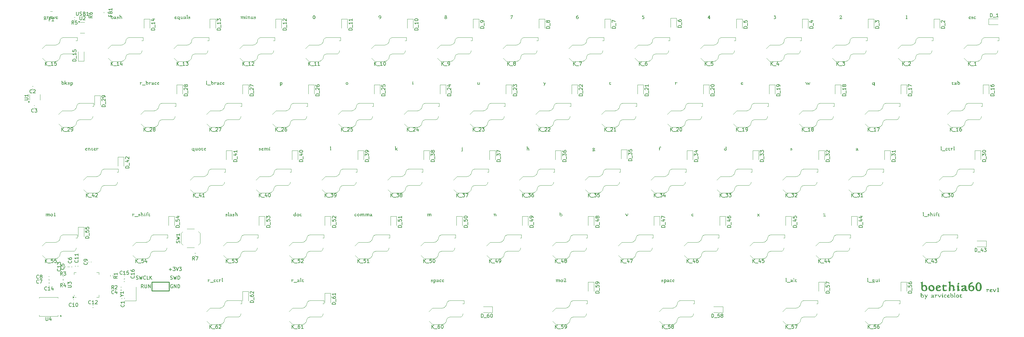
<source format=gbr>
G04 #@! TF.GenerationSoftware,KiCad,Pcbnew,8.0.7*
G04 #@! TF.CreationDate,2025-01-18T13:06:29-06:00*
G04 #@! TF.ProjectId,boethia60,626f6574-6869-4613-9630-2e6b69636164,rev?*
G04 #@! TF.SameCoordinates,Original*
G04 #@! TF.FileFunction,Legend,Top*
G04 #@! TF.FilePolarity,Positive*
%FSLAX46Y46*%
G04 Gerber Fmt 4.6, Leading zero omitted, Abs format (unit mm)*
G04 Created by KiCad (PCBNEW 8.0.7) date 2025-01-18 13:06:29*
%MOMM*%
%LPD*%
G01*
G04 APERTURE LIST*
%ADD10C,0.300000*%
%ADD11C,0.150000*%
%ADD12C,0.100000*%
%ADD13C,0.120000*%
%ADD14C,0.250000*%
G04 APERTURE END LIST*
D10*
G36*
X280610672Y-84083472D02*
G01*
X280610672Y-84551319D01*
X280564161Y-84610263D01*
X280534468Y-84630454D01*
X280468070Y-84662771D01*
X280392874Y-84676006D01*
X280383526Y-84675883D01*
X280383526Y-84035845D01*
X280371612Y-83963202D01*
X280369971Y-83961106D01*
X280335899Y-83935827D01*
X280293401Y-83910915D01*
X280273983Y-83858891D01*
X280334937Y-83817127D01*
X280402943Y-83806501D01*
X280481018Y-83799546D01*
X280560536Y-83794870D01*
X280633387Y-83793312D01*
X280620930Y-83883804D01*
X280786893Y-83859624D01*
X280853841Y-83820827D01*
X280918418Y-83791480D01*
X280992067Y-83806242D01*
X281033456Y-83820056D01*
X281098333Y-83854459D01*
X281113690Y-83884903D01*
X281092670Y-83958198D01*
X281076321Y-83990782D01*
X281031041Y-84050288D01*
X281005246Y-84060025D01*
X280936182Y-84029081D01*
X280933805Y-84027052D01*
X280873355Y-83994079D01*
X280803663Y-84017248D01*
X280793121Y-84022289D01*
X280610672Y-84083472D01*
G37*
G36*
X281730931Y-83794527D02*
G01*
X281804647Y-83815185D01*
X281863638Y-83855594D01*
X281904897Y-83919889D01*
X281907602Y-83924104D01*
X281946436Y-83918975D01*
X282001767Y-83971080D01*
X282006520Y-84021557D01*
X281947748Y-84070468D01*
X281917493Y-84085670D01*
X281492144Y-84292300D01*
X281507414Y-84365995D01*
X281537321Y-84434306D01*
X281564685Y-84463392D01*
X281636034Y-84495815D01*
X281712754Y-84506243D01*
X281732846Y-84506623D01*
X281806851Y-84503875D01*
X281844953Y-84495632D01*
X281887452Y-84460827D01*
X281933419Y-84401652D01*
X281953397Y-84395248D01*
X281991133Y-84406972D01*
X282029967Y-84422725D01*
X281999751Y-84490745D01*
X281960337Y-84552702D01*
X281956694Y-84557914D01*
X281897392Y-84615117D01*
X281823999Y-84650248D01*
X281743814Y-84668854D01*
X281663224Y-84675787D01*
X281633927Y-84676250D01*
X281556896Y-84670061D01*
X281478047Y-84647833D01*
X281408999Y-84609439D01*
X281349751Y-84554880D01*
X281343034Y-84546923D01*
X281296620Y-84478573D01*
X281263625Y-84403217D01*
X281245761Y-84331532D01*
X281238170Y-84254483D01*
X281237888Y-84231483D01*
X281243803Y-84153322D01*
X281257277Y-84095562D01*
X281474559Y-84095562D01*
X281478955Y-84143189D01*
X281725519Y-84016427D01*
X281677342Y-83956410D01*
X281606256Y-83933970D01*
X281576042Y-83936560D01*
X281510134Y-83978796D01*
X281480707Y-84053620D01*
X281474559Y-84095562D01*
X281257277Y-84095562D01*
X281260588Y-84081367D01*
X281293080Y-84006732D01*
X281339768Y-83940202D01*
X281353659Y-83924836D01*
X281411484Y-83872018D01*
X281474042Y-83832172D01*
X281551334Y-83802519D01*
X281624035Y-83790473D01*
X281656642Y-83789282D01*
X281730931Y-83794527D01*
G37*
G36*
X282606625Y-84681379D02*
G01*
X282553278Y-84624730D01*
X282505307Y-84560159D01*
X282462562Y-84491399D01*
X282453118Y-84474749D01*
X282414019Y-84404197D01*
X282375142Y-84330383D01*
X282339599Y-84257231D01*
X282310944Y-84189221D01*
X282306206Y-84176162D01*
X282278771Y-84104034D01*
X282247106Y-84035272D01*
X282213882Y-83977593D01*
X282161858Y-83920440D01*
X282103973Y-83901389D01*
X282108009Y-83825884D01*
X282133648Y-83788549D01*
X282206578Y-83768939D01*
X282218278Y-83768765D01*
X282292982Y-83783685D01*
X282355631Y-83828702D01*
X282358962Y-83832513D01*
X282403529Y-83891928D01*
X282441515Y-83957836D01*
X282470337Y-84023388D01*
X282500054Y-84098617D01*
X282529213Y-84168761D01*
X282552036Y-84217928D01*
X282630805Y-84366305D01*
X282685344Y-84304841D01*
X282734519Y-84247530D01*
X282791740Y-84177578D01*
X282839425Y-84115009D01*
X282885619Y-84047184D01*
X282921383Y-83981024D01*
X282935986Y-83924836D01*
X282916202Y-83883437D01*
X282896956Y-83810476D01*
X282896785Y-83802104D01*
X282967000Y-83775056D01*
X283040204Y-83762692D01*
X283048826Y-83762537D01*
X283099751Y-83803203D01*
X283094402Y-83891036D01*
X283078356Y-83977992D01*
X283051612Y-84064072D01*
X283022515Y-84132304D01*
X282986571Y-84199976D01*
X282943781Y-84267086D01*
X282894144Y-84333636D01*
X282880665Y-84350185D01*
X282606625Y-84681379D01*
G37*
G36*
X283665784Y-84676250D02*
G01*
X283420320Y-84676250D01*
X283374200Y-84619080D01*
X283373791Y-84606640D01*
X283386406Y-84531744D01*
X283418488Y-84510653D01*
X283495011Y-84509075D01*
X283574658Y-84507433D01*
X283596174Y-84506989D01*
X283596174Y-83584484D01*
X283595442Y-83584118D01*
X283520223Y-83584118D01*
X283461719Y-83584118D01*
X283432776Y-83576058D01*
X283419869Y-83498751D01*
X283419221Y-83456989D01*
X283493781Y-83445970D01*
X283575985Y-83433821D01*
X283610096Y-83428779D01*
X283683975Y-83413280D01*
X283759285Y-83397481D01*
X283819657Y-83384815D01*
X283819657Y-84506623D01*
X283899468Y-84508130D01*
X283975662Y-84515627D01*
X284002839Y-84525674D01*
X284025465Y-84597287D01*
X284025553Y-84604808D01*
X283989882Y-84669273D01*
X283950082Y-84676250D01*
X283665784Y-84676250D01*
G37*
D11*
G36*
X261508648Y-85499147D02*
G01*
X261566513Y-85454180D01*
X261637754Y-85416313D01*
X261714444Y-85392871D01*
X261796585Y-85383855D01*
X261807235Y-85383743D01*
X261888385Y-85393795D01*
X261958544Y-85423951D01*
X262017711Y-85474212D01*
X262060467Y-85534681D01*
X262065888Y-85544576D01*
X262099293Y-85617098D01*
X262124492Y-85693931D01*
X262141487Y-85775078D01*
X262149525Y-85848065D01*
X262151618Y-85911307D01*
X262136985Y-85990518D01*
X262103246Y-86059255D01*
X262056809Y-86123323D01*
X262027786Y-86156405D01*
X261967991Y-86208295D01*
X261897415Y-86243203D01*
X261825631Y-86259976D01*
X261766202Y-86263750D01*
X261681860Y-86258525D01*
X261603864Y-86242852D01*
X261532215Y-86216731D01*
X261466911Y-86180161D01*
X261432445Y-86154573D01*
X261373780Y-86095382D01*
X261331878Y-86025155D01*
X261308962Y-85954652D01*
X261298879Y-85875700D01*
X261298355Y-85851590D01*
X261298355Y-85676468D01*
X261508648Y-85676468D01*
X261508648Y-86006195D01*
X261568389Y-86061173D01*
X261638433Y-86100443D01*
X261718781Y-86124004D01*
X261797538Y-86131736D01*
X261809433Y-86131858D01*
X261881111Y-86106098D01*
X261922922Y-86038865D01*
X261940576Y-85957721D01*
X261945222Y-85884305D01*
X261945355Y-85868076D01*
X261942904Y-85792513D01*
X261932951Y-85714289D01*
X261910901Y-85644222D01*
X261906154Y-85635068D01*
X261860119Y-85577708D01*
X261792225Y-85542288D01*
X261729200Y-85534318D01*
X261649247Y-85545562D01*
X261583321Y-85579295D01*
X261531421Y-85635516D01*
X261508648Y-85676468D01*
X261298355Y-85676468D01*
X261298355Y-85122158D01*
X261230486Y-85083725D01*
X261187089Y-85024135D01*
X261186980Y-85021042D01*
X261248896Y-84990267D01*
X261323630Y-84973821D01*
X261362103Y-84965355D01*
X261434445Y-84934496D01*
X261491933Y-84885613D01*
X261508648Y-84866436D01*
X261508648Y-85499147D01*
G37*
G36*
X262721314Y-86502985D02*
G01*
X262773933Y-86559245D01*
X262799716Y-86581021D01*
X262765381Y-86651861D01*
X262717526Y-86713256D01*
X262682113Y-86727567D01*
X262611527Y-86700963D01*
X262597483Y-86690198D01*
X262541745Y-86636054D01*
X262493981Y-86575626D01*
X262490505Y-86570763D01*
X262538905Y-86513175D01*
X262552420Y-86492361D01*
X262589408Y-86425770D01*
X262626642Y-86359355D01*
X262664121Y-86293115D01*
X262701845Y-86227050D01*
X262723512Y-86189378D01*
X262693264Y-86101525D01*
X262664436Y-86020232D01*
X262637027Y-85945499D01*
X262604763Y-85861309D01*
X262574717Y-85787369D01*
X262541589Y-85712171D01*
X262521279Y-85670239D01*
X262480773Y-85602599D01*
X262429046Y-85545226D01*
X262359981Y-85515785D01*
X262354583Y-85515634D01*
X262372593Y-85444447D01*
X262392685Y-85426974D01*
X262464069Y-85409342D01*
X262529706Y-85406457D01*
X262608971Y-85431509D01*
X262664516Y-85480079D01*
X262719167Y-85554212D01*
X262762243Y-85631925D01*
X262794175Y-85700945D01*
X262825784Y-85779169D01*
X262857072Y-85866595D01*
X262877752Y-85929992D01*
X262913893Y-85862857D01*
X262956551Y-85783321D01*
X262992890Y-85715189D01*
X263029426Y-85646059D01*
X263063988Y-85579211D01*
X263079985Y-85544576D01*
X263085572Y-85470662D01*
X263102333Y-85426241D01*
X263160218Y-85396199D01*
X263213708Y-85418913D01*
X263232392Y-85463976D01*
X263227348Y-85540820D01*
X263212214Y-85619309D01*
X263189967Y-85691356D01*
X263180735Y-85715669D01*
X263148632Y-85788506D01*
X263109949Y-85865350D01*
X263068921Y-85940956D01*
X263029183Y-86010828D01*
X262984400Y-86086943D01*
X262974838Y-86102916D01*
X262932810Y-86172478D01*
X262891676Y-86239429D01*
X262851437Y-86303768D01*
X262804331Y-86377528D01*
X262758512Y-86447526D01*
X262721314Y-86502985D01*
G37*
G36*
X264911028Y-85468968D02*
G01*
X264976554Y-85512094D01*
X265003763Y-85571321D01*
X264999733Y-86059685D01*
X265066370Y-86096885D01*
X265108910Y-86109144D01*
X265176287Y-86140514D01*
X265187312Y-86164831D01*
X265146741Y-86228849D01*
X265144081Y-86230777D01*
X265075330Y-86260143D01*
X265032706Y-86263750D01*
X264960981Y-86243657D01*
X264893602Y-86214290D01*
X264818383Y-86177288D01*
X264764894Y-86152375D01*
X264729723Y-86179119D01*
X264667813Y-86222589D01*
X264598635Y-86247947D01*
X264516705Y-86260263D01*
X264476199Y-86261551D01*
X264401539Y-86254451D01*
X264332493Y-86224457D01*
X264291327Y-86163599D01*
X264284590Y-86113174D01*
X264289818Y-86078369D01*
X264498913Y-86078369D01*
X264557947Y-86127206D01*
X264595634Y-86129660D01*
X264671962Y-86103292D01*
X264722257Y-86044227D01*
X264753697Y-85977779D01*
X264775784Y-85907904D01*
X264787242Y-85859650D01*
X264715990Y-85883692D01*
X264644017Y-85915154D01*
X264595634Y-85940250D01*
X264536695Y-85984746D01*
X264501275Y-86052683D01*
X264498913Y-86078369D01*
X264289818Y-86078369D01*
X264296617Y-86033104D01*
X264332696Y-85964079D01*
X264392827Y-85906099D01*
X264463513Y-85865192D01*
X264535916Y-85837301D01*
X264610168Y-85811542D01*
X264682811Y-85780630D01*
X264751739Y-85739414D01*
X264795282Y-85677590D01*
X264795669Y-85672438D01*
X264776188Y-85598390D01*
X264710500Y-85552666D01*
X264630805Y-85542378D01*
X264557875Y-85552053D01*
X264542144Y-85557033D01*
X264492685Y-85581579D01*
X264509172Y-85585609D01*
X264556433Y-85627008D01*
X264496171Y-85675274D01*
X264428938Y-85680498D01*
X264355862Y-85664174D01*
X264335881Y-85653753D01*
X264292403Y-85594089D01*
X264290819Y-85575717D01*
X264321988Y-85508498D01*
X264356764Y-85480463D01*
X264427518Y-85456798D01*
X264501707Y-85447089D01*
X264584354Y-85442576D01*
X264653519Y-85441628D01*
X264838900Y-85441628D01*
X264911028Y-85468968D01*
G37*
G36*
X265617057Y-85674269D02*
G01*
X265617057Y-86150543D01*
X265565676Y-86206832D01*
X265544883Y-86220519D01*
X265476099Y-86254041D01*
X265413359Y-86263750D01*
X265413359Y-85635068D01*
X265402475Y-85561227D01*
X265396872Y-85552636D01*
X265357671Y-85524060D01*
X265320302Y-85502445D01*
X265303816Y-85458114D01*
X265373265Y-85423974D01*
X265427281Y-85416715D01*
X265501061Y-85410147D01*
X265580059Y-85405475D01*
X265637940Y-85404259D01*
X265625484Y-85496949D01*
X265809032Y-85470204D01*
X265875173Y-85431616D01*
X265936527Y-85402427D01*
X266009685Y-85417471D01*
X266044604Y-85429172D01*
X266109462Y-85464320D01*
X266120075Y-85487057D01*
X266096857Y-85559559D01*
X266084904Y-85582678D01*
X266040338Y-85641192D01*
X266022256Y-85647525D01*
X265956311Y-85614552D01*
X265892197Y-85581579D01*
X265821231Y-85603739D01*
X265806834Y-85610522D01*
X265617057Y-85674269D01*
G37*
G36*
X266728240Y-86263750D02*
G01*
X266676480Y-86207215D01*
X266631929Y-86144675D01*
X266590733Y-86076399D01*
X266586091Y-86068111D01*
X266547129Y-85997958D01*
X266508413Y-85924578D01*
X266473053Y-85851877D01*
X266444604Y-85784322D01*
X266439911Y-85771356D01*
X266412069Y-85698326D01*
X266379542Y-85628077D01*
X266345023Y-85568390D01*
X266295489Y-85511326D01*
X266235846Y-85488889D01*
X266249254Y-85414659D01*
X266264789Y-85396199D01*
X266337303Y-85379729D01*
X266340993Y-85379713D01*
X266415182Y-85395558D01*
X266472884Y-85439430D01*
X266520180Y-85503418D01*
X266556835Y-85568772D01*
X266582061Y-85627008D01*
X266611984Y-85702472D01*
X266641395Y-85772982D01*
X266664493Y-85822647D01*
X266750955Y-85985679D01*
X266808047Y-85921361D01*
X266859524Y-85861396D01*
X266919425Y-85788214D01*
X266969342Y-85722773D01*
X267017699Y-85651854D01*
X267055137Y-85582714D01*
X267070424Y-85524060D01*
X267050641Y-85479730D01*
X267031223Y-85408655D01*
X267103489Y-85382277D01*
X267171541Y-85373484D01*
X267210742Y-85402427D01*
X267205456Y-85488922D01*
X267189597Y-85574611D01*
X267163166Y-85659496D01*
X267126163Y-85743575D01*
X267088949Y-85810259D01*
X267044968Y-85876428D01*
X266994221Y-85942082D01*
X266728240Y-86263750D01*
G37*
G36*
X267541202Y-85319995D02*
G01*
X267488183Y-85267339D01*
X267487713Y-85255881D01*
X267511956Y-85186301D01*
X267539004Y-85138645D01*
X267585098Y-85077900D01*
X267631694Y-85054015D01*
X267703997Y-85073269D01*
X267706066Y-85074531D01*
X267740837Y-85141810D01*
X267740871Y-85144873D01*
X267709946Y-85213011D01*
X267669064Y-85255881D01*
X267609969Y-85299709D01*
X267541202Y-85319995D01*
G37*
G36*
X267827699Y-86072141D02*
G01*
X267776895Y-86132677D01*
X267713389Y-86175718D01*
X267697640Y-86185348D01*
X267627116Y-86223247D01*
X267553670Y-86252724D01*
X267489545Y-86263750D01*
X267487713Y-85612354D01*
X267445288Y-85550910D01*
X267436056Y-85548606D01*
X267386597Y-85505375D01*
X267446215Y-85460001D01*
X267502001Y-85441628D01*
X267573420Y-85422120D01*
X267649415Y-85406432D01*
X267681154Y-85402427D01*
X267681154Y-86090459D01*
X267744563Y-86053697D01*
X267790330Y-86014255D01*
X267827699Y-86072141D01*
G37*
G36*
X268791604Y-86028910D02*
G01*
X268755125Y-86097238D01*
X268714334Y-86159642D01*
X268690487Y-86185348D01*
X268621894Y-86226692D01*
X268543886Y-86250810D01*
X268461603Y-86261835D01*
X268403990Y-86263750D01*
X268330775Y-86257491D01*
X268255430Y-86235011D01*
X268188969Y-86196182D01*
X268131393Y-86141004D01*
X268124821Y-86132957D01*
X268079552Y-86063371D01*
X268051024Y-85995608D01*
X268032839Y-85921429D01*
X268024998Y-85840834D01*
X268024803Y-85804329D01*
X268031741Y-85722316D01*
X268048706Y-85649384D01*
X268080373Y-85577153D01*
X268125138Y-85516783D01*
X268138376Y-85503544D01*
X268198368Y-85458343D01*
X268269168Y-85426058D01*
X268350776Y-85406686D01*
X268431048Y-85400330D01*
X268443191Y-85400229D01*
X268521401Y-85404451D01*
X268597680Y-85418847D01*
X268663743Y-85443460D01*
X268727380Y-85485840D01*
X268752403Y-85538348D01*
X268724177Y-85607126D01*
X268692685Y-85633237D01*
X268632968Y-85670239D01*
X268576564Y-85621533D01*
X268558596Y-85606492D01*
X268490175Y-85568424D01*
X268417016Y-85552762D01*
X268375414Y-85550805D01*
X268307423Y-85584918D01*
X268280525Y-85622978D01*
X268250386Y-85694196D01*
X268234979Y-85768259D01*
X268231066Y-85835103D01*
X268239116Y-85909421D01*
X268266567Y-85981418D01*
X268313498Y-86043198D01*
X268373312Y-86087827D01*
X268441926Y-86115927D01*
X268519342Y-86127498D01*
X268535881Y-86127828D01*
X268610805Y-86114707D01*
X268665941Y-86068111D01*
X268713954Y-86010258D01*
X268731886Y-86003997D01*
X268791604Y-86028910D01*
G37*
G36*
X269417620Y-85406275D02*
G01*
X269491809Y-85429494D01*
X269536789Y-85462144D01*
X269578649Y-85527188D01*
X269584416Y-85536150D01*
X269629479Y-85529922D01*
X269675432Y-85589344D01*
X269677106Y-85620780D01*
X269613994Y-85664858D01*
X269594674Y-85674269D01*
X269161632Y-85884562D01*
X269176276Y-85958500D01*
X269204818Y-86031298D01*
X269240034Y-86072141D01*
X269309349Y-86104749D01*
X269387655Y-86116860D01*
X269415156Y-86117570D01*
X269492001Y-86114456D01*
X269532759Y-86105114D01*
X269580020Y-86065913D01*
X269626270Y-86008295D01*
X269635707Y-86006195D01*
X269669779Y-86017553D01*
X269697622Y-86030742D01*
X269663647Y-86099196D01*
X269629479Y-86150543D01*
X269572263Y-86205267D01*
X269501114Y-86238875D01*
X269423193Y-86256674D01*
X269344766Y-86263307D01*
X269316237Y-86263750D01*
X269241487Y-86257736D01*
X269164946Y-86236138D01*
X269097884Y-86198832D01*
X269040302Y-86145818D01*
X269033770Y-86138087D01*
X268988799Y-86071775D01*
X268956834Y-85998502D01*
X268937875Y-85918268D01*
X268931954Y-85842353D01*
X268931921Y-85831073D01*
X268937679Y-85754783D01*
X268952357Y-85694786D01*
X269145145Y-85694786D01*
X269151373Y-85760731D01*
X269423582Y-85620780D01*
X269377725Y-85557284D01*
X269307903Y-85523098D01*
X269256520Y-85524060D01*
X269191479Y-85560190D01*
X269157602Y-85626276D01*
X269145145Y-85694786D01*
X268952357Y-85694786D01*
X268957182Y-85675064D01*
X268990470Y-85603314D01*
X269037542Y-85539532D01*
X269044395Y-85532120D01*
X269100690Y-85480729D01*
X269170608Y-85437452D01*
X269246480Y-85410662D01*
X269328305Y-85400358D01*
X269338952Y-85400229D01*
X269417620Y-85406275D01*
G37*
G36*
X270110881Y-85499147D02*
G01*
X270168747Y-85454180D01*
X270239987Y-85416313D01*
X270316678Y-85392871D01*
X270398818Y-85383855D01*
X270409468Y-85383743D01*
X270490618Y-85393795D01*
X270560777Y-85423951D01*
X270619945Y-85474212D01*
X270662700Y-85534681D01*
X270668121Y-85544576D01*
X270701526Y-85617098D01*
X270726725Y-85693931D01*
X270743721Y-85775078D01*
X270751758Y-85848065D01*
X270753851Y-85911307D01*
X270739218Y-85990518D01*
X270705479Y-86059255D01*
X270659042Y-86123323D01*
X270630020Y-86156405D01*
X270570224Y-86208295D01*
X270499648Y-86243203D01*
X270427864Y-86259976D01*
X270368435Y-86263750D01*
X270284093Y-86258525D01*
X270206097Y-86242852D01*
X270134448Y-86216731D01*
X270069144Y-86180161D01*
X270034678Y-86154573D01*
X269976014Y-86095382D01*
X269934111Y-86025155D01*
X269911195Y-85954652D01*
X269901112Y-85875700D01*
X269900588Y-85851590D01*
X269900588Y-85676468D01*
X270110881Y-85676468D01*
X270110881Y-86006195D01*
X270170622Y-86061173D01*
X270240666Y-86100443D01*
X270321014Y-86124004D01*
X270399771Y-86131736D01*
X270411666Y-86131858D01*
X270483344Y-86106098D01*
X270525155Y-86038865D01*
X270542809Y-85957721D01*
X270547455Y-85884305D01*
X270547588Y-85868076D01*
X270545138Y-85792513D01*
X270535184Y-85714289D01*
X270513134Y-85644222D01*
X270508387Y-85635068D01*
X270462352Y-85577708D01*
X270394458Y-85542288D01*
X270331433Y-85534318D01*
X270251480Y-85545562D01*
X270185554Y-85579295D01*
X270133654Y-85635516D01*
X270110881Y-85676468D01*
X269900588Y-85676468D01*
X269900588Y-85122158D01*
X269832719Y-85083725D01*
X269789322Y-85024135D01*
X269789214Y-85021042D01*
X269851129Y-84990267D01*
X269925863Y-84973821D01*
X269964336Y-84965355D01*
X270036678Y-84934496D01*
X270094166Y-84885613D01*
X270110881Y-84866436D01*
X270110881Y-85499147D01*
G37*
G36*
X271362748Y-86072141D02*
G01*
X271316251Y-86128841D01*
X271254427Y-86171030D01*
X271230857Y-86185348D01*
X271160899Y-86223247D01*
X271086887Y-86252724D01*
X271020564Y-86263750D01*
X271020564Y-85113732D01*
X270987465Y-85044690D01*
X270977333Y-85033498D01*
X270937389Y-84970076D01*
X270935934Y-84958394D01*
X270998098Y-84911006D01*
X271037783Y-84897577D01*
X271110220Y-84877725D01*
X271184051Y-84863419D01*
X271212172Y-84860208D01*
X271212172Y-86088627D01*
X271276801Y-86054052D01*
X271325745Y-86010225D01*
X271362748Y-86072141D01*
G37*
G36*
X272021753Y-85398171D02*
G01*
X272049681Y-85402427D01*
X272123549Y-85422234D01*
X272196250Y-85459898D01*
X272257939Y-85513849D01*
X272292947Y-85558865D01*
X272332148Y-85628382D01*
X272359259Y-85701014D01*
X272374280Y-85776760D01*
X272377211Y-85855620D01*
X272366128Y-85936082D01*
X272339109Y-86014439D01*
X272302394Y-86081272D01*
X272253477Y-86146493D01*
X272237260Y-86164831D01*
X272177496Y-86215939D01*
X272107383Y-86249828D01*
X272026921Y-86266497D01*
X271948026Y-86266958D01*
X271936108Y-86265948D01*
X271857922Y-86253656D01*
X271787130Y-86233816D01*
X271713882Y-86201131D01*
X271650698Y-86158172D01*
X271604549Y-86113174D01*
X271558099Y-86051015D01*
X271519503Y-85975566D01*
X271497702Y-85896962D01*
X271492842Y-85817599D01*
X271701907Y-85817599D01*
X271710860Y-85891067D01*
X271736588Y-85960197D01*
X271740470Y-85966994D01*
X271789211Y-86027588D01*
X271854239Y-86072533D01*
X271925714Y-86099346D01*
X271987766Y-86111342D01*
X272062574Y-86096826D01*
X272090714Y-86078369D01*
X272136366Y-86019465D01*
X272150431Y-85977253D01*
X272161176Y-85902565D01*
X272160132Y-85823725D01*
X272145420Y-85749250D01*
X272138341Y-85727759D01*
X272104338Y-85655745D01*
X272056177Y-85594382D01*
X271990360Y-85550604D01*
X271952595Y-85538348D01*
X271879134Y-85531275D01*
X271822902Y-85542378D01*
X271759139Y-85580566D01*
X271721481Y-85645760D01*
X271717755Y-85661813D01*
X271704817Y-85744036D01*
X271701907Y-85817599D01*
X271492842Y-85817599D01*
X271492695Y-85815202D01*
X271499402Y-85754870D01*
X271518033Y-85675148D01*
X271547267Y-85598807D01*
X271590283Y-85531754D01*
X271637521Y-85488889D01*
X271709164Y-85447561D01*
X271783409Y-85417826D01*
X271860255Y-85399682D01*
X271939703Y-85393131D01*
X272021753Y-85398171D01*
G37*
G36*
X272861911Y-85567291D02*
G01*
X272861911Y-85983481D01*
X272885764Y-86052821D01*
X272957324Y-86091079D01*
X273039333Y-86099379D01*
X273063777Y-86098886D01*
X273137153Y-86090662D01*
X273150239Y-86086429D01*
X273204095Y-86069943D01*
X273271610Y-86099933D01*
X273274071Y-86115372D01*
X273223423Y-86169378D01*
X273156468Y-86206230D01*
X273082944Y-86236563D01*
X273008920Y-86255661D01*
X272934395Y-86263525D01*
X272919430Y-86263750D01*
X272841792Y-86252670D01*
X272772463Y-86222540D01*
X272746506Y-86205864D01*
X272690525Y-86153009D01*
X272660382Y-86086080D01*
X272660044Y-86078369D01*
X272660044Y-85587807D01*
X272635131Y-85571321D01*
X272578459Y-85522692D01*
X272569186Y-85501345D01*
X272615840Y-85441840D01*
X272674158Y-85394592D01*
X272688620Y-85383743D01*
X272748648Y-85340884D01*
X272812761Y-85302096D01*
X272835166Y-85295082D01*
X272860239Y-85367004D01*
X272861911Y-85422943D01*
X272939157Y-85420623D01*
X273021486Y-85418666D01*
X273103243Y-85417521D01*
X273177833Y-85417716D01*
X273220581Y-85418913D01*
X273257584Y-85468373D01*
X273237937Y-85540816D01*
X273216185Y-85554835D01*
X272861911Y-85567291D01*
G37*
D10*
G36*
X261920442Y-82815841D02*
G01*
X262039831Y-82727685D01*
X262175248Y-82664716D01*
X262326694Y-82626935D01*
X262494168Y-82614341D01*
X262643052Y-82630154D01*
X262791567Y-82686952D01*
X262917001Y-82785057D01*
X263007822Y-82904785D01*
X263030525Y-82944801D01*
X263099047Y-83093550D01*
X263150739Y-83250644D01*
X263185601Y-83416083D01*
X263202087Y-83564529D01*
X263206380Y-83692917D01*
X263181622Y-83842168D01*
X263117003Y-83983468D01*
X263025893Y-84114615D01*
X262952856Y-84199233D01*
X262828912Y-84306555D01*
X262682943Y-84378754D01*
X262534703Y-84413444D01*
X262412103Y-84421250D01*
X262263768Y-84413393D01*
X262102627Y-84384366D01*
X261954319Y-84333952D01*
X261818844Y-84262149D01*
X261729932Y-84197767D01*
X261622011Y-84092010D01*
X261540596Y-83969001D01*
X261485689Y-83828743D01*
X261457289Y-83671233D01*
X261452961Y-83573483D01*
X261452961Y-83228367D01*
X261920442Y-83228367D01*
X261920442Y-83873901D01*
X262033786Y-83977445D01*
X262167921Y-84051405D01*
X262322847Y-84095781D01*
X262475463Y-84110341D01*
X262498565Y-84110573D01*
X262639985Y-84051004D01*
X262712029Y-83913652D01*
X262740895Y-83751684D01*
X262746960Y-83606455D01*
X262742243Y-83458261D01*
X262723080Y-83305476D01*
X262676132Y-83160770D01*
X262671489Y-83152164D01*
X262575490Y-83036518D01*
X262432189Y-82971468D01*
X262338097Y-82962387D01*
X262185971Y-82983426D01*
X262048757Y-83056155D01*
X261945030Y-83180834D01*
X261920442Y-83228367D01*
X261452961Y-83228367D01*
X261452961Y-82129275D01*
X261317223Y-82050346D01*
X261231082Y-81926544D01*
X261230211Y-81912387D01*
X261357723Y-81827722D01*
X261375292Y-81827390D01*
X261522825Y-81794982D01*
X261598774Y-81778298D01*
X261735717Y-81714845D01*
X261847447Y-81619140D01*
X261920442Y-81537230D01*
X261920442Y-82815841D01*
G37*
G36*
X264578249Y-82643040D02*
G01*
X264635201Y-82651710D01*
X264787792Y-82692789D01*
X264922431Y-82760337D01*
X265039118Y-82854355D01*
X265137853Y-82974843D01*
X265217858Y-83117222D01*
X265273224Y-83265920D01*
X265303953Y-83420938D01*
X265310044Y-83582275D01*
X265287513Y-83747460D01*
X265241050Y-83888315D01*
X265169623Y-84025734D01*
X265073232Y-84159716D01*
X265024280Y-84216086D01*
X264900495Y-84321782D01*
X264755552Y-84391940D01*
X264611371Y-84424178D01*
X264450991Y-84429206D01*
X264402193Y-84425646D01*
X264242378Y-84400556D01*
X264097607Y-84359906D01*
X263947721Y-84292817D01*
X263818312Y-84204551D01*
X263723687Y-84112038D01*
X263628375Y-83984346D01*
X263558411Y-83851862D01*
X263508823Y-83691242D01*
X263493736Y-83524101D01*
X263493983Y-83521581D01*
X263960121Y-83521581D01*
X263984767Y-83677667D01*
X264033631Y-83792568D01*
X264127352Y-83908682D01*
X264252720Y-83994887D01*
X264390724Y-84046407D01*
X264510637Y-84069540D01*
X264658882Y-84036427D01*
X264698948Y-84008723D01*
X264789687Y-83886312D01*
X264810323Y-83819679D01*
X264831279Y-83674013D01*
X264829275Y-83520455D01*
X264800653Y-83375627D01*
X264786876Y-83333880D01*
X264721571Y-83195166D01*
X264629492Y-83077101D01*
X264504070Y-82993095D01*
X264432235Y-82969714D01*
X264284734Y-82956525D01*
X264186038Y-82977042D01*
X264060941Y-83054493D01*
X263992454Y-83188216D01*
X263990400Y-83198326D01*
X263965170Y-83358996D01*
X263960121Y-83521581D01*
X263493983Y-83521581D01*
X263508265Y-83375646D01*
X263546482Y-83212211D01*
X263598304Y-83073249D01*
X263674187Y-82944404D01*
X263780795Y-82837661D01*
X263794029Y-82828298D01*
X263940363Y-82743951D01*
X264091951Y-82683252D01*
X264248795Y-82646200D01*
X264410894Y-82632797D01*
X264578249Y-82643040D01*
G37*
G36*
X266598014Y-82657804D02*
G01*
X266745448Y-82699120D01*
X266863428Y-82779938D01*
X266945946Y-82908528D01*
X266951356Y-82916958D01*
X267029025Y-82906700D01*
X267139687Y-83010910D01*
X267149193Y-83111864D01*
X267031650Y-83209686D01*
X266971140Y-83240091D01*
X266120442Y-83653350D01*
X266150982Y-83800740D01*
X266210795Y-83937362D01*
X266265522Y-83995534D01*
X266408221Y-84060381D01*
X266561661Y-84081236D01*
X266601844Y-84081996D01*
X266749856Y-84076501D01*
X266826059Y-84060014D01*
X266911056Y-83990405D01*
X267002990Y-83872055D01*
X267042947Y-83859247D01*
X267118418Y-83882694D01*
X267196087Y-83914201D01*
X267135654Y-84050240D01*
X267056827Y-84174155D01*
X267049542Y-84184578D01*
X266930936Y-84298985D01*
X266784150Y-84369247D01*
X266623780Y-84406458D01*
X266462600Y-84420325D01*
X266404008Y-84421250D01*
X266249944Y-84408873D01*
X266092247Y-84364417D01*
X265954151Y-84287629D01*
X265835655Y-84178510D01*
X265822221Y-84162596D01*
X265729394Y-84025897D01*
X265663402Y-83875184D01*
X265627674Y-83731814D01*
X265612492Y-83577716D01*
X265611928Y-83531717D01*
X265623759Y-83375395D01*
X265650706Y-83259875D01*
X266085271Y-83259875D01*
X266094064Y-83355129D01*
X266587190Y-83101605D01*
X266490837Y-82981570D01*
X266348665Y-82936690D01*
X266288237Y-82941871D01*
X266156421Y-83026342D01*
X266097568Y-83175990D01*
X266085271Y-83259875D01*
X265650706Y-83259875D01*
X265657329Y-83231484D01*
X265722313Y-83082214D01*
X265815690Y-82949155D01*
X265843470Y-82918423D01*
X265959121Y-82812786D01*
X266084238Y-82733094D01*
X266238820Y-82673789D01*
X266384223Y-82649696D01*
X266449437Y-82647314D01*
X266598014Y-82657804D01*
G37*
G36*
X268070232Y-83027600D02*
G01*
X268070232Y-83837265D01*
X268132874Y-83978947D01*
X268283731Y-84037437D01*
X268449786Y-84044627D01*
X268598610Y-84026675D01*
X268614650Y-84021180D01*
X268731154Y-83986741D01*
X268871574Y-84031392D01*
X268894552Y-84101047D01*
X268799240Y-84217253D01*
X268665565Y-84294343D01*
X268650553Y-84301815D01*
X268513246Y-84359549D01*
X268360547Y-84401538D01*
X268207704Y-84420200D01*
X268161823Y-84421250D01*
X268011602Y-84401417D01*
X267866943Y-84341920D01*
X267802054Y-84301082D01*
X267690874Y-84197286D01*
X267622455Y-84060816D01*
X267619604Y-84027042D01*
X267619604Y-83058374D01*
X267580037Y-83032729D01*
X267465096Y-82933862D01*
X267437888Y-82872994D01*
X267524940Y-82750294D01*
X267640688Y-82653551D01*
X267684817Y-82620203D01*
X267809631Y-82531653D01*
X267940187Y-82454909D01*
X268000623Y-82437021D01*
X268065882Y-82580452D01*
X268070232Y-82692010D01*
X268218005Y-82687581D01*
X268376206Y-82683871D01*
X268534402Y-82681758D01*
X268696065Y-82682543D01*
X268765592Y-82684683D01*
X268861485Y-82800829D01*
X268861579Y-82807781D01*
X268824562Y-82955515D01*
X268758265Y-83003420D01*
X268070232Y-83027600D01*
G37*
G36*
X270501426Y-84404397D02*
G01*
X270543395Y-84255858D01*
X270575056Y-84103884D01*
X270596409Y-83948473D01*
X270607454Y-83789626D01*
X270609137Y-83697314D01*
X270605376Y-83536151D01*
X270591481Y-83375541D01*
X270563065Y-83228136D01*
X270502158Y-83088416D01*
X270379681Y-82992907D01*
X270234845Y-82953874D01*
X270120407Y-82945534D01*
X269980444Y-82998643D01*
X269970930Y-83006351D01*
X269905717Y-83056909D01*
X269901321Y-84187509D01*
X269803272Y-84311318D01*
X269650316Y-84375866D01*
X269482543Y-84421021D01*
X269455089Y-84427111D01*
X269466813Y-82118284D01*
X269437504Y-82022296D01*
X269375955Y-81961480D01*
X269270016Y-81858487D01*
X269260916Y-81812003D01*
X269366313Y-81706095D01*
X269505648Y-81656665D01*
X269650662Y-81619413D01*
X269803711Y-81590012D01*
X269913777Y-81578263D01*
X269906450Y-82759421D01*
X270028323Y-82670406D01*
X270113812Y-82632659D01*
X270266042Y-82594592D01*
X270415938Y-82578331D01*
X270475780Y-82576972D01*
X270628131Y-82598687D01*
X270767092Y-82667953D01*
X270874139Y-82784732D01*
X270900030Y-82829030D01*
X270955923Y-82982940D01*
X270987774Y-83138791D01*
X271006983Y-83297550D01*
X271017283Y-83447599D01*
X271022396Y-83613783D01*
X271018686Y-83771983D01*
X270996647Y-83917481D01*
X270981363Y-83966958D01*
X271116376Y-83898922D01*
X271184329Y-83879763D01*
X271285469Y-83995567D01*
X271290574Y-84042429D01*
X271185783Y-84146242D01*
X271054793Y-84217275D01*
X270959381Y-84262247D01*
X270813156Y-84324438D01*
X270673942Y-84373163D01*
X270529979Y-84403147D01*
X270501426Y-84404397D01*
G37*
G36*
X272036492Y-82533741D02*
G01*
X271914218Y-82448424D01*
X271906066Y-82382066D01*
X271952454Y-82241732D01*
X272013777Y-82132206D01*
X272105580Y-82010990D01*
X272214545Y-81954885D01*
X272360404Y-81989106D01*
X272378676Y-81999582D01*
X272457309Y-82126572D01*
X272459276Y-82160049D01*
X272400315Y-82300699D01*
X272308334Y-82399651D01*
X272183453Y-82491314D01*
X272036492Y-82533741D01*
G37*
G36*
X272632933Y-84014585D02*
G01*
X272546920Y-84133468D01*
X272424804Y-84221753D01*
X272361091Y-84261515D01*
X272230665Y-84331399D01*
X272084119Y-84390675D01*
X271932445Y-84420626D01*
X271909730Y-84421250D01*
X271906066Y-83095011D01*
X271821803Y-82990231D01*
X271704870Y-82896456D01*
X271703833Y-82881054D01*
X271820892Y-82776054D01*
X271951495Y-82730845D01*
X272098874Y-82691151D01*
X272243061Y-82661870D01*
X272339842Y-82649512D01*
X272339842Y-84016783D01*
X272461655Y-83933413D01*
X272536946Y-83864376D01*
X272623559Y-83985748D01*
X272632933Y-84014585D01*
G37*
G36*
X274285740Y-82788456D02*
G01*
X274415441Y-82872977D01*
X274482340Y-83012945D01*
X274474280Y-83989672D01*
X274617209Y-84049912D01*
X274675047Y-84065876D01*
X274811119Y-84125518D01*
X274849437Y-84197035D01*
X274780580Y-84329183D01*
X274752717Y-84350908D01*
X274614137Y-84411761D01*
X274516045Y-84421250D01*
X274367947Y-84380581D01*
X274230556Y-84321095D01*
X274098532Y-84256635D01*
X274077874Y-84246127D01*
X273981154Y-84198500D01*
X273926932Y-84245395D01*
X273798704Y-84335812D01*
X273655891Y-84388556D01*
X273507147Y-84412667D01*
X273403763Y-84416853D01*
X273245307Y-84401531D01*
X273098765Y-84336803D01*
X273011396Y-84205470D01*
X272997099Y-84096651D01*
X273007449Y-84027042D01*
X273472640Y-84027042D01*
X273602791Y-84104940D01*
X273642633Y-84106176D01*
X273784098Y-84058950D01*
X273887067Y-83935688D01*
X273951206Y-83786924D01*
X273995075Y-83622575D01*
X273846730Y-83676306D01*
X273704881Y-83744231D01*
X273658753Y-83769121D01*
X273538252Y-83861176D01*
X273474276Y-83998379D01*
X273472640Y-84027042D01*
X273007449Y-84027042D01*
X273021923Y-83929700D01*
X273096395Y-83785960D01*
X273199744Y-83681228D01*
X273339570Y-83593550D01*
X273483954Y-83533511D01*
X273515871Y-83522924D01*
X273659923Y-83473100D01*
X273800813Y-83414161D01*
X273934410Y-83337019D01*
X274019255Y-83215178D01*
X273976185Y-83070957D01*
X273846973Y-82993299D01*
X273712975Y-82978507D01*
X273562949Y-82999825D01*
X273542982Y-83006351D01*
X273482405Y-83026185D01*
X273587229Y-83113257D01*
X273587678Y-83124320D01*
X273489518Y-83233220D01*
X273342958Y-83254236D01*
X273309241Y-83254746D01*
X273164347Y-83224463D01*
X273108474Y-83196127D01*
X273015738Y-83076051D01*
X273009556Y-83021738D01*
X273065369Y-82885325D01*
X273152438Y-82811445D01*
X273298445Y-82761883D01*
X273449937Y-82741549D01*
X273618030Y-82732098D01*
X273758404Y-82730112D01*
X274132828Y-82730112D01*
X274285740Y-82788456D01*
G37*
G36*
X276398273Y-81975087D02*
G01*
X276392563Y-82073587D01*
X276242421Y-82133591D01*
X276106061Y-82196273D01*
X275945685Y-82284018D01*
X275809809Y-82376525D01*
X275698435Y-82473794D01*
X275593670Y-82602079D01*
X275527188Y-82737806D01*
X275501565Y-82851745D01*
X275643039Y-82778758D01*
X275803281Y-82745800D01*
X275959191Y-82737671D01*
X276002019Y-82738172D01*
X276150367Y-82752497D01*
X276309518Y-82795316D01*
X276457586Y-82866345D01*
X276578055Y-82951636D01*
X276610916Y-82979972D01*
X276712346Y-83086612D01*
X276797182Y-83219991D01*
X276848863Y-83365644D01*
X276867387Y-83523570D01*
X276867371Y-83544173D01*
X276848824Y-83706290D01*
X276797579Y-83861445D01*
X276725917Y-83991496D01*
X276629220Y-84116217D01*
X276596994Y-84150873D01*
X276476666Y-84257938D01*
X276348413Y-84338706D01*
X276212237Y-84393178D01*
X276068136Y-84421353D01*
X275982235Y-84425646D01*
X275825537Y-84415213D01*
X275681874Y-84383915D01*
X275530741Y-84321028D01*
X275397349Y-84229741D01*
X275297134Y-84128891D01*
X275209730Y-84000555D01*
X275140410Y-83843058D01*
X275096457Y-83689536D01*
X275079197Y-83593999D01*
X275519883Y-83593999D01*
X275532815Y-83763826D01*
X275580590Y-83917549D01*
X275678295Y-84034671D01*
X275821978Y-84089328D01*
X275887713Y-84093720D01*
X276035264Y-84081824D01*
X276179314Y-84036143D01*
X276301857Y-83939546D01*
X276375382Y-83796317D01*
X276399390Y-83636434D01*
X276399890Y-83606455D01*
X276381297Y-83445118D01*
X276325519Y-83305487D01*
X276232554Y-83187564D01*
X276102403Y-83091347D01*
X275960093Y-83047836D01*
X275867930Y-83038591D01*
X275724132Y-83075044D01*
X275619600Y-83192735D01*
X275613673Y-83203455D01*
X275556520Y-83339777D01*
X275525745Y-83488257D01*
X275519883Y-83593999D01*
X275079197Y-83593999D01*
X275065062Y-83515763D01*
X275048988Y-83362165D01*
X275040951Y-83195606D01*
X275039946Y-83107467D01*
X275047961Y-82943562D01*
X275072003Y-82789818D01*
X275112074Y-82646235D01*
X275181317Y-82487347D01*
X275273641Y-82343091D01*
X275368209Y-82234055D01*
X275487921Y-82117924D01*
X275598938Y-82021498D01*
X275728897Y-81926476D01*
X275844482Y-81864027D01*
X276003301Y-81851826D01*
X276161021Y-81839709D01*
X276339074Y-81826031D01*
X276407218Y-81820796D01*
X276398273Y-81975087D01*
G37*
G36*
X278170117Y-81844381D02*
G01*
X278326577Y-81891232D01*
X278468083Y-81971815D01*
X278554112Y-82044278D01*
X278666623Y-82168681D01*
X278760063Y-82308790D01*
X278834435Y-82464606D01*
X278889736Y-82636128D01*
X278920248Y-82784655D01*
X278938554Y-82943233D01*
X278944657Y-83111864D01*
X278941451Y-83269057D01*
X278931834Y-83415671D01*
X278910797Y-83584063D01*
X278879742Y-83735925D01*
X278829252Y-83896341D01*
X278764337Y-84032955D01*
X278739493Y-84073203D01*
X278644636Y-84191485D01*
X278512286Y-84298550D01*
X278380258Y-84363808D01*
X278231073Y-84404595D01*
X278064732Y-84420910D01*
X278035341Y-84421250D01*
X277880053Y-84405774D01*
X277734850Y-84359348D01*
X277599733Y-84281972D01*
X277529025Y-84225611D01*
X277415248Y-84107874D01*
X277320756Y-83973106D01*
X277245547Y-83821308D01*
X277189623Y-83652480D01*
X277158768Y-83505156D01*
X277140255Y-83346932D01*
X277134084Y-83177809D01*
X277134379Y-83165353D01*
X277633805Y-83165353D01*
X277635997Y-83327596D01*
X277645595Y-83473880D01*
X277669912Y-83644102D01*
X277707396Y-83785954D01*
X277772765Y-83923373D01*
X277878364Y-84029761D01*
X278039004Y-84073203D01*
X278192321Y-84030147D01*
X278307981Y-83900978D01*
X278367541Y-83755992D01*
X278401355Y-83608370D01*
X278422873Y-83432630D01*
X278430942Y-83282372D01*
X278432479Y-83173413D01*
X278428731Y-82991461D01*
X278417487Y-82827542D01*
X278398747Y-82681655D01*
X278362099Y-82515188D01*
X278297549Y-82352184D01*
X278192602Y-82222698D01*
X278057672Y-82165339D01*
X278006031Y-82162247D01*
X277863999Y-82211750D01*
X277769271Y-82329920D01*
X277709379Y-82481800D01*
X277673934Y-82638260D01*
X277649570Y-82825793D01*
X277638571Y-82986834D01*
X277633805Y-83165353D01*
X277134379Y-83165353D01*
X277138090Y-83008774D01*
X277150107Y-82850906D01*
X277170136Y-82704205D01*
X277209302Y-82525975D01*
X277262711Y-82367597D01*
X277330363Y-82229071D01*
X277434955Y-82083831D01*
X277561802Y-81969611D01*
X277589842Y-81950489D01*
X277722808Y-81882490D01*
X277870840Y-81842718D01*
X278018488Y-81831054D01*
X278170117Y-81844381D01*
G37*
D11*
X220586069Y-27788987D02*
X219586069Y-27788987D01*
X219586069Y-27788987D02*
X219586069Y-27550892D01*
X219586069Y-27550892D02*
X219633688Y-27408035D01*
X219633688Y-27408035D02*
X219728926Y-27312797D01*
X219728926Y-27312797D02*
X219824164Y-27265178D01*
X219824164Y-27265178D02*
X220014640Y-27217559D01*
X220014640Y-27217559D02*
X220157497Y-27217559D01*
X220157497Y-27217559D02*
X220347973Y-27265178D01*
X220347973Y-27265178D02*
X220443211Y-27312797D01*
X220443211Y-27312797D02*
X220538450Y-27408035D01*
X220538450Y-27408035D02*
X220586069Y-27550892D01*
X220586069Y-27550892D02*
X220586069Y-27788987D01*
X220681307Y-27027083D02*
X220681307Y-26265178D01*
X220586069Y-25503273D02*
X220586069Y-26074701D01*
X220586069Y-25788987D02*
X219586069Y-25788987D01*
X219586069Y-25788987D02*
X219728926Y-25884225D01*
X219728926Y-25884225D02*
X219824164Y-25979463D01*
X219824164Y-25979463D02*
X219871783Y-26074701D01*
X220586069Y-25027082D02*
X220586069Y-24836606D01*
X220586069Y-24836606D02*
X220538450Y-24741368D01*
X220538450Y-24741368D02*
X220490830Y-24693749D01*
X220490830Y-24693749D02*
X220347973Y-24598511D01*
X220347973Y-24598511D02*
X220157497Y-24550892D01*
X220157497Y-24550892D02*
X219776545Y-24550892D01*
X219776545Y-24550892D02*
X219681307Y-24598511D01*
X219681307Y-24598511D02*
X219633688Y-24646130D01*
X219633688Y-24646130D02*
X219586069Y-24741368D01*
X219586069Y-24741368D02*
X219586069Y-24931844D01*
X219586069Y-24931844D02*
X219633688Y-25027082D01*
X219633688Y-25027082D02*
X219681307Y-25074701D01*
X219681307Y-25074701D02*
X219776545Y-25122320D01*
X219776545Y-25122320D02*
X220014640Y-25122320D01*
X220014640Y-25122320D02*
X220109878Y-25074701D01*
X220109878Y-25074701D02*
X220157497Y-25027082D01*
X220157497Y-25027082D02*
X220205116Y-24931844D01*
X220205116Y-24931844D02*
X220205116Y-24741368D01*
X220205116Y-24741368D02*
X220157497Y-24646130D01*
X220157497Y-24646130D02*
X220109878Y-24598511D01*
X220109878Y-24598511D02*
X220014640Y-24550892D01*
X39611069Y-8738987D02*
X38611069Y-8738987D01*
X38611069Y-8738987D02*
X38611069Y-8500892D01*
X38611069Y-8500892D02*
X38658688Y-8358035D01*
X38658688Y-8358035D02*
X38753926Y-8262797D01*
X38753926Y-8262797D02*
X38849164Y-8215178D01*
X38849164Y-8215178D02*
X39039640Y-8167559D01*
X39039640Y-8167559D02*
X39182497Y-8167559D01*
X39182497Y-8167559D02*
X39372973Y-8215178D01*
X39372973Y-8215178D02*
X39468211Y-8262797D01*
X39468211Y-8262797D02*
X39563450Y-8358035D01*
X39563450Y-8358035D02*
X39611069Y-8500892D01*
X39611069Y-8500892D02*
X39611069Y-8738987D01*
X39706307Y-7977083D02*
X39706307Y-7215178D01*
X39611069Y-6453273D02*
X39611069Y-7024701D01*
X39611069Y-6738987D02*
X38611069Y-6738987D01*
X38611069Y-6738987D02*
X38753926Y-6834225D01*
X38753926Y-6834225D02*
X38849164Y-6929463D01*
X38849164Y-6929463D02*
X38896783Y-7024701D01*
X38944402Y-5596130D02*
X39611069Y-5596130D01*
X38563450Y-5834225D02*
X39277735Y-6072320D01*
X39277735Y-6072320D02*
X39277735Y-5453273D01*
X258686069Y-27788987D02*
X257686069Y-27788987D01*
X257686069Y-27788987D02*
X257686069Y-27550892D01*
X257686069Y-27550892D02*
X257733688Y-27408035D01*
X257733688Y-27408035D02*
X257828926Y-27312797D01*
X257828926Y-27312797D02*
X257924164Y-27265178D01*
X257924164Y-27265178D02*
X258114640Y-27217559D01*
X258114640Y-27217559D02*
X258257497Y-27217559D01*
X258257497Y-27217559D02*
X258447973Y-27265178D01*
X258447973Y-27265178D02*
X258543211Y-27312797D01*
X258543211Y-27312797D02*
X258638450Y-27408035D01*
X258638450Y-27408035D02*
X258686069Y-27550892D01*
X258686069Y-27550892D02*
X258686069Y-27788987D01*
X258781307Y-27027083D02*
X258781307Y-26265178D01*
X258686069Y-25503273D02*
X258686069Y-26074701D01*
X258686069Y-25788987D02*
X257686069Y-25788987D01*
X257686069Y-25788987D02*
X257828926Y-25884225D01*
X257828926Y-25884225D02*
X257924164Y-25979463D01*
X257924164Y-25979463D02*
X257971783Y-26074701D01*
X257686069Y-25169939D02*
X257686069Y-24503273D01*
X257686069Y-24503273D02*
X258686069Y-24931844D01*
X58661069Y-8738987D02*
X57661069Y-8738987D01*
X57661069Y-8738987D02*
X57661069Y-8500892D01*
X57661069Y-8500892D02*
X57708688Y-8358035D01*
X57708688Y-8358035D02*
X57803926Y-8262797D01*
X57803926Y-8262797D02*
X57899164Y-8215178D01*
X57899164Y-8215178D02*
X58089640Y-8167559D01*
X58089640Y-8167559D02*
X58232497Y-8167559D01*
X58232497Y-8167559D02*
X58422973Y-8215178D01*
X58422973Y-8215178D02*
X58518211Y-8262797D01*
X58518211Y-8262797D02*
X58613450Y-8358035D01*
X58613450Y-8358035D02*
X58661069Y-8500892D01*
X58661069Y-8500892D02*
X58661069Y-8738987D01*
X58756307Y-7977083D02*
X58756307Y-7215178D01*
X58661069Y-6453273D02*
X58661069Y-7024701D01*
X58661069Y-6738987D02*
X57661069Y-6738987D01*
X57661069Y-6738987D02*
X57803926Y-6834225D01*
X57803926Y-6834225D02*
X57899164Y-6929463D01*
X57899164Y-6929463D02*
X57946783Y-7024701D01*
X57661069Y-6119939D02*
X57661069Y-5500892D01*
X57661069Y-5500892D02*
X58042021Y-5834225D01*
X58042021Y-5834225D02*
X58042021Y-5691368D01*
X58042021Y-5691368D02*
X58089640Y-5596130D01*
X58089640Y-5596130D02*
X58137259Y-5548511D01*
X58137259Y-5548511D02*
X58232497Y-5500892D01*
X58232497Y-5500892D02*
X58470592Y-5500892D01*
X58470592Y-5500892D02*
X58565830Y-5548511D01*
X58565830Y-5548511D02*
X58613450Y-5596130D01*
X58613450Y-5596130D02*
X58661069Y-5691368D01*
X58661069Y-5691368D02*
X58661069Y-5977082D01*
X58661069Y-5977082D02*
X58613450Y-6072320D01*
X58613450Y-6072320D02*
X58565830Y-6119939D01*
X14468569Y-83311904D02*
X15278092Y-83311904D01*
X15278092Y-83311904D02*
X15373330Y-83264285D01*
X15373330Y-83264285D02*
X15420950Y-83216666D01*
X15420950Y-83216666D02*
X15468569Y-83121428D01*
X15468569Y-83121428D02*
X15468569Y-82930952D01*
X15468569Y-82930952D02*
X15420950Y-82835714D01*
X15420950Y-82835714D02*
X15373330Y-82788095D01*
X15373330Y-82788095D02*
X15278092Y-82740476D01*
X15278092Y-82740476D02*
X14468569Y-82740476D01*
X14468569Y-82359523D02*
X14468569Y-81740476D01*
X14468569Y-81740476D02*
X14849521Y-82073809D01*
X14849521Y-82073809D02*
X14849521Y-81930952D01*
X14849521Y-81930952D02*
X14897140Y-81835714D01*
X14897140Y-81835714D02*
X14944759Y-81788095D01*
X14944759Y-81788095D02*
X15039997Y-81740476D01*
X15039997Y-81740476D02*
X15278092Y-81740476D01*
X15278092Y-81740476D02*
X15373330Y-81788095D01*
X15373330Y-81788095D02*
X15420950Y-81835714D01*
X15420950Y-81835714D02*
X15468569Y-81930952D01*
X15468569Y-81930952D02*
X15468569Y-82216666D01*
X15468569Y-82216666D02*
X15420950Y-82311904D01*
X15420950Y-82311904D02*
X15373330Y-82359523D01*
X25323569Y-30963987D02*
X24323569Y-30963987D01*
X24323569Y-30963987D02*
X24323569Y-30725892D01*
X24323569Y-30725892D02*
X24371188Y-30583035D01*
X24371188Y-30583035D02*
X24466426Y-30487797D01*
X24466426Y-30487797D02*
X24561664Y-30440178D01*
X24561664Y-30440178D02*
X24752140Y-30392559D01*
X24752140Y-30392559D02*
X24894997Y-30392559D01*
X24894997Y-30392559D02*
X25085473Y-30440178D01*
X25085473Y-30440178D02*
X25180711Y-30487797D01*
X25180711Y-30487797D02*
X25275950Y-30583035D01*
X25275950Y-30583035D02*
X25323569Y-30725892D01*
X25323569Y-30725892D02*
X25323569Y-30963987D01*
X25418807Y-30202083D02*
X25418807Y-29440178D01*
X24418807Y-29249701D02*
X24371188Y-29202082D01*
X24371188Y-29202082D02*
X24323569Y-29106844D01*
X24323569Y-29106844D02*
X24323569Y-28868749D01*
X24323569Y-28868749D02*
X24371188Y-28773511D01*
X24371188Y-28773511D02*
X24418807Y-28725892D01*
X24418807Y-28725892D02*
X24514045Y-28678273D01*
X24514045Y-28678273D02*
X24609283Y-28678273D01*
X24609283Y-28678273D02*
X24752140Y-28725892D01*
X24752140Y-28725892D02*
X25323569Y-29297320D01*
X25323569Y-29297320D02*
X25323569Y-28678273D01*
X25323569Y-28202082D02*
X25323569Y-28011606D01*
X25323569Y-28011606D02*
X25275950Y-27916368D01*
X25275950Y-27916368D02*
X25228330Y-27868749D01*
X25228330Y-27868749D02*
X25085473Y-27773511D01*
X25085473Y-27773511D02*
X24894997Y-27725892D01*
X24894997Y-27725892D02*
X24514045Y-27725892D01*
X24514045Y-27725892D02*
X24418807Y-27773511D01*
X24418807Y-27773511D02*
X24371188Y-27821130D01*
X24371188Y-27821130D02*
X24323569Y-27916368D01*
X24323569Y-27916368D02*
X24323569Y-28106844D01*
X24323569Y-28106844D02*
X24371188Y-28202082D01*
X24371188Y-28202082D02*
X24418807Y-28249701D01*
X24418807Y-28249701D02*
X24514045Y-28297320D01*
X24514045Y-28297320D02*
X24752140Y-28297320D01*
X24752140Y-28297320D02*
X24847378Y-28249701D01*
X24847378Y-28249701D02*
X24894997Y-28202082D01*
X24894997Y-28202082D02*
X24942616Y-28106844D01*
X24942616Y-28106844D02*
X24942616Y-27916368D01*
X24942616Y-27916368D02*
X24894997Y-27821130D01*
X24894997Y-27821130D02*
X24847378Y-27773511D01*
X24847378Y-27773511D02*
X24752140Y-27725892D01*
X134861069Y-8262797D02*
X133861069Y-8262797D01*
X133861069Y-8262797D02*
X133861069Y-8024702D01*
X133861069Y-8024702D02*
X133908688Y-7881845D01*
X133908688Y-7881845D02*
X134003926Y-7786607D01*
X134003926Y-7786607D02*
X134099164Y-7738988D01*
X134099164Y-7738988D02*
X134289640Y-7691369D01*
X134289640Y-7691369D02*
X134432497Y-7691369D01*
X134432497Y-7691369D02*
X134622973Y-7738988D01*
X134622973Y-7738988D02*
X134718211Y-7786607D01*
X134718211Y-7786607D02*
X134813450Y-7881845D01*
X134813450Y-7881845D02*
X134861069Y-8024702D01*
X134861069Y-8024702D02*
X134861069Y-8262797D01*
X134956307Y-7500893D02*
X134956307Y-6738988D01*
X134861069Y-6453273D02*
X134861069Y-6262797D01*
X134861069Y-6262797D02*
X134813450Y-6167559D01*
X134813450Y-6167559D02*
X134765830Y-6119940D01*
X134765830Y-6119940D02*
X134622973Y-6024702D01*
X134622973Y-6024702D02*
X134432497Y-5977083D01*
X134432497Y-5977083D02*
X134051545Y-5977083D01*
X134051545Y-5977083D02*
X133956307Y-6024702D01*
X133956307Y-6024702D02*
X133908688Y-6072321D01*
X133908688Y-6072321D02*
X133861069Y-6167559D01*
X133861069Y-6167559D02*
X133861069Y-6358035D01*
X133861069Y-6358035D02*
X133908688Y-6453273D01*
X133908688Y-6453273D02*
X133956307Y-6500892D01*
X133956307Y-6500892D02*
X134051545Y-6548511D01*
X134051545Y-6548511D02*
X134289640Y-6548511D01*
X134289640Y-6548511D02*
X134384878Y-6500892D01*
X134384878Y-6500892D02*
X134432497Y-6453273D01*
X134432497Y-6453273D02*
X134480116Y-6358035D01*
X134480116Y-6358035D02*
X134480116Y-6167559D01*
X134480116Y-6167559D02*
X134432497Y-6072321D01*
X134432497Y-6072321D02*
X134384878Y-6024702D01*
X134384878Y-6024702D02*
X134289640Y-5977083D01*
X187248569Y-65888987D02*
X186248569Y-65888987D01*
X186248569Y-65888987D02*
X186248569Y-65650892D01*
X186248569Y-65650892D02*
X186296188Y-65508035D01*
X186296188Y-65508035D02*
X186391426Y-65412797D01*
X186391426Y-65412797D02*
X186486664Y-65365178D01*
X186486664Y-65365178D02*
X186677140Y-65317559D01*
X186677140Y-65317559D02*
X186819997Y-65317559D01*
X186819997Y-65317559D02*
X187010473Y-65365178D01*
X187010473Y-65365178D02*
X187105711Y-65412797D01*
X187105711Y-65412797D02*
X187200950Y-65508035D01*
X187200950Y-65508035D02*
X187248569Y-65650892D01*
X187248569Y-65650892D02*
X187248569Y-65888987D01*
X187343807Y-65127083D02*
X187343807Y-64365178D01*
X186581902Y-63698511D02*
X187248569Y-63698511D01*
X186200950Y-63936606D02*
X186915235Y-64174701D01*
X186915235Y-64174701D02*
X186915235Y-63555654D01*
X186248569Y-63269939D02*
X186248569Y-62603273D01*
X186248569Y-62603273D02*
X187248569Y-63031844D01*
X30192742Y-79463580D02*
X30145123Y-79511200D01*
X30145123Y-79511200D02*
X30002266Y-79558819D01*
X30002266Y-79558819D02*
X29907028Y-79558819D01*
X29907028Y-79558819D02*
X29764171Y-79511200D01*
X29764171Y-79511200D02*
X29668933Y-79415961D01*
X29668933Y-79415961D02*
X29621314Y-79320723D01*
X29621314Y-79320723D02*
X29573695Y-79130247D01*
X29573695Y-79130247D02*
X29573695Y-78987390D01*
X29573695Y-78987390D02*
X29621314Y-78796914D01*
X29621314Y-78796914D02*
X29668933Y-78701676D01*
X29668933Y-78701676D02*
X29764171Y-78606438D01*
X29764171Y-78606438D02*
X29907028Y-78558819D01*
X29907028Y-78558819D02*
X30002266Y-78558819D01*
X30002266Y-78558819D02*
X30145123Y-78606438D01*
X30145123Y-78606438D02*
X30192742Y-78654057D01*
X31145123Y-79558819D02*
X30573695Y-79558819D01*
X30859409Y-79558819D02*
X30859409Y-78558819D01*
X30859409Y-78558819D02*
X30764171Y-78701676D01*
X30764171Y-78701676D02*
X30668933Y-78796914D01*
X30668933Y-78796914D02*
X30573695Y-78844533D01*
X32049885Y-78558819D02*
X31573695Y-78558819D01*
X31573695Y-78558819D02*
X31526076Y-79035009D01*
X31526076Y-79035009D02*
X31573695Y-78987390D01*
X31573695Y-78987390D02*
X31668933Y-78939771D01*
X31668933Y-78939771D02*
X31907028Y-78939771D01*
X31907028Y-78939771D02*
X32002266Y-78987390D01*
X32002266Y-78987390D02*
X32049885Y-79035009D01*
X32049885Y-79035009D02*
X32097504Y-79130247D01*
X32097504Y-79130247D02*
X32097504Y-79368342D01*
X32097504Y-79368342D02*
X32049885Y-79463580D01*
X32049885Y-79463580D02*
X32002266Y-79511200D01*
X32002266Y-79511200D02*
X31907028Y-79558819D01*
X31907028Y-79558819D02*
X31668933Y-79558819D01*
X31668933Y-79558819D02*
X31573695Y-79511200D01*
X31573695Y-79511200D02*
X31526076Y-79463580D01*
X20561069Y-69063987D02*
X19561069Y-69063987D01*
X19561069Y-69063987D02*
X19561069Y-68825892D01*
X19561069Y-68825892D02*
X19608688Y-68683035D01*
X19608688Y-68683035D02*
X19703926Y-68587797D01*
X19703926Y-68587797D02*
X19799164Y-68540178D01*
X19799164Y-68540178D02*
X19989640Y-68492559D01*
X19989640Y-68492559D02*
X20132497Y-68492559D01*
X20132497Y-68492559D02*
X20322973Y-68540178D01*
X20322973Y-68540178D02*
X20418211Y-68587797D01*
X20418211Y-68587797D02*
X20513450Y-68683035D01*
X20513450Y-68683035D02*
X20561069Y-68825892D01*
X20561069Y-68825892D02*
X20561069Y-69063987D01*
X20656307Y-68302083D02*
X20656307Y-67540178D01*
X19561069Y-66825892D02*
X19561069Y-67302082D01*
X19561069Y-67302082D02*
X20037259Y-67349701D01*
X20037259Y-67349701D02*
X19989640Y-67302082D01*
X19989640Y-67302082D02*
X19942021Y-67206844D01*
X19942021Y-67206844D02*
X19942021Y-66968749D01*
X19942021Y-66968749D02*
X19989640Y-66873511D01*
X19989640Y-66873511D02*
X20037259Y-66825892D01*
X20037259Y-66825892D02*
X20132497Y-66778273D01*
X20132497Y-66778273D02*
X20370592Y-66778273D01*
X20370592Y-66778273D02*
X20465830Y-66825892D01*
X20465830Y-66825892D02*
X20513450Y-66873511D01*
X20513450Y-66873511D02*
X20561069Y-66968749D01*
X20561069Y-66968749D02*
X20561069Y-67206844D01*
X20561069Y-67206844D02*
X20513450Y-67302082D01*
X20513450Y-67302082D02*
X20465830Y-67349701D01*
X19561069Y-65873511D02*
X19561069Y-66349701D01*
X19561069Y-66349701D02*
X20037259Y-66397320D01*
X20037259Y-66397320D02*
X19989640Y-66349701D01*
X19989640Y-66349701D02*
X19942021Y-66254463D01*
X19942021Y-66254463D02*
X19942021Y-66016368D01*
X19942021Y-66016368D02*
X19989640Y-65921130D01*
X19989640Y-65921130D02*
X20037259Y-65873511D01*
X20037259Y-65873511D02*
X20132497Y-65825892D01*
X20132497Y-65825892D02*
X20370592Y-65825892D01*
X20370592Y-65825892D02*
X20465830Y-65873511D01*
X20465830Y-65873511D02*
X20513450Y-65921130D01*
X20513450Y-65921130D02*
X20561069Y-66016368D01*
X20561069Y-66016368D02*
X20561069Y-66254463D01*
X20561069Y-66254463D02*
X20513450Y-66349701D01*
X20513450Y-66349701D02*
X20465830Y-66397320D01*
X4115833Y-26919580D02*
X4068214Y-26967200D01*
X4068214Y-26967200D02*
X3925357Y-27014819D01*
X3925357Y-27014819D02*
X3830119Y-27014819D01*
X3830119Y-27014819D02*
X3687262Y-26967200D01*
X3687262Y-26967200D02*
X3592024Y-26871961D01*
X3592024Y-26871961D02*
X3544405Y-26776723D01*
X3544405Y-26776723D02*
X3496786Y-26586247D01*
X3496786Y-26586247D02*
X3496786Y-26443390D01*
X3496786Y-26443390D02*
X3544405Y-26252914D01*
X3544405Y-26252914D02*
X3592024Y-26157676D01*
X3592024Y-26157676D02*
X3687262Y-26062438D01*
X3687262Y-26062438D02*
X3830119Y-26014819D01*
X3830119Y-26014819D02*
X3925357Y-26014819D01*
X3925357Y-26014819D02*
X4068214Y-26062438D01*
X4068214Y-26062438D02*
X4115833Y-26110057D01*
X4496786Y-26110057D02*
X4544405Y-26062438D01*
X4544405Y-26062438D02*
X4639643Y-26014819D01*
X4639643Y-26014819D02*
X4877738Y-26014819D01*
X4877738Y-26014819D02*
X4972976Y-26062438D01*
X4972976Y-26062438D02*
X5020595Y-26110057D01*
X5020595Y-26110057D02*
X5068214Y-26205295D01*
X5068214Y-26205295D02*
X5068214Y-26300533D01*
X5068214Y-26300533D02*
X5020595Y-26443390D01*
X5020595Y-26443390D02*
X4449167Y-27014819D01*
X4449167Y-27014819D02*
X5068214Y-27014819D01*
X44763095Y-82520438D02*
X44667857Y-82472819D01*
X44667857Y-82472819D02*
X44525000Y-82472819D01*
X44525000Y-82472819D02*
X44382143Y-82520438D01*
X44382143Y-82520438D02*
X44286905Y-82615676D01*
X44286905Y-82615676D02*
X44239286Y-82710914D01*
X44239286Y-82710914D02*
X44191667Y-82901390D01*
X44191667Y-82901390D02*
X44191667Y-83044247D01*
X44191667Y-83044247D02*
X44239286Y-83234723D01*
X44239286Y-83234723D02*
X44286905Y-83329961D01*
X44286905Y-83329961D02*
X44382143Y-83425200D01*
X44382143Y-83425200D02*
X44525000Y-83472819D01*
X44525000Y-83472819D02*
X44620238Y-83472819D01*
X44620238Y-83472819D02*
X44763095Y-83425200D01*
X44763095Y-83425200D02*
X44810714Y-83377580D01*
X44810714Y-83377580D02*
X44810714Y-83044247D01*
X44810714Y-83044247D02*
X44620238Y-83044247D01*
X45239286Y-83472819D02*
X45239286Y-82472819D01*
X45239286Y-82472819D02*
X45810714Y-83472819D01*
X45810714Y-83472819D02*
X45810714Y-82472819D01*
X46286905Y-83472819D02*
X46286905Y-82472819D01*
X46286905Y-82472819D02*
X46525000Y-82472819D01*
X46525000Y-82472819D02*
X46667857Y-82520438D01*
X46667857Y-82520438D02*
X46763095Y-82615676D01*
X46763095Y-82615676D02*
X46810714Y-82710914D01*
X46810714Y-82710914D02*
X46858333Y-82901390D01*
X46858333Y-82901390D02*
X46858333Y-83044247D01*
X46858333Y-83044247D02*
X46810714Y-83234723D01*
X46810714Y-83234723D02*
X46763095Y-83329961D01*
X46763095Y-83329961D02*
X46667857Y-83425200D01*
X46667857Y-83425200D02*
X46525000Y-83472819D01*
X46525000Y-83472819D02*
X46286905Y-83472819D01*
X34263095Y-80925200D02*
X34405952Y-80972819D01*
X34405952Y-80972819D02*
X34644047Y-80972819D01*
X34644047Y-80972819D02*
X34739285Y-80925200D01*
X34739285Y-80925200D02*
X34786904Y-80877580D01*
X34786904Y-80877580D02*
X34834523Y-80782342D01*
X34834523Y-80782342D02*
X34834523Y-80687104D01*
X34834523Y-80687104D02*
X34786904Y-80591866D01*
X34786904Y-80591866D02*
X34739285Y-80544247D01*
X34739285Y-80544247D02*
X34644047Y-80496628D01*
X34644047Y-80496628D02*
X34453571Y-80449009D01*
X34453571Y-80449009D02*
X34358333Y-80401390D01*
X34358333Y-80401390D02*
X34310714Y-80353771D01*
X34310714Y-80353771D02*
X34263095Y-80258533D01*
X34263095Y-80258533D02*
X34263095Y-80163295D01*
X34263095Y-80163295D02*
X34310714Y-80068057D01*
X34310714Y-80068057D02*
X34358333Y-80020438D01*
X34358333Y-80020438D02*
X34453571Y-79972819D01*
X34453571Y-79972819D02*
X34691666Y-79972819D01*
X34691666Y-79972819D02*
X34834523Y-80020438D01*
X35167857Y-79972819D02*
X35405952Y-80972819D01*
X35405952Y-80972819D02*
X35596428Y-80258533D01*
X35596428Y-80258533D02*
X35786904Y-80972819D01*
X35786904Y-80972819D02*
X36025000Y-79972819D01*
X36977380Y-80877580D02*
X36929761Y-80925200D01*
X36929761Y-80925200D02*
X36786904Y-80972819D01*
X36786904Y-80972819D02*
X36691666Y-80972819D01*
X36691666Y-80972819D02*
X36548809Y-80925200D01*
X36548809Y-80925200D02*
X36453571Y-80829961D01*
X36453571Y-80829961D02*
X36405952Y-80734723D01*
X36405952Y-80734723D02*
X36358333Y-80544247D01*
X36358333Y-80544247D02*
X36358333Y-80401390D01*
X36358333Y-80401390D02*
X36405952Y-80210914D01*
X36405952Y-80210914D02*
X36453571Y-80115676D01*
X36453571Y-80115676D02*
X36548809Y-80020438D01*
X36548809Y-80020438D02*
X36691666Y-79972819D01*
X36691666Y-79972819D02*
X36786904Y-79972819D01*
X36786904Y-79972819D02*
X36929761Y-80020438D01*
X36929761Y-80020438D02*
X36977380Y-80068057D01*
X37882142Y-80972819D02*
X37405952Y-80972819D01*
X37405952Y-80972819D02*
X37405952Y-79972819D01*
X38215476Y-80972819D02*
X38215476Y-79972819D01*
X38786904Y-80972819D02*
X38358333Y-80401390D01*
X38786904Y-79972819D02*
X38215476Y-80544247D01*
X43763095Y-78091866D02*
X44525000Y-78091866D01*
X44144047Y-78472819D02*
X44144047Y-77710914D01*
X44905952Y-77472819D02*
X45524999Y-77472819D01*
X45524999Y-77472819D02*
X45191666Y-77853771D01*
X45191666Y-77853771D02*
X45334523Y-77853771D01*
X45334523Y-77853771D02*
X45429761Y-77901390D01*
X45429761Y-77901390D02*
X45477380Y-77949009D01*
X45477380Y-77949009D02*
X45524999Y-78044247D01*
X45524999Y-78044247D02*
X45524999Y-78282342D01*
X45524999Y-78282342D02*
X45477380Y-78377580D01*
X45477380Y-78377580D02*
X45429761Y-78425200D01*
X45429761Y-78425200D02*
X45334523Y-78472819D01*
X45334523Y-78472819D02*
X45048809Y-78472819D01*
X45048809Y-78472819D02*
X44953571Y-78425200D01*
X44953571Y-78425200D02*
X44905952Y-78377580D01*
X45810714Y-77472819D02*
X46144047Y-78472819D01*
X46144047Y-78472819D02*
X46477380Y-77472819D01*
X46715476Y-77472819D02*
X47334523Y-77472819D01*
X47334523Y-77472819D02*
X47001190Y-77853771D01*
X47001190Y-77853771D02*
X47144047Y-77853771D01*
X47144047Y-77853771D02*
X47239285Y-77901390D01*
X47239285Y-77901390D02*
X47286904Y-77949009D01*
X47286904Y-77949009D02*
X47334523Y-78044247D01*
X47334523Y-78044247D02*
X47334523Y-78282342D01*
X47334523Y-78282342D02*
X47286904Y-78377580D01*
X47286904Y-78377580D02*
X47239285Y-78425200D01*
X47239285Y-78425200D02*
X47144047Y-78472819D01*
X47144047Y-78472819D02*
X46858333Y-78472819D01*
X46858333Y-78472819D02*
X46763095Y-78425200D01*
X46763095Y-78425200D02*
X46715476Y-78377580D01*
X36286904Y-83472819D02*
X35953571Y-82996628D01*
X35715476Y-83472819D02*
X35715476Y-82472819D01*
X35715476Y-82472819D02*
X36096428Y-82472819D01*
X36096428Y-82472819D02*
X36191666Y-82520438D01*
X36191666Y-82520438D02*
X36239285Y-82568057D01*
X36239285Y-82568057D02*
X36286904Y-82663295D01*
X36286904Y-82663295D02*
X36286904Y-82806152D01*
X36286904Y-82806152D02*
X36239285Y-82901390D01*
X36239285Y-82901390D02*
X36191666Y-82949009D01*
X36191666Y-82949009D02*
X36096428Y-82996628D01*
X36096428Y-82996628D02*
X35715476Y-82996628D01*
X36715476Y-82472819D02*
X36715476Y-83282342D01*
X36715476Y-83282342D02*
X36763095Y-83377580D01*
X36763095Y-83377580D02*
X36810714Y-83425200D01*
X36810714Y-83425200D02*
X36905952Y-83472819D01*
X36905952Y-83472819D02*
X37096428Y-83472819D01*
X37096428Y-83472819D02*
X37191666Y-83425200D01*
X37191666Y-83425200D02*
X37239285Y-83377580D01*
X37239285Y-83377580D02*
X37286904Y-83282342D01*
X37286904Y-83282342D02*
X37286904Y-82472819D01*
X37763095Y-83472819D02*
X37763095Y-82472819D01*
X37763095Y-82472819D02*
X38334523Y-83472819D01*
X38334523Y-83472819D02*
X38334523Y-82472819D01*
X44167857Y-80925200D02*
X44310714Y-80972819D01*
X44310714Y-80972819D02*
X44548809Y-80972819D01*
X44548809Y-80972819D02*
X44644047Y-80925200D01*
X44644047Y-80925200D02*
X44691666Y-80877580D01*
X44691666Y-80877580D02*
X44739285Y-80782342D01*
X44739285Y-80782342D02*
X44739285Y-80687104D01*
X44739285Y-80687104D02*
X44691666Y-80591866D01*
X44691666Y-80591866D02*
X44644047Y-80544247D01*
X44644047Y-80544247D02*
X44548809Y-80496628D01*
X44548809Y-80496628D02*
X44358333Y-80449009D01*
X44358333Y-80449009D02*
X44263095Y-80401390D01*
X44263095Y-80401390D02*
X44215476Y-80353771D01*
X44215476Y-80353771D02*
X44167857Y-80258533D01*
X44167857Y-80258533D02*
X44167857Y-80163295D01*
X44167857Y-80163295D02*
X44215476Y-80068057D01*
X44215476Y-80068057D02*
X44263095Y-80020438D01*
X44263095Y-80020438D02*
X44358333Y-79972819D01*
X44358333Y-79972819D02*
X44596428Y-79972819D01*
X44596428Y-79972819D02*
X44739285Y-80020438D01*
X45072619Y-79972819D02*
X45310714Y-80972819D01*
X45310714Y-80972819D02*
X45501190Y-80258533D01*
X45501190Y-80258533D02*
X45691666Y-80972819D01*
X45691666Y-80972819D02*
X45929762Y-79972819D01*
X46310714Y-80972819D02*
X46310714Y-79972819D01*
X46310714Y-79972819D02*
X46548809Y-79972819D01*
X46548809Y-79972819D02*
X46691666Y-80020438D01*
X46691666Y-80020438D02*
X46786904Y-80115676D01*
X46786904Y-80115676D02*
X46834523Y-80210914D01*
X46834523Y-80210914D02*
X46882142Y-80401390D01*
X46882142Y-80401390D02*
X46882142Y-80544247D01*
X46882142Y-80544247D02*
X46834523Y-80734723D01*
X46834523Y-80734723D02*
X46786904Y-80829961D01*
X46786904Y-80829961D02*
X46691666Y-80925200D01*
X46691666Y-80925200D02*
X46548809Y-80972819D01*
X46548809Y-80972819D02*
X46310714Y-80972819D01*
X9367166Y-5645009D02*
X9033833Y-5645009D01*
X9033833Y-6168819D02*
X9033833Y-5168819D01*
X9033833Y-5168819D02*
X9510023Y-5168819D01*
X10414785Y-6168819D02*
X9843357Y-6168819D01*
X10129071Y-6168819D02*
X10129071Y-5168819D01*
X10129071Y-5168819D02*
X10033833Y-5311676D01*
X10033833Y-5311676D02*
X9938595Y-5406914D01*
X9938595Y-5406914D02*
X9843357Y-5454533D01*
X253923569Y-46838987D02*
X252923569Y-46838987D01*
X252923569Y-46838987D02*
X252923569Y-46600892D01*
X252923569Y-46600892D02*
X252971188Y-46458035D01*
X252971188Y-46458035D02*
X253066426Y-46362797D01*
X253066426Y-46362797D02*
X253161664Y-46315178D01*
X253161664Y-46315178D02*
X253352140Y-46267559D01*
X253352140Y-46267559D02*
X253494997Y-46267559D01*
X253494997Y-46267559D02*
X253685473Y-46315178D01*
X253685473Y-46315178D02*
X253780711Y-46362797D01*
X253780711Y-46362797D02*
X253875950Y-46458035D01*
X253875950Y-46458035D02*
X253923569Y-46600892D01*
X253923569Y-46600892D02*
X253923569Y-46838987D01*
X254018807Y-46077083D02*
X254018807Y-45315178D01*
X252923569Y-45172320D02*
X252923569Y-44553273D01*
X252923569Y-44553273D02*
X253304521Y-44886606D01*
X253304521Y-44886606D02*
X253304521Y-44743749D01*
X253304521Y-44743749D02*
X253352140Y-44648511D01*
X253352140Y-44648511D02*
X253399759Y-44600892D01*
X253399759Y-44600892D02*
X253494997Y-44553273D01*
X253494997Y-44553273D02*
X253733092Y-44553273D01*
X253733092Y-44553273D02*
X253828330Y-44600892D01*
X253828330Y-44600892D02*
X253875950Y-44648511D01*
X253875950Y-44648511D02*
X253923569Y-44743749D01*
X253923569Y-44743749D02*
X253923569Y-45029463D01*
X253923569Y-45029463D02*
X253875950Y-45124701D01*
X253875950Y-45124701D02*
X253828330Y-45172320D01*
X253923569Y-43600892D02*
X253923569Y-44172320D01*
X253923569Y-43886606D02*
X252923569Y-43886606D01*
X252923569Y-43886606D02*
X253066426Y-43981844D01*
X253066426Y-43981844D02*
X253161664Y-44077082D01*
X253161664Y-44077082D02*
X253209283Y-44172320D01*
X144386069Y-27788987D02*
X143386069Y-27788987D01*
X143386069Y-27788987D02*
X143386069Y-27550892D01*
X143386069Y-27550892D02*
X143433688Y-27408035D01*
X143433688Y-27408035D02*
X143528926Y-27312797D01*
X143528926Y-27312797D02*
X143624164Y-27265178D01*
X143624164Y-27265178D02*
X143814640Y-27217559D01*
X143814640Y-27217559D02*
X143957497Y-27217559D01*
X143957497Y-27217559D02*
X144147973Y-27265178D01*
X144147973Y-27265178D02*
X144243211Y-27312797D01*
X144243211Y-27312797D02*
X144338450Y-27408035D01*
X144338450Y-27408035D02*
X144386069Y-27550892D01*
X144386069Y-27550892D02*
X144386069Y-27788987D01*
X144481307Y-27027083D02*
X144481307Y-26265178D01*
X143481307Y-26074701D02*
X143433688Y-26027082D01*
X143433688Y-26027082D02*
X143386069Y-25931844D01*
X143386069Y-25931844D02*
X143386069Y-25693749D01*
X143386069Y-25693749D02*
X143433688Y-25598511D01*
X143433688Y-25598511D02*
X143481307Y-25550892D01*
X143481307Y-25550892D02*
X143576545Y-25503273D01*
X143576545Y-25503273D02*
X143671783Y-25503273D01*
X143671783Y-25503273D02*
X143814640Y-25550892D01*
X143814640Y-25550892D02*
X144386069Y-26122320D01*
X144386069Y-26122320D02*
X144386069Y-25503273D01*
X143386069Y-25169939D02*
X143386069Y-24550892D01*
X143386069Y-24550892D02*
X143767021Y-24884225D01*
X143767021Y-24884225D02*
X143767021Y-24741368D01*
X143767021Y-24741368D02*
X143814640Y-24646130D01*
X143814640Y-24646130D02*
X143862259Y-24598511D01*
X143862259Y-24598511D02*
X143957497Y-24550892D01*
X143957497Y-24550892D02*
X144195592Y-24550892D01*
X144195592Y-24550892D02*
X144290830Y-24598511D01*
X144290830Y-24598511D02*
X144338450Y-24646130D01*
X144338450Y-24646130D02*
X144386069Y-24741368D01*
X144386069Y-24741368D02*
X144386069Y-25027082D01*
X144386069Y-25027082D02*
X144338450Y-25122320D01*
X144338450Y-25122320D02*
X144290830Y-25169939D01*
X27773333Y-85068580D02*
X27725714Y-85116200D01*
X27725714Y-85116200D02*
X27582857Y-85163819D01*
X27582857Y-85163819D02*
X27487619Y-85163819D01*
X27487619Y-85163819D02*
X27344762Y-85116200D01*
X27344762Y-85116200D02*
X27249524Y-85020961D01*
X27249524Y-85020961D02*
X27201905Y-84925723D01*
X27201905Y-84925723D02*
X27154286Y-84735247D01*
X27154286Y-84735247D02*
X27154286Y-84592390D01*
X27154286Y-84592390D02*
X27201905Y-84401914D01*
X27201905Y-84401914D02*
X27249524Y-84306676D01*
X27249524Y-84306676D02*
X27344762Y-84211438D01*
X27344762Y-84211438D02*
X27487619Y-84163819D01*
X27487619Y-84163819D02*
X27582857Y-84163819D01*
X27582857Y-84163819D02*
X27725714Y-84211438D01*
X27725714Y-84211438D02*
X27773333Y-84259057D01*
X28630476Y-84497152D02*
X28630476Y-85163819D01*
X28392381Y-84116200D02*
X28154286Y-84830485D01*
X28154286Y-84830485D02*
X28773333Y-84830485D01*
X8371542Y-84018780D02*
X8323923Y-84066400D01*
X8323923Y-84066400D02*
X8181066Y-84114019D01*
X8181066Y-84114019D02*
X8085828Y-84114019D01*
X8085828Y-84114019D02*
X7942971Y-84066400D01*
X7942971Y-84066400D02*
X7847733Y-83971161D01*
X7847733Y-83971161D02*
X7800114Y-83875923D01*
X7800114Y-83875923D02*
X7752495Y-83685447D01*
X7752495Y-83685447D02*
X7752495Y-83542590D01*
X7752495Y-83542590D02*
X7800114Y-83352114D01*
X7800114Y-83352114D02*
X7847733Y-83256876D01*
X7847733Y-83256876D02*
X7942971Y-83161638D01*
X7942971Y-83161638D02*
X8085828Y-83114019D01*
X8085828Y-83114019D02*
X8181066Y-83114019D01*
X8181066Y-83114019D02*
X8323923Y-83161638D01*
X8323923Y-83161638D02*
X8371542Y-83209257D01*
X9323923Y-84114019D02*
X8752495Y-84114019D01*
X9038209Y-84114019D02*
X9038209Y-83114019D01*
X9038209Y-83114019D02*
X8942971Y-83256876D01*
X8942971Y-83256876D02*
X8847733Y-83352114D01*
X8847733Y-83352114D02*
X8752495Y-83399733D01*
X10181066Y-83447352D02*
X10181066Y-84114019D01*
X9942971Y-83066400D02*
X9704876Y-83780685D01*
X9704876Y-83780685D02*
X10323923Y-83780685D01*
X280117319Y-46838987D02*
X279117319Y-46838987D01*
X279117319Y-46838987D02*
X279117319Y-46600892D01*
X279117319Y-46600892D02*
X279164938Y-46458035D01*
X279164938Y-46458035D02*
X279260176Y-46362797D01*
X279260176Y-46362797D02*
X279355414Y-46315178D01*
X279355414Y-46315178D02*
X279545890Y-46267559D01*
X279545890Y-46267559D02*
X279688747Y-46267559D01*
X279688747Y-46267559D02*
X279879223Y-46315178D01*
X279879223Y-46315178D02*
X279974461Y-46362797D01*
X279974461Y-46362797D02*
X280069700Y-46458035D01*
X280069700Y-46458035D02*
X280117319Y-46600892D01*
X280117319Y-46600892D02*
X280117319Y-46838987D01*
X280212557Y-46077083D02*
X280212557Y-45315178D01*
X279117319Y-45172320D02*
X279117319Y-44553273D01*
X279117319Y-44553273D02*
X279498271Y-44886606D01*
X279498271Y-44886606D02*
X279498271Y-44743749D01*
X279498271Y-44743749D02*
X279545890Y-44648511D01*
X279545890Y-44648511D02*
X279593509Y-44600892D01*
X279593509Y-44600892D02*
X279688747Y-44553273D01*
X279688747Y-44553273D02*
X279926842Y-44553273D01*
X279926842Y-44553273D02*
X280022080Y-44600892D01*
X280022080Y-44600892D02*
X280069700Y-44648511D01*
X280069700Y-44648511D02*
X280117319Y-44743749D01*
X280117319Y-44743749D02*
X280117319Y-45029463D01*
X280117319Y-45029463D02*
X280069700Y-45124701D01*
X280069700Y-45124701D02*
X280022080Y-45172320D01*
X279117319Y-43934225D02*
X279117319Y-43838987D01*
X279117319Y-43838987D02*
X279164938Y-43743749D01*
X279164938Y-43743749D02*
X279212557Y-43696130D01*
X279212557Y-43696130D02*
X279307795Y-43648511D01*
X279307795Y-43648511D02*
X279498271Y-43600892D01*
X279498271Y-43600892D02*
X279736366Y-43600892D01*
X279736366Y-43600892D02*
X279926842Y-43648511D01*
X279926842Y-43648511D02*
X280022080Y-43696130D01*
X280022080Y-43696130D02*
X280069700Y-43743749D01*
X280069700Y-43743749D02*
X280117319Y-43838987D01*
X280117319Y-43838987D02*
X280117319Y-43934225D01*
X280117319Y-43934225D02*
X280069700Y-44029463D01*
X280069700Y-44029463D02*
X280022080Y-44077082D01*
X280022080Y-44077082D02*
X279926842Y-44124701D01*
X279926842Y-44124701D02*
X279736366Y-44172320D01*
X279736366Y-44172320D02*
X279498271Y-44172320D01*
X279498271Y-44172320D02*
X279307795Y-44124701D01*
X279307795Y-44124701D02*
X279212557Y-44077082D01*
X279212557Y-44077082D02*
X279164938Y-44029463D01*
X279164938Y-44029463D02*
X279117319Y-43934225D01*
X8128095Y-91914819D02*
X8128095Y-92724342D01*
X8128095Y-92724342D02*
X8175714Y-92819580D01*
X8175714Y-92819580D02*
X8223333Y-92867200D01*
X8223333Y-92867200D02*
X8318571Y-92914819D01*
X8318571Y-92914819D02*
X8509047Y-92914819D01*
X8509047Y-92914819D02*
X8604285Y-92867200D01*
X8604285Y-92867200D02*
X8651904Y-92819580D01*
X8651904Y-92819580D02*
X8699523Y-92724342D01*
X8699523Y-92724342D02*
X8699523Y-91914819D01*
X9604285Y-92248152D02*
X9604285Y-92914819D01*
X9366190Y-91867200D02*
X9128095Y-92581485D01*
X9128095Y-92581485D02*
X9747142Y-92581485D01*
X215823569Y-46838987D02*
X214823569Y-46838987D01*
X214823569Y-46838987D02*
X214823569Y-46600892D01*
X214823569Y-46600892D02*
X214871188Y-46458035D01*
X214871188Y-46458035D02*
X214966426Y-46362797D01*
X214966426Y-46362797D02*
X215061664Y-46315178D01*
X215061664Y-46315178D02*
X215252140Y-46267559D01*
X215252140Y-46267559D02*
X215394997Y-46267559D01*
X215394997Y-46267559D02*
X215585473Y-46315178D01*
X215585473Y-46315178D02*
X215680711Y-46362797D01*
X215680711Y-46362797D02*
X215775950Y-46458035D01*
X215775950Y-46458035D02*
X215823569Y-46600892D01*
X215823569Y-46600892D02*
X215823569Y-46838987D01*
X215918807Y-46077083D02*
X215918807Y-45315178D01*
X214823569Y-45172320D02*
X214823569Y-44553273D01*
X214823569Y-44553273D02*
X215204521Y-44886606D01*
X215204521Y-44886606D02*
X215204521Y-44743749D01*
X215204521Y-44743749D02*
X215252140Y-44648511D01*
X215252140Y-44648511D02*
X215299759Y-44600892D01*
X215299759Y-44600892D02*
X215394997Y-44553273D01*
X215394997Y-44553273D02*
X215633092Y-44553273D01*
X215633092Y-44553273D02*
X215728330Y-44600892D01*
X215728330Y-44600892D02*
X215775950Y-44648511D01*
X215775950Y-44648511D02*
X215823569Y-44743749D01*
X215823569Y-44743749D02*
X215823569Y-45029463D01*
X215823569Y-45029463D02*
X215775950Y-45124701D01*
X215775950Y-45124701D02*
X215728330Y-45172320D01*
X214823569Y-44219939D02*
X214823569Y-43600892D01*
X214823569Y-43600892D02*
X215204521Y-43934225D01*
X215204521Y-43934225D02*
X215204521Y-43791368D01*
X215204521Y-43791368D02*
X215252140Y-43696130D01*
X215252140Y-43696130D02*
X215299759Y-43648511D01*
X215299759Y-43648511D02*
X215394997Y-43600892D01*
X215394997Y-43600892D02*
X215633092Y-43600892D01*
X215633092Y-43600892D02*
X215728330Y-43648511D01*
X215728330Y-43648511D02*
X215775950Y-43696130D01*
X215775950Y-43696130D02*
X215823569Y-43791368D01*
X215823569Y-43791368D02*
X215823569Y-44077082D01*
X215823569Y-44077082D02*
X215775950Y-44172320D01*
X215775950Y-44172320D02*
X215728330Y-44219939D01*
X149148569Y-65888987D02*
X148148569Y-65888987D01*
X148148569Y-65888987D02*
X148148569Y-65650892D01*
X148148569Y-65650892D02*
X148196188Y-65508035D01*
X148196188Y-65508035D02*
X148291426Y-65412797D01*
X148291426Y-65412797D02*
X148386664Y-65365178D01*
X148386664Y-65365178D02*
X148577140Y-65317559D01*
X148577140Y-65317559D02*
X148719997Y-65317559D01*
X148719997Y-65317559D02*
X148910473Y-65365178D01*
X148910473Y-65365178D02*
X149005711Y-65412797D01*
X149005711Y-65412797D02*
X149100950Y-65508035D01*
X149100950Y-65508035D02*
X149148569Y-65650892D01*
X149148569Y-65650892D02*
X149148569Y-65888987D01*
X149243807Y-65127083D02*
X149243807Y-64365178D01*
X148481902Y-63698511D02*
X149148569Y-63698511D01*
X148100950Y-63936606D02*
X148815235Y-64174701D01*
X148815235Y-64174701D02*
X148815235Y-63555654D01*
X149148569Y-63127082D02*
X149148569Y-62936606D01*
X149148569Y-62936606D02*
X149100950Y-62841368D01*
X149100950Y-62841368D02*
X149053330Y-62793749D01*
X149053330Y-62793749D02*
X148910473Y-62698511D01*
X148910473Y-62698511D02*
X148719997Y-62650892D01*
X148719997Y-62650892D02*
X148339045Y-62650892D01*
X148339045Y-62650892D02*
X148243807Y-62698511D01*
X148243807Y-62698511D02*
X148196188Y-62746130D01*
X148196188Y-62746130D02*
X148148569Y-62841368D01*
X148148569Y-62841368D02*
X148148569Y-63031844D01*
X148148569Y-63031844D02*
X148196188Y-63127082D01*
X148196188Y-63127082D02*
X148243807Y-63174701D01*
X148243807Y-63174701D02*
X148339045Y-63222320D01*
X148339045Y-63222320D02*
X148577140Y-63222320D01*
X148577140Y-63222320D02*
X148672378Y-63174701D01*
X148672378Y-63174701D02*
X148719997Y-63127082D01*
X148719997Y-63127082D02*
X148767616Y-63031844D01*
X148767616Y-63031844D02*
X148767616Y-62841368D01*
X148767616Y-62841368D02*
X148719997Y-62746130D01*
X148719997Y-62746130D02*
X148672378Y-62698511D01*
X148672378Y-62698511D02*
X148577140Y-62650892D01*
X158673569Y-46838987D02*
X157673569Y-46838987D01*
X157673569Y-46838987D02*
X157673569Y-46600892D01*
X157673569Y-46600892D02*
X157721188Y-46458035D01*
X157721188Y-46458035D02*
X157816426Y-46362797D01*
X157816426Y-46362797D02*
X157911664Y-46315178D01*
X157911664Y-46315178D02*
X158102140Y-46267559D01*
X158102140Y-46267559D02*
X158244997Y-46267559D01*
X158244997Y-46267559D02*
X158435473Y-46315178D01*
X158435473Y-46315178D02*
X158530711Y-46362797D01*
X158530711Y-46362797D02*
X158625950Y-46458035D01*
X158625950Y-46458035D02*
X158673569Y-46600892D01*
X158673569Y-46600892D02*
X158673569Y-46838987D01*
X158768807Y-46077083D02*
X158768807Y-45315178D01*
X157673569Y-45172320D02*
X157673569Y-44553273D01*
X157673569Y-44553273D02*
X158054521Y-44886606D01*
X158054521Y-44886606D02*
X158054521Y-44743749D01*
X158054521Y-44743749D02*
X158102140Y-44648511D01*
X158102140Y-44648511D02*
X158149759Y-44600892D01*
X158149759Y-44600892D02*
X158244997Y-44553273D01*
X158244997Y-44553273D02*
X158483092Y-44553273D01*
X158483092Y-44553273D02*
X158578330Y-44600892D01*
X158578330Y-44600892D02*
X158625950Y-44648511D01*
X158625950Y-44648511D02*
X158673569Y-44743749D01*
X158673569Y-44743749D02*
X158673569Y-45029463D01*
X158673569Y-45029463D02*
X158625950Y-45124701D01*
X158625950Y-45124701D02*
X158578330Y-45172320D01*
X157673569Y-43696130D02*
X157673569Y-43886606D01*
X157673569Y-43886606D02*
X157721188Y-43981844D01*
X157721188Y-43981844D02*
X157768807Y-44029463D01*
X157768807Y-44029463D02*
X157911664Y-44124701D01*
X157911664Y-44124701D02*
X158102140Y-44172320D01*
X158102140Y-44172320D02*
X158483092Y-44172320D01*
X158483092Y-44172320D02*
X158578330Y-44124701D01*
X158578330Y-44124701D02*
X158625950Y-44077082D01*
X158625950Y-44077082D02*
X158673569Y-43981844D01*
X158673569Y-43981844D02*
X158673569Y-43791368D01*
X158673569Y-43791368D02*
X158625950Y-43696130D01*
X158625950Y-43696130D02*
X158578330Y-43648511D01*
X158578330Y-43648511D02*
X158483092Y-43600892D01*
X158483092Y-43600892D02*
X158244997Y-43600892D01*
X158244997Y-43600892D02*
X158149759Y-43648511D01*
X158149759Y-43648511D02*
X158102140Y-43696130D01*
X158102140Y-43696130D02*
X158054521Y-43791368D01*
X158054521Y-43791368D02*
X158054521Y-43981844D01*
X158054521Y-43981844D02*
X158102140Y-44077082D01*
X158102140Y-44077082D02*
X158149759Y-44124701D01*
X158149759Y-44124701D02*
X158244997Y-44172320D01*
X12912333Y-79802819D02*
X12579000Y-79326628D01*
X12340905Y-79802819D02*
X12340905Y-78802819D01*
X12340905Y-78802819D02*
X12721857Y-78802819D01*
X12721857Y-78802819D02*
X12817095Y-78850438D01*
X12817095Y-78850438D02*
X12864714Y-78898057D01*
X12864714Y-78898057D02*
X12912333Y-78993295D01*
X12912333Y-78993295D02*
X12912333Y-79136152D01*
X12912333Y-79136152D02*
X12864714Y-79231390D01*
X12864714Y-79231390D02*
X12817095Y-79279009D01*
X12817095Y-79279009D02*
X12721857Y-79326628D01*
X12721857Y-79326628D02*
X12340905Y-79326628D01*
X13245667Y-78802819D02*
X13864714Y-78802819D01*
X13864714Y-78802819D02*
X13531381Y-79183771D01*
X13531381Y-79183771D02*
X13674238Y-79183771D01*
X13674238Y-79183771D02*
X13769476Y-79231390D01*
X13769476Y-79231390D02*
X13817095Y-79279009D01*
X13817095Y-79279009D02*
X13864714Y-79374247D01*
X13864714Y-79374247D02*
X13864714Y-79612342D01*
X13864714Y-79612342D02*
X13817095Y-79707580D01*
X13817095Y-79707580D02*
X13769476Y-79755200D01*
X13769476Y-79755200D02*
X13674238Y-79802819D01*
X13674238Y-79802819D02*
X13388524Y-79802819D01*
X13388524Y-79802819D02*
X13293286Y-79755200D01*
X13293286Y-79755200D02*
X13245667Y-79707580D01*
X6056333Y-82020580D02*
X6008714Y-82068200D01*
X6008714Y-82068200D02*
X5865857Y-82115819D01*
X5865857Y-82115819D02*
X5770619Y-82115819D01*
X5770619Y-82115819D02*
X5627762Y-82068200D01*
X5627762Y-82068200D02*
X5532524Y-81972961D01*
X5532524Y-81972961D02*
X5484905Y-81877723D01*
X5484905Y-81877723D02*
X5437286Y-81687247D01*
X5437286Y-81687247D02*
X5437286Y-81544390D01*
X5437286Y-81544390D02*
X5484905Y-81353914D01*
X5484905Y-81353914D02*
X5532524Y-81258676D01*
X5532524Y-81258676D02*
X5627762Y-81163438D01*
X5627762Y-81163438D02*
X5770619Y-81115819D01*
X5770619Y-81115819D02*
X5865857Y-81115819D01*
X5865857Y-81115819D02*
X6008714Y-81163438D01*
X6008714Y-81163438D02*
X6056333Y-81211057D01*
X6389667Y-81115819D02*
X7056333Y-81115819D01*
X7056333Y-81115819D02*
X6627762Y-82115819D01*
X120573569Y-46838987D02*
X119573569Y-46838987D01*
X119573569Y-46838987D02*
X119573569Y-46600892D01*
X119573569Y-46600892D02*
X119621188Y-46458035D01*
X119621188Y-46458035D02*
X119716426Y-46362797D01*
X119716426Y-46362797D02*
X119811664Y-46315178D01*
X119811664Y-46315178D02*
X120002140Y-46267559D01*
X120002140Y-46267559D02*
X120144997Y-46267559D01*
X120144997Y-46267559D02*
X120335473Y-46315178D01*
X120335473Y-46315178D02*
X120430711Y-46362797D01*
X120430711Y-46362797D02*
X120525950Y-46458035D01*
X120525950Y-46458035D02*
X120573569Y-46600892D01*
X120573569Y-46600892D02*
X120573569Y-46838987D01*
X120668807Y-46077083D02*
X120668807Y-45315178D01*
X119573569Y-45172320D02*
X119573569Y-44553273D01*
X119573569Y-44553273D02*
X119954521Y-44886606D01*
X119954521Y-44886606D02*
X119954521Y-44743749D01*
X119954521Y-44743749D02*
X120002140Y-44648511D01*
X120002140Y-44648511D02*
X120049759Y-44600892D01*
X120049759Y-44600892D02*
X120144997Y-44553273D01*
X120144997Y-44553273D02*
X120383092Y-44553273D01*
X120383092Y-44553273D02*
X120478330Y-44600892D01*
X120478330Y-44600892D02*
X120525950Y-44648511D01*
X120525950Y-44648511D02*
X120573569Y-44743749D01*
X120573569Y-44743749D02*
X120573569Y-45029463D01*
X120573569Y-45029463D02*
X120525950Y-45124701D01*
X120525950Y-45124701D02*
X120478330Y-45172320D01*
X120002140Y-43981844D02*
X119954521Y-44077082D01*
X119954521Y-44077082D02*
X119906902Y-44124701D01*
X119906902Y-44124701D02*
X119811664Y-44172320D01*
X119811664Y-44172320D02*
X119764045Y-44172320D01*
X119764045Y-44172320D02*
X119668807Y-44124701D01*
X119668807Y-44124701D02*
X119621188Y-44077082D01*
X119621188Y-44077082D02*
X119573569Y-43981844D01*
X119573569Y-43981844D02*
X119573569Y-43791368D01*
X119573569Y-43791368D02*
X119621188Y-43696130D01*
X119621188Y-43696130D02*
X119668807Y-43648511D01*
X119668807Y-43648511D02*
X119764045Y-43600892D01*
X119764045Y-43600892D02*
X119811664Y-43600892D01*
X119811664Y-43600892D02*
X119906902Y-43648511D01*
X119906902Y-43648511D02*
X119954521Y-43696130D01*
X119954521Y-43696130D02*
X120002140Y-43791368D01*
X120002140Y-43791368D02*
X120002140Y-43981844D01*
X120002140Y-43981844D02*
X120049759Y-44077082D01*
X120049759Y-44077082D02*
X120097378Y-44124701D01*
X120097378Y-44124701D02*
X120192616Y-44172320D01*
X120192616Y-44172320D02*
X120383092Y-44172320D01*
X120383092Y-44172320D02*
X120478330Y-44124701D01*
X120478330Y-44124701D02*
X120525950Y-44077082D01*
X120525950Y-44077082D02*
X120573569Y-43981844D01*
X120573569Y-43981844D02*
X120573569Y-43791368D01*
X120573569Y-43791368D02*
X120525950Y-43696130D01*
X120525950Y-43696130D02*
X120478330Y-43648511D01*
X120478330Y-43648511D02*
X120383092Y-43600892D01*
X120383092Y-43600892D02*
X120192616Y-43600892D01*
X120192616Y-43600892D02*
X120097378Y-43648511D01*
X120097378Y-43648511D02*
X120049759Y-43696130D01*
X120049759Y-43696130D02*
X120002140Y-43791368D01*
X27773333Y-83766819D02*
X27440000Y-83290628D01*
X27201905Y-83766819D02*
X27201905Y-82766819D01*
X27201905Y-82766819D02*
X27582857Y-82766819D01*
X27582857Y-82766819D02*
X27678095Y-82814438D01*
X27678095Y-82814438D02*
X27725714Y-82862057D01*
X27725714Y-82862057D02*
X27773333Y-82957295D01*
X27773333Y-82957295D02*
X27773333Y-83100152D01*
X27773333Y-83100152D02*
X27725714Y-83195390D01*
X27725714Y-83195390D02*
X27678095Y-83243009D01*
X27678095Y-83243009D02*
X27582857Y-83290628D01*
X27582857Y-83290628D02*
X27201905Y-83290628D01*
X28154286Y-82862057D02*
X28201905Y-82814438D01*
X28201905Y-82814438D02*
X28297143Y-82766819D01*
X28297143Y-82766819D02*
X28535238Y-82766819D01*
X28535238Y-82766819D02*
X28630476Y-82814438D01*
X28630476Y-82814438D02*
X28678095Y-82862057D01*
X28678095Y-82862057D02*
X28725714Y-82957295D01*
X28725714Y-82957295D02*
X28725714Y-83052533D01*
X28725714Y-83052533D02*
X28678095Y-83195390D01*
X28678095Y-83195390D02*
X28106667Y-83766819D01*
X28106667Y-83766819D02*
X28725714Y-83766819D01*
X106286069Y-27788987D02*
X105286069Y-27788987D01*
X105286069Y-27788987D02*
X105286069Y-27550892D01*
X105286069Y-27550892D02*
X105333688Y-27408035D01*
X105333688Y-27408035D02*
X105428926Y-27312797D01*
X105428926Y-27312797D02*
X105524164Y-27265178D01*
X105524164Y-27265178D02*
X105714640Y-27217559D01*
X105714640Y-27217559D02*
X105857497Y-27217559D01*
X105857497Y-27217559D02*
X106047973Y-27265178D01*
X106047973Y-27265178D02*
X106143211Y-27312797D01*
X106143211Y-27312797D02*
X106238450Y-27408035D01*
X106238450Y-27408035D02*
X106286069Y-27550892D01*
X106286069Y-27550892D02*
X106286069Y-27788987D01*
X106381307Y-27027083D02*
X106381307Y-26265178D01*
X105381307Y-26074701D02*
X105333688Y-26027082D01*
X105333688Y-26027082D02*
X105286069Y-25931844D01*
X105286069Y-25931844D02*
X105286069Y-25693749D01*
X105286069Y-25693749D02*
X105333688Y-25598511D01*
X105333688Y-25598511D02*
X105381307Y-25550892D01*
X105381307Y-25550892D02*
X105476545Y-25503273D01*
X105476545Y-25503273D02*
X105571783Y-25503273D01*
X105571783Y-25503273D02*
X105714640Y-25550892D01*
X105714640Y-25550892D02*
X106286069Y-26122320D01*
X106286069Y-26122320D02*
X106286069Y-25503273D01*
X105286069Y-24598511D02*
X105286069Y-25074701D01*
X105286069Y-25074701D02*
X105762259Y-25122320D01*
X105762259Y-25122320D02*
X105714640Y-25074701D01*
X105714640Y-25074701D02*
X105667021Y-24979463D01*
X105667021Y-24979463D02*
X105667021Y-24741368D01*
X105667021Y-24741368D02*
X105714640Y-24646130D01*
X105714640Y-24646130D02*
X105762259Y-24598511D01*
X105762259Y-24598511D02*
X105857497Y-24550892D01*
X105857497Y-24550892D02*
X106095592Y-24550892D01*
X106095592Y-24550892D02*
X106190830Y-24598511D01*
X106190830Y-24598511D02*
X106238450Y-24646130D01*
X106238450Y-24646130D02*
X106286069Y-24741368D01*
X106286069Y-24741368D02*
X106286069Y-24979463D01*
X106286069Y-24979463D02*
X106238450Y-25074701D01*
X106238450Y-25074701D02*
X106190830Y-25122320D01*
X82473569Y-46838987D02*
X81473569Y-46838987D01*
X81473569Y-46838987D02*
X81473569Y-46600892D01*
X81473569Y-46600892D02*
X81521188Y-46458035D01*
X81521188Y-46458035D02*
X81616426Y-46362797D01*
X81616426Y-46362797D02*
X81711664Y-46315178D01*
X81711664Y-46315178D02*
X81902140Y-46267559D01*
X81902140Y-46267559D02*
X82044997Y-46267559D01*
X82044997Y-46267559D02*
X82235473Y-46315178D01*
X82235473Y-46315178D02*
X82330711Y-46362797D01*
X82330711Y-46362797D02*
X82425950Y-46458035D01*
X82425950Y-46458035D02*
X82473569Y-46600892D01*
X82473569Y-46600892D02*
X82473569Y-46838987D01*
X82568807Y-46077083D02*
X82568807Y-45315178D01*
X81806902Y-44648511D02*
X82473569Y-44648511D01*
X81425950Y-44886606D02*
X82140235Y-45124701D01*
X82140235Y-45124701D02*
X82140235Y-44505654D01*
X81473569Y-43934225D02*
X81473569Y-43838987D01*
X81473569Y-43838987D02*
X81521188Y-43743749D01*
X81521188Y-43743749D02*
X81568807Y-43696130D01*
X81568807Y-43696130D02*
X81664045Y-43648511D01*
X81664045Y-43648511D02*
X81854521Y-43600892D01*
X81854521Y-43600892D02*
X82092616Y-43600892D01*
X82092616Y-43600892D02*
X82283092Y-43648511D01*
X82283092Y-43648511D02*
X82378330Y-43696130D01*
X82378330Y-43696130D02*
X82425950Y-43743749D01*
X82425950Y-43743749D02*
X82473569Y-43838987D01*
X82473569Y-43838987D02*
X82473569Y-43934225D01*
X82473569Y-43934225D02*
X82425950Y-44029463D01*
X82425950Y-44029463D02*
X82378330Y-44077082D01*
X82378330Y-44077082D02*
X82283092Y-44124701D01*
X82283092Y-44124701D02*
X82092616Y-44172320D01*
X82092616Y-44172320D02*
X81854521Y-44172320D01*
X81854521Y-44172320D02*
X81664045Y-44124701D01*
X81664045Y-44124701D02*
X81568807Y-44077082D01*
X81568807Y-44077082D02*
X81521188Y-44029463D01*
X81521188Y-44029463D02*
X81473569Y-43934225D01*
X268211069Y-8262797D02*
X267211069Y-8262797D01*
X267211069Y-8262797D02*
X267211069Y-8024702D01*
X267211069Y-8024702D02*
X267258688Y-7881845D01*
X267258688Y-7881845D02*
X267353926Y-7786607D01*
X267353926Y-7786607D02*
X267449164Y-7738988D01*
X267449164Y-7738988D02*
X267639640Y-7691369D01*
X267639640Y-7691369D02*
X267782497Y-7691369D01*
X267782497Y-7691369D02*
X267972973Y-7738988D01*
X267972973Y-7738988D02*
X268068211Y-7786607D01*
X268068211Y-7786607D02*
X268163450Y-7881845D01*
X268163450Y-7881845D02*
X268211069Y-8024702D01*
X268211069Y-8024702D02*
X268211069Y-8262797D01*
X268306307Y-7500893D02*
X268306307Y-6738988D01*
X267306307Y-6548511D02*
X267258688Y-6500892D01*
X267258688Y-6500892D02*
X267211069Y-6405654D01*
X267211069Y-6405654D02*
X267211069Y-6167559D01*
X267211069Y-6167559D02*
X267258688Y-6072321D01*
X267258688Y-6072321D02*
X267306307Y-6024702D01*
X267306307Y-6024702D02*
X267401545Y-5977083D01*
X267401545Y-5977083D02*
X267496783Y-5977083D01*
X267496783Y-5977083D02*
X267639640Y-6024702D01*
X267639640Y-6024702D02*
X268211069Y-6596130D01*
X268211069Y-6596130D02*
X268211069Y-5977083D01*
X87236069Y-27788987D02*
X86236069Y-27788987D01*
X86236069Y-27788987D02*
X86236069Y-27550892D01*
X86236069Y-27550892D02*
X86283688Y-27408035D01*
X86283688Y-27408035D02*
X86378926Y-27312797D01*
X86378926Y-27312797D02*
X86474164Y-27265178D01*
X86474164Y-27265178D02*
X86664640Y-27217559D01*
X86664640Y-27217559D02*
X86807497Y-27217559D01*
X86807497Y-27217559D02*
X86997973Y-27265178D01*
X86997973Y-27265178D02*
X87093211Y-27312797D01*
X87093211Y-27312797D02*
X87188450Y-27408035D01*
X87188450Y-27408035D02*
X87236069Y-27550892D01*
X87236069Y-27550892D02*
X87236069Y-27788987D01*
X87331307Y-27027083D02*
X87331307Y-26265178D01*
X86331307Y-26074701D02*
X86283688Y-26027082D01*
X86283688Y-26027082D02*
X86236069Y-25931844D01*
X86236069Y-25931844D02*
X86236069Y-25693749D01*
X86236069Y-25693749D02*
X86283688Y-25598511D01*
X86283688Y-25598511D02*
X86331307Y-25550892D01*
X86331307Y-25550892D02*
X86426545Y-25503273D01*
X86426545Y-25503273D02*
X86521783Y-25503273D01*
X86521783Y-25503273D02*
X86664640Y-25550892D01*
X86664640Y-25550892D02*
X87236069Y-26122320D01*
X87236069Y-26122320D02*
X87236069Y-25503273D01*
X86236069Y-24646130D02*
X86236069Y-24836606D01*
X86236069Y-24836606D02*
X86283688Y-24931844D01*
X86283688Y-24931844D02*
X86331307Y-24979463D01*
X86331307Y-24979463D02*
X86474164Y-25074701D01*
X86474164Y-25074701D02*
X86664640Y-25122320D01*
X86664640Y-25122320D02*
X87045592Y-25122320D01*
X87045592Y-25122320D02*
X87140830Y-25074701D01*
X87140830Y-25074701D02*
X87188450Y-25027082D01*
X87188450Y-25027082D02*
X87236069Y-24931844D01*
X87236069Y-24931844D02*
X87236069Y-24741368D01*
X87236069Y-24741368D02*
X87188450Y-24646130D01*
X87188450Y-24646130D02*
X87140830Y-24598511D01*
X87140830Y-24598511D02*
X87045592Y-24550892D01*
X87045592Y-24550892D02*
X86807497Y-24550892D01*
X86807497Y-24550892D02*
X86712259Y-24598511D01*
X86712259Y-24598511D02*
X86664640Y-24646130D01*
X86664640Y-24646130D02*
X86617021Y-24741368D01*
X86617021Y-24741368D02*
X86617021Y-24931844D01*
X86617021Y-24931844D02*
X86664640Y-25027082D01*
X86664640Y-25027082D02*
X86712259Y-25074701D01*
X86712259Y-25074701D02*
X86807497Y-25122320D01*
X72948569Y-65888987D02*
X71948569Y-65888987D01*
X71948569Y-65888987D02*
X71948569Y-65650892D01*
X71948569Y-65650892D02*
X71996188Y-65508035D01*
X71996188Y-65508035D02*
X72091426Y-65412797D01*
X72091426Y-65412797D02*
X72186664Y-65365178D01*
X72186664Y-65365178D02*
X72377140Y-65317559D01*
X72377140Y-65317559D02*
X72519997Y-65317559D01*
X72519997Y-65317559D02*
X72710473Y-65365178D01*
X72710473Y-65365178D02*
X72805711Y-65412797D01*
X72805711Y-65412797D02*
X72900950Y-65508035D01*
X72900950Y-65508035D02*
X72948569Y-65650892D01*
X72948569Y-65650892D02*
X72948569Y-65888987D01*
X73043807Y-65127083D02*
X73043807Y-64365178D01*
X71948569Y-63650892D02*
X71948569Y-64127082D01*
X71948569Y-64127082D02*
X72424759Y-64174701D01*
X72424759Y-64174701D02*
X72377140Y-64127082D01*
X72377140Y-64127082D02*
X72329521Y-64031844D01*
X72329521Y-64031844D02*
X72329521Y-63793749D01*
X72329521Y-63793749D02*
X72377140Y-63698511D01*
X72377140Y-63698511D02*
X72424759Y-63650892D01*
X72424759Y-63650892D02*
X72519997Y-63603273D01*
X72519997Y-63603273D02*
X72758092Y-63603273D01*
X72758092Y-63603273D02*
X72853330Y-63650892D01*
X72853330Y-63650892D02*
X72900950Y-63698511D01*
X72900950Y-63698511D02*
X72948569Y-63793749D01*
X72948569Y-63793749D02*
X72948569Y-64031844D01*
X72948569Y-64031844D02*
X72900950Y-64127082D01*
X72900950Y-64127082D02*
X72853330Y-64174701D01*
X71948569Y-63269939D02*
X71948569Y-62650892D01*
X71948569Y-62650892D02*
X72329521Y-62984225D01*
X72329521Y-62984225D02*
X72329521Y-62841368D01*
X72329521Y-62841368D02*
X72377140Y-62746130D01*
X72377140Y-62746130D02*
X72424759Y-62698511D01*
X72424759Y-62698511D02*
X72519997Y-62650892D01*
X72519997Y-62650892D02*
X72758092Y-62650892D01*
X72758092Y-62650892D02*
X72853330Y-62698511D01*
X72853330Y-62698511D02*
X72900950Y-62746130D01*
X72900950Y-62746130D02*
X72948569Y-62841368D01*
X72948569Y-62841368D02*
X72948569Y-63127082D01*
X72948569Y-63127082D02*
X72900950Y-63222320D01*
X72900950Y-63222320D02*
X72853330Y-63269939D01*
X177723569Y-46582737D02*
X176723569Y-46582737D01*
X176723569Y-46582737D02*
X176723569Y-46344642D01*
X176723569Y-46344642D02*
X176771188Y-46201785D01*
X176771188Y-46201785D02*
X176866426Y-46106547D01*
X176866426Y-46106547D02*
X176961664Y-46058928D01*
X176961664Y-46058928D02*
X177152140Y-46011309D01*
X177152140Y-46011309D02*
X177294997Y-46011309D01*
X177294997Y-46011309D02*
X177485473Y-46058928D01*
X177485473Y-46058928D02*
X177580711Y-46106547D01*
X177580711Y-46106547D02*
X177675950Y-46201785D01*
X177675950Y-46201785D02*
X177723569Y-46344642D01*
X177723569Y-46344642D02*
X177723569Y-46582737D01*
X177818807Y-45820833D02*
X177818807Y-45058928D01*
X176723569Y-44916070D02*
X176723569Y-44297023D01*
X176723569Y-44297023D02*
X177104521Y-44630356D01*
X177104521Y-44630356D02*
X177104521Y-44487499D01*
X177104521Y-44487499D02*
X177152140Y-44392261D01*
X177152140Y-44392261D02*
X177199759Y-44344642D01*
X177199759Y-44344642D02*
X177294997Y-44297023D01*
X177294997Y-44297023D02*
X177533092Y-44297023D01*
X177533092Y-44297023D02*
X177628330Y-44344642D01*
X177628330Y-44344642D02*
X177675950Y-44392261D01*
X177675950Y-44392261D02*
X177723569Y-44487499D01*
X177723569Y-44487499D02*
X177723569Y-44773213D01*
X177723569Y-44773213D02*
X177675950Y-44868451D01*
X177675950Y-44868451D02*
X177628330Y-44916070D01*
X176723569Y-43392261D02*
X176723569Y-43868451D01*
X176723569Y-43868451D02*
X177199759Y-43916070D01*
X177199759Y-43916070D02*
X177152140Y-43868451D01*
X177152140Y-43868451D02*
X177104521Y-43773213D01*
X177104521Y-43773213D02*
X177104521Y-43535118D01*
X177104521Y-43535118D02*
X177152140Y-43439880D01*
X177152140Y-43439880D02*
X177199759Y-43392261D01*
X177199759Y-43392261D02*
X177294997Y-43344642D01*
X177294997Y-43344642D02*
X177533092Y-43344642D01*
X177533092Y-43344642D02*
X177628330Y-43392261D01*
X177628330Y-43392261D02*
X177675950Y-43439880D01*
X177675950Y-43439880D02*
X177723569Y-43535118D01*
X177723569Y-43535118D02*
X177723569Y-43773213D01*
X177723569Y-43773213D02*
X177675950Y-43868451D01*
X177675950Y-43868451D02*
X177628330Y-43916070D01*
X239636069Y-27788987D02*
X238636069Y-27788987D01*
X238636069Y-27788987D02*
X238636069Y-27550892D01*
X238636069Y-27550892D02*
X238683688Y-27408035D01*
X238683688Y-27408035D02*
X238778926Y-27312797D01*
X238778926Y-27312797D02*
X238874164Y-27265178D01*
X238874164Y-27265178D02*
X239064640Y-27217559D01*
X239064640Y-27217559D02*
X239207497Y-27217559D01*
X239207497Y-27217559D02*
X239397973Y-27265178D01*
X239397973Y-27265178D02*
X239493211Y-27312797D01*
X239493211Y-27312797D02*
X239588450Y-27408035D01*
X239588450Y-27408035D02*
X239636069Y-27550892D01*
X239636069Y-27550892D02*
X239636069Y-27788987D01*
X239731307Y-27027083D02*
X239731307Y-26265178D01*
X239636069Y-25503273D02*
X239636069Y-26074701D01*
X239636069Y-25788987D02*
X238636069Y-25788987D01*
X238636069Y-25788987D02*
X238778926Y-25884225D01*
X238778926Y-25884225D02*
X238874164Y-25979463D01*
X238874164Y-25979463D02*
X238921783Y-26074701D01*
X239064640Y-24931844D02*
X239017021Y-25027082D01*
X239017021Y-25027082D02*
X238969402Y-25074701D01*
X238969402Y-25074701D02*
X238874164Y-25122320D01*
X238874164Y-25122320D02*
X238826545Y-25122320D01*
X238826545Y-25122320D02*
X238731307Y-25074701D01*
X238731307Y-25074701D02*
X238683688Y-25027082D01*
X238683688Y-25027082D02*
X238636069Y-24931844D01*
X238636069Y-24931844D02*
X238636069Y-24741368D01*
X238636069Y-24741368D02*
X238683688Y-24646130D01*
X238683688Y-24646130D02*
X238731307Y-24598511D01*
X238731307Y-24598511D02*
X238826545Y-24550892D01*
X238826545Y-24550892D02*
X238874164Y-24550892D01*
X238874164Y-24550892D02*
X238969402Y-24598511D01*
X238969402Y-24598511D02*
X239017021Y-24646130D01*
X239017021Y-24646130D02*
X239064640Y-24741368D01*
X239064640Y-24741368D02*
X239064640Y-24931844D01*
X239064640Y-24931844D02*
X239112259Y-25027082D01*
X239112259Y-25027082D02*
X239159878Y-25074701D01*
X239159878Y-25074701D02*
X239255116Y-25122320D01*
X239255116Y-25122320D02*
X239445592Y-25122320D01*
X239445592Y-25122320D02*
X239540830Y-25074701D01*
X239540830Y-25074701D02*
X239588450Y-25027082D01*
X239588450Y-25027082D02*
X239636069Y-24931844D01*
X239636069Y-24931844D02*
X239636069Y-24741368D01*
X239636069Y-24741368D02*
X239588450Y-24646130D01*
X239588450Y-24646130D02*
X239540830Y-24598511D01*
X239540830Y-24598511D02*
X239445592Y-24550892D01*
X239445592Y-24550892D02*
X239255116Y-24550892D01*
X239255116Y-24550892D02*
X239159878Y-24598511D01*
X239159878Y-24598511D02*
X239112259Y-24646130D01*
X239112259Y-24646130D02*
X239064640Y-24741368D01*
X281455952Y-4954819D02*
X281455952Y-3954819D01*
X281455952Y-3954819D02*
X281694047Y-3954819D01*
X281694047Y-3954819D02*
X281836904Y-4002438D01*
X281836904Y-4002438D02*
X281932142Y-4097676D01*
X281932142Y-4097676D02*
X281979761Y-4192914D01*
X281979761Y-4192914D02*
X282027380Y-4383390D01*
X282027380Y-4383390D02*
X282027380Y-4526247D01*
X282027380Y-4526247D02*
X281979761Y-4716723D01*
X281979761Y-4716723D02*
X281932142Y-4811961D01*
X281932142Y-4811961D02*
X281836904Y-4907200D01*
X281836904Y-4907200D02*
X281694047Y-4954819D01*
X281694047Y-4954819D02*
X281455952Y-4954819D01*
X282217857Y-5050057D02*
X282979761Y-5050057D01*
X283741666Y-4954819D02*
X283170238Y-4954819D01*
X283455952Y-4954819D02*
X283455952Y-3954819D01*
X283455952Y-3954819D02*
X283360714Y-4097676D01*
X283360714Y-4097676D02*
X283265476Y-4192914D01*
X283265476Y-4192914D02*
X283170238Y-4240533D01*
X201536069Y-27788987D02*
X200536069Y-27788987D01*
X200536069Y-27788987D02*
X200536069Y-27550892D01*
X200536069Y-27550892D02*
X200583688Y-27408035D01*
X200583688Y-27408035D02*
X200678926Y-27312797D01*
X200678926Y-27312797D02*
X200774164Y-27265178D01*
X200774164Y-27265178D02*
X200964640Y-27217559D01*
X200964640Y-27217559D02*
X201107497Y-27217559D01*
X201107497Y-27217559D02*
X201297973Y-27265178D01*
X201297973Y-27265178D02*
X201393211Y-27312797D01*
X201393211Y-27312797D02*
X201488450Y-27408035D01*
X201488450Y-27408035D02*
X201536069Y-27550892D01*
X201536069Y-27550892D02*
X201536069Y-27788987D01*
X201631307Y-27027083D02*
X201631307Y-26265178D01*
X200631307Y-26074701D02*
X200583688Y-26027082D01*
X200583688Y-26027082D02*
X200536069Y-25931844D01*
X200536069Y-25931844D02*
X200536069Y-25693749D01*
X200536069Y-25693749D02*
X200583688Y-25598511D01*
X200583688Y-25598511D02*
X200631307Y-25550892D01*
X200631307Y-25550892D02*
X200726545Y-25503273D01*
X200726545Y-25503273D02*
X200821783Y-25503273D01*
X200821783Y-25503273D02*
X200964640Y-25550892D01*
X200964640Y-25550892D02*
X201536069Y-26122320D01*
X201536069Y-26122320D02*
X201536069Y-25503273D01*
X200536069Y-24884225D02*
X200536069Y-24788987D01*
X200536069Y-24788987D02*
X200583688Y-24693749D01*
X200583688Y-24693749D02*
X200631307Y-24646130D01*
X200631307Y-24646130D02*
X200726545Y-24598511D01*
X200726545Y-24598511D02*
X200917021Y-24550892D01*
X200917021Y-24550892D02*
X201155116Y-24550892D01*
X201155116Y-24550892D02*
X201345592Y-24598511D01*
X201345592Y-24598511D02*
X201440830Y-24646130D01*
X201440830Y-24646130D02*
X201488450Y-24693749D01*
X201488450Y-24693749D02*
X201536069Y-24788987D01*
X201536069Y-24788987D02*
X201536069Y-24884225D01*
X201536069Y-24884225D02*
X201488450Y-24979463D01*
X201488450Y-24979463D02*
X201440830Y-25027082D01*
X201440830Y-25027082D02*
X201345592Y-25074701D01*
X201345592Y-25074701D02*
X201155116Y-25122320D01*
X201155116Y-25122320D02*
X200917021Y-25122320D01*
X200917021Y-25122320D02*
X200726545Y-25074701D01*
X200726545Y-25074701D02*
X200631307Y-25027082D01*
X200631307Y-25027082D02*
X200583688Y-24979463D01*
X200583688Y-24979463D02*
X200536069Y-24884225D01*
X13321980Y-77461466D02*
X13369600Y-77509085D01*
X13369600Y-77509085D02*
X13417219Y-77651942D01*
X13417219Y-77651942D02*
X13417219Y-77747180D01*
X13417219Y-77747180D02*
X13369600Y-77890037D01*
X13369600Y-77890037D02*
X13274361Y-77985275D01*
X13274361Y-77985275D02*
X13179123Y-78032894D01*
X13179123Y-78032894D02*
X12988647Y-78080513D01*
X12988647Y-78080513D02*
X12845790Y-78080513D01*
X12845790Y-78080513D02*
X12655314Y-78032894D01*
X12655314Y-78032894D02*
X12560076Y-77985275D01*
X12560076Y-77985275D02*
X12464838Y-77890037D01*
X12464838Y-77890037D02*
X12417219Y-77747180D01*
X12417219Y-77747180D02*
X12417219Y-77651942D01*
X12417219Y-77651942D02*
X12464838Y-77509085D01*
X12464838Y-77509085D02*
X12512457Y-77461466D01*
X12417219Y-76556704D02*
X12417219Y-77032894D01*
X12417219Y-77032894D02*
X12893409Y-77080513D01*
X12893409Y-77080513D02*
X12845790Y-77032894D01*
X12845790Y-77032894D02*
X12798171Y-76937656D01*
X12798171Y-76937656D02*
X12798171Y-76699561D01*
X12798171Y-76699561D02*
X12845790Y-76604323D01*
X12845790Y-76604323D02*
X12893409Y-76556704D01*
X12893409Y-76556704D02*
X12988647Y-76509085D01*
X12988647Y-76509085D02*
X13226742Y-76509085D01*
X13226742Y-76509085D02*
X13321980Y-76556704D01*
X13321980Y-76556704D02*
X13369600Y-76604323D01*
X13369600Y-76604323D02*
X13417219Y-76699561D01*
X13417219Y-76699561D02*
X13417219Y-76937656D01*
X13417219Y-76937656D02*
X13369600Y-77032894D01*
X13369600Y-77032894D02*
X13321980Y-77080513D01*
X49136069Y-27788987D02*
X48136069Y-27788987D01*
X48136069Y-27788987D02*
X48136069Y-27550892D01*
X48136069Y-27550892D02*
X48183688Y-27408035D01*
X48183688Y-27408035D02*
X48278926Y-27312797D01*
X48278926Y-27312797D02*
X48374164Y-27265178D01*
X48374164Y-27265178D02*
X48564640Y-27217559D01*
X48564640Y-27217559D02*
X48707497Y-27217559D01*
X48707497Y-27217559D02*
X48897973Y-27265178D01*
X48897973Y-27265178D02*
X48993211Y-27312797D01*
X48993211Y-27312797D02*
X49088450Y-27408035D01*
X49088450Y-27408035D02*
X49136069Y-27550892D01*
X49136069Y-27550892D02*
X49136069Y-27788987D01*
X49231307Y-27027083D02*
X49231307Y-26265178D01*
X48231307Y-26074701D02*
X48183688Y-26027082D01*
X48183688Y-26027082D02*
X48136069Y-25931844D01*
X48136069Y-25931844D02*
X48136069Y-25693749D01*
X48136069Y-25693749D02*
X48183688Y-25598511D01*
X48183688Y-25598511D02*
X48231307Y-25550892D01*
X48231307Y-25550892D02*
X48326545Y-25503273D01*
X48326545Y-25503273D02*
X48421783Y-25503273D01*
X48421783Y-25503273D02*
X48564640Y-25550892D01*
X48564640Y-25550892D02*
X49136069Y-26122320D01*
X49136069Y-26122320D02*
X49136069Y-25503273D01*
X48564640Y-24931844D02*
X48517021Y-25027082D01*
X48517021Y-25027082D02*
X48469402Y-25074701D01*
X48469402Y-25074701D02*
X48374164Y-25122320D01*
X48374164Y-25122320D02*
X48326545Y-25122320D01*
X48326545Y-25122320D02*
X48231307Y-25074701D01*
X48231307Y-25074701D02*
X48183688Y-25027082D01*
X48183688Y-25027082D02*
X48136069Y-24931844D01*
X48136069Y-24931844D02*
X48136069Y-24741368D01*
X48136069Y-24741368D02*
X48183688Y-24646130D01*
X48183688Y-24646130D02*
X48231307Y-24598511D01*
X48231307Y-24598511D02*
X48326545Y-24550892D01*
X48326545Y-24550892D02*
X48374164Y-24550892D01*
X48374164Y-24550892D02*
X48469402Y-24598511D01*
X48469402Y-24598511D02*
X48517021Y-24646130D01*
X48517021Y-24646130D02*
X48564640Y-24741368D01*
X48564640Y-24741368D02*
X48564640Y-24931844D01*
X48564640Y-24931844D02*
X48612259Y-25027082D01*
X48612259Y-25027082D02*
X48659878Y-25074701D01*
X48659878Y-25074701D02*
X48755116Y-25122320D01*
X48755116Y-25122320D02*
X48945592Y-25122320D01*
X48945592Y-25122320D02*
X49040830Y-25074701D01*
X49040830Y-25074701D02*
X49088450Y-25027082D01*
X49088450Y-25027082D02*
X49136069Y-24931844D01*
X49136069Y-24931844D02*
X49136069Y-24741368D01*
X49136069Y-24741368D02*
X49088450Y-24646130D01*
X49088450Y-24646130D02*
X49040830Y-24598511D01*
X49040830Y-24598511D02*
X48945592Y-24550892D01*
X48945592Y-24550892D02*
X48755116Y-24550892D01*
X48755116Y-24550892D02*
X48659878Y-24598511D01*
X48659878Y-24598511D02*
X48612259Y-24646130D01*
X48612259Y-24646130D02*
X48564640Y-24741368D01*
X6056333Y-80623580D02*
X6008714Y-80671200D01*
X6008714Y-80671200D02*
X5865857Y-80718819D01*
X5865857Y-80718819D02*
X5770619Y-80718819D01*
X5770619Y-80718819D02*
X5627762Y-80671200D01*
X5627762Y-80671200D02*
X5532524Y-80575961D01*
X5532524Y-80575961D02*
X5484905Y-80480723D01*
X5484905Y-80480723D02*
X5437286Y-80290247D01*
X5437286Y-80290247D02*
X5437286Y-80147390D01*
X5437286Y-80147390D02*
X5484905Y-79956914D01*
X5484905Y-79956914D02*
X5532524Y-79861676D01*
X5532524Y-79861676D02*
X5627762Y-79766438D01*
X5627762Y-79766438D02*
X5770619Y-79718819D01*
X5770619Y-79718819D02*
X5865857Y-79718819D01*
X5865857Y-79718819D02*
X6008714Y-79766438D01*
X6008714Y-79766438D02*
X6056333Y-79814057D01*
X6627762Y-80147390D02*
X6532524Y-80099771D01*
X6532524Y-80099771D02*
X6484905Y-80052152D01*
X6484905Y-80052152D02*
X6437286Y-79956914D01*
X6437286Y-79956914D02*
X6437286Y-79909295D01*
X6437286Y-79909295D02*
X6484905Y-79814057D01*
X6484905Y-79814057D02*
X6532524Y-79766438D01*
X6532524Y-79766438D02*
X6627762Y-79718819D01*
X6627762Y-79718819D02*
X6818238Y-79718819D01*
X6818238Y-79718819D02*
X6913476Y-79766438D01*
X6913476Y-79766438D02*
X6961095Y-79814057D01*
X6961095Y-79814057D02*
X7008714Y-79909295D01*
X7008714Y-79909295D02*
X7008714Y-79956914D01*
X7008714Y-79956914D02*
X6961095Y-80052152D01*
X6961095Y-80052152D02*
X6913476Y-80099771D01*
X6913476Y-80099771D02*
X6818238Y-80147390D01*
X6818238Y-80147390D02*
X6627762Y-80147390D01*
X6627762Y-80147390D02*
X6532524Y-80195009D01*
X6532524Y-80195009D02*
X6484905Y-80242628D01*
X6484905Y-80242628D02*
X6437286Y-80337866D01*
X6437286Y-80337866D02*
X6437286Y-80528342D01*
X6437286Y-80528342D02*
X6484905Y-80623580D01*
X6484905Y-80623580D02*
X6532524Y-80671200D01*
X6532524Y-80671200D02*
X6627762Y-80718819D01*
X6627762Y-80718819D02*
X6818238Y-80718819D01*
X6818238Y-80718819D02*
X6913476Y-80671200D01*
X6913476Y-80671200D02*
X6961095Y-80623580D01*
X6961095Y-80623580D02*
X7008714Y-80528342D01*
X7008714Y-80528342D02*
X7008714Y-80337866D01*
X7008714Y-80337866D02*
X6961095Y-80242628D01*
X6961095Y-80242628D02*
X6913476Y-80195009D01*
X6913476Y-80195009D02*
X6818238Y-80147390D01*
X96761069Y-8738987D02*
X95761069Y-8738987D01*
X95761069Y-8738987D02*
X95761069Y-8500892D01*
X95761069Y-8500892D02*
X95808688Y-8358035D01*
X95808688Y-8358035D02*
X95903926Y-8262797D01*
X95903926Y-8262797D02*
X95999164Y-8215178D01*
X95999164Y-8215178D02*
X96189640Y-8167559D01*
X96189640Y-8167559D02*
X96332497Y-8167559D01*
X96332497Y-8167559D02*
X96522973Y-8215178D01*
X96522973Y-8215178D02*
X96618211Y-8262797D01*
X96618211Y-8262797D02*
X96713450Y-8358035D01*
X96713450Y-8358035D02*
X96761069Y-8500892D01*
X96761069Y-8500892D02*
X96761069Y-8738987D01*
X96856307Y-7977083D02*
X96856307Y-7215178D01*
X96761069Y-6453273D02*
X96761069Y-7024701D01*
X96761069Y-6738987D02*
X95761069Y-6738987D01*
X95761069Y-6738987D02*
X95903926Y-6834225D01*
X95903926Y-6834225D02*
X95999164Y-6929463D01*
X95999164Y-6929463D02*
X96046783Y-7024701D01*
X96761069Y-5500892D02*
X96761069Y-6072320D01*
X96761069Y-5786606D02*
X95761069Y-5786606D01*
X95761069Y-5786606D02*
X95903926Y-5881844D01*
X95903926Y-5881844D02*
X95999164Y-5977082D01*
X95999164Y-5977082D02*
X96046783Y-6072320D01*
X125336069Y-27788987D02*
X124336069Y-27788987D01*
X124336069Y-27788987D02*
X124336069Y-27550892D01*
X124336069Y-27550892D02*
X124383688Y-27408035D01*
X124383688Y-27408035D02*
X124478926Y-27312797D01*
X124478926Y-27312797D02*
X124574164Y-27265178D01*
X124574164Y-27265178D02*
X124764640Y-27217559D01*
X124764640Y-27217559D02*
X124907497Y-27217559D01*
X124907497Y-27217559D02*
X125097973Y-27265178D01*
X125097973Y-27265178D02*
X125193211Y-27312797D01*
X125193211Y-27312797D02*
X125288450Y-27408035D01*
X125288450Y-27408035D02*
X125336069Y-27550892D01*
X125336069Y-27550892D02*
X125336069Y-27788987D01*
X125431307Y-27027083D02*
X125431307Y-26265178D01*
X124431307Y-26074701D02*
X124383688Y-26027082D01*
X124383688Y-26027082D02*
X124336069Y-25931844D01*
X124336069Y-25931844D02*
X124336069Y-25693749D01*
X124336069Y-25693749D02*
X124383688Y-25598511D01*
X124383688Y-25598511D02*
X124431307Y-25550892D01*
X124431307Y-25550892D02*
X124526545Y-25503273D01*
X124526545Y-25503273D02*
X124621783Y-25503273D01*
X124621783Y-25503273D02*
X124764640Y-25550892D01*
X124764640Y-25550892D02*
X125336069Y-26122320D01*
X125336069Y-26122320D02*
X125336069Y-25503273D01*
X124669402Y-24646130D02*
X125336069Y-24646130D01*
X124288450Y-24884225D02*
X125002735Y-25122320D01*
X125002735Y-25122320D02*
X125002735Y-24503273D01*
X32149819Y-48712237D02*
X31149819Y-48712237D01*
X31149819Y-48712237D02*
X31149819Y-48474142D01*
X31149819Y-48474142D02*
X31197438Y-48331285D01*
X31197438Y-48331285D02*
X31292676Y-48236047D01*
X31292676Y-48236047D02*
X31387914Y-48188428D01*
X31387914Y-48188428D02*
X31578390Y-48140809D01*
X31578390Y-48140809D02*
X31721247Y-48140809D01*
X31721247Y-48140809D02*
X31911723Y-48188428D01*
X31911723Y-48188428D02*
X32006961Y-48236047D01*
X32006961Y-48236047D02*
X32102200Y-48331285D01*
X32102200Y-48331285D02*
X32149819Y-48474142D01*
X32149819Y-48474142D02*
X32149819Y-48712237D01*
X32245057Y-47950333D02*
X32245057Y-47188428D01*
X31483152Y-46521761D02*
X32149819Y-46521761D01*
X31102200Y-46759856D02*
X31816485Y-46997951D01*
X31816485Y-46997951D02*
X31816485Y-46378904D01*
X31245057Y-46045570D02*
X31197438Y-45997951D01*
X31197438Y-45997951D02*
X31149819Y-45902713D01*
X31149819Y-45902713D02*
X31149819Y-45664618D01*
X31149819Y-45664618D02*
X31197438Y-45569380D01*
X31197438Y-45569380D02*
X31245057Y-45521761D01*
X31245057Y-45521761D02*
X31340295Y-45474142D01*
X31340295Y-45474142D02*
X31435533Y-45474142D01*
X31435533Y-45474142D02*
X31578390Y-45521761D01*
X31578390Y-45521761D02*
X32149819Y-46093189D01*
X32149819Y-46093189D02*
X32149819Y-45474142D01*
X63423569Y-46838987D02*
X62423569Y-46838987D01*
X62423569Y-46838987D02*
X62423569Y-46600892D01*
X62423569Y-46600892D02*
X62471188Y-46458035D01*
X62471188Y-46458035D02*
X62566426Y-46362797D01*
X62566426Y-46362797D02*
X62661664Y-46315178D01*
X62661664Y-46315178D02*
X62852140Y-46267559D01*
X62852140Y-46267559D02*
X62994997Y-46267559D01*
X62994997Y-46267559D02*
X63185473Y-46315178D01*
X63185473Y-46315178D02*
X63280711Y-46362797D01*
X63280711Y-46362797D02*
X63375950Y-46458035D01*
X63375950Y-46458035D02*
X63423569Y-46600892D01*
X63423569Y-46600892D02*
X63423569Y-46838987D01*
X63518807Y-46077083D02*
X63518807Y-45315178D01*
X62756902Y-44648511D02*
X63423569Y-44648511D01*
X62375950Y-44886606D02*
X63090235Y-45124701D01*
X63090235Y-45124701D02*
X63090235Y-44505654D01*
X63423569Y-43600892D02*
X63423569Y-44172320D01*
X63423569Y-43886606D02*
X62423569Y-43886606D01*
X62423569Y-43886606D02*
X62566426Y-43981844D01*
X62566426Y-43981844D02*
X62661664Y-44077082D01*
X62661664Y-44077082D02*
X62709283Y-44172320D01*
X20027580Y-76089866D02*
X20075200Y-76137485D01*
X20075200Y-76137485D02*
X20122819Y-76280342D01*
X20122819Y-76280342D02*
X20122819Y-76375580D01*
X20122819Y-76375580D02*
X20075200Y-76518437D01*
X20075200Y-76518437D02*
X19979961Y-76613675D01*
X19979961Y-76613675D02*
X19884723Y-76661294D01*
X19884723Y-76661294D02*
X19694247Y-76708913D01*
X19694247Y-76708913D02*
X19551390Y-76708913D01*
X19551390Y-76708913D02*
X19360914Y-76661294D01*
X19360914Y-76661294D02*
X19265676Y-76613675D01*
X19265676Y-76613675D02*
X19170438Y-76518437D01*
X19170438Y-76518437D02*
X19122819Y-76375580D01*
X19122819Y-76375580D02*
X19122819Y-76280342D01*
X19122819Y-76280342D02*
X19170438Y-76137485D01*
X19170438Y-76137485D02*
X19218057Y-76089866D01*
X20122819Y-75613675D02*
X20122819Y-75423199D01*
X20122819Y-75423199D02*
X20075200Y-75327961D01*
X20075200Y-75327961D02*
X20027580Y-75280342D01*
X20027580Y-75280342D02*
X19884723Y-75185104D01*
X19884723Y-75185104D02*
X19694247Y-75137485D01*
X19694247Y-75137485D02*
X19313295Y-75137485D01*
X19313295Y-75137485D02*
X19218057Y-75185104D01*
X19218057Y-75185104D02*
X19170438Y-75232723D01*
X19170438Y-75232723D02*
X19122819Y-75327961D01*
X19122819Y-75327961D02*
X19122819Y-75518437D01*
X19122819Y-75518437D02*
X19170438Y-75613675D01*
X19170438Y-75613675D02*
X19218057Y-75661294D01*
X19218057Y-75661294D02*
X19313295Y-75708913D01*
X19313295Y-75708913D02*
X19551390Y-75708913D01*
X19551390Y-75708913D02*
X19646628Y-75661294D01*
X19646628Y-75661294D02*
X19694247Y-75613675D01*
X19694247Y-75613675D02*
X19741866Y-75518437D01*
X19741866Y-75518437D02*
X19741866Y-75327961D01*
X19741866Y-75327961D02*
X19694247Y-75232723D01*
X19694247Y-75232723D02*
X19646628Y-75185104D01*
X19646628Y-75185104D02*
X19551390Y-75137485D01*
X17943095Y-4821819D02*
X17943095Y-5631342D01*
X17943095Y-5631342D02*
X17990714Y-5726580D01*
X17990714Y-5726580D02*
X18038333Y-5774200D01*
X18038333Y-5774200D02*
X18133571Y-5821819D01*
X18133571Y-5821819D02*
X18324047Y-5821819D01*
X18324047Y-5821819D02*
X18419285Y-5774200D01*
X18419285Y-5774200D02*
X18466904Y-5726580D01*
X18466904Y-5726580D02*
X18514523Y-5631342D01*
X18514523Y-5631342D02*
X18514523Y-4821819D01*
X18943095Y-4917057D02*
X18990714Y-4869438D01*
X18990714Y-4869438D02*
X19085952Y-4821819D01*
X19085952Y-4821819D02*
X19324047Y-4821819D01*
X19324047Y-4821819D02*
X19419285Y-4869438D01*
X19419285Y-4869438D02*
X19466904Y-4917057D01*
X19466904Y-4917057D02*
X19514523Y-5012295D01*
X19514523Y-5012295D02*
X19514523Y-5107533D01*
X19514523Y-5107533D02*
X19466904Y-5250390D01*
X19466904Y-5250390D02*
X18895476Y-5821819D01*
X18895476Y-5821819D02*
X19514523Y-5821819D01*
X234873569Y-84938987D02*
X233873569Y-84938987D01*
X233873569Y-84938987D02*
X233873569Y-84700892D01*
X233873569Y-84700892D02*
X233921188Y-84558035D01*
X233921188Y-84558035D02*
X234016426Y-84462797D01*
X234016426Y-84462797D02*
X234111664Y-84415178D01*
X234111664Y-84415178D02*
X234302140Y-84367559D01*
X234302140Y-84367559D02*
X234444997Y-84367559D01*
X234444997Y-84367559D02*
X234635473Y-84415178D01*
X234635473Y-84415178D02*
X234730711Y-84462797D01*
X234730711Y-84462797D02*
X234825950Y-84558035D01*
X234825950Y-84558035D02*
X234873569Y-84700892D01*
X234873569Y-84700892D02*
X234873569Y-84938987D01*
X234968807Y-84177083D02*
X234968807Y-83415178D01*
X233873569Y-82700892D02*
X233873569Y-83177082D01*
X233873569Y-83177082D02*
X234349759Y-83224701D01*
X234349759Y-83224701D02*
X234302140Y-83177082D01*
X234302140Y-83177082D02*
X234254521Y-83081844D01*
X234254521Y-83081844D02*
X234254521Y-82843749D01*
X234254521Y-82843749D02*
X234302140Y-82748511D01*
X234302140Y-82748511D02*
X234349759Y-82700892D01*
X234349759Y-82700892D02*
X234444997Y-82653273D01*
X234444997Y-82653273D02*
X234683092Y-82653273D01*
X234683092Y-82653273D02*
X234778330Y-82700892D01*
X234778330Y-82700892D02*
X234825950Y-82748511D01*
X234825950Y-82748511D02*
X234873569Y-82843749D01*
X234873569Y-82843749D02*
X234873569Y-83081844D01*
X234873569Y-83081844D02*
X234825950Y-83177082D01*
X234825950Y-83177082D02*
X234778330Y-83224701D01*
X233873569Y-82319939D02*
X233873569Y-81653273D01*
X233873569Y-81653273D02*
X234873569Y-82081844D01*
X115811069Y-8738987D02*
X114811069Y-8738987D01*
X114811069Y-8738987D02*
X114811069Y-8500892D01*
X114811069Y-8500892D02*
X114858688Y-8358035D01*
X114858688Y-8358035D02*
X114953926Y-8262797D01*
X114953926Y-8262797D02*
X115049164Y-8215178D01*
X115049164Y-8215178D02*
X115239640Y-8167559D01*
X115239640Y-8167559D02*
X115382497Y-8167559D01*
X115382497Y-8167559D02*
X115572973Y-8215178D01*
X115572973Y-8215178D02*
X115668211Y-8262797D01*
X115668211Y-8262797D02*
X115763450Y-8358035D01*
X115763450Y-8358035D02*
X115811069Y-8500892D01*
X115811069Y-8500892D02*
X115811069Y-8738987D01*
X115906307Y-7977083D02*
X115906307Y-7215178D01*
X115811069Y-6453273D02*
X115811069Y-7024701D01*
X115811069Y-6738987D02*
X114811069Y-6738987D01*
X114811069Y-6738987D02*
X114953926Y-6834225D01*
X114953926Y-6834225D02*
X115049164Y-6929463D01*
X115049164Y-6929463D02*
X115096783Y-7024701D01*
X114811069Y-5834225D02*
X114811069Y-5738987D01*
X114811069Y-5738987D02*
X114858688Y-5643749D01*
X114858688Y-5643749D02*
X114906307Y-5596130D01*
X114906307Y-5596130D02*
X115001545Y-5548511D01*
X115001545Y-5548511D02*
X115192021Y-5500892D01*
X115192021Y-5500892D02*
X115430116Y-5500892D01*
X115430116Y-5500892D02*
X115620592Y-5548511D01*
X115620592Y-5548511D02*
X115715830Y-5596130D01*
X115715830Y-5596130D02*
X115763450Y-5643749D01*
X115763450Y-5643749D02*
X115811069Y-5738987D01*
X115811069Y-5738987D02*
X115811069Y-5834225D01*
X115811069Y-5834225D02*
X115763450Y-5929463D01*
X115763450Y-5929463D02*
X115715830Y-5977082D01*
X115715830Y-5977082D02*
X115620592Y-6024701D01*
X115620592Y-6024701D02*
X115430116Y-6072320D01*
X115430116Y-6072320D02*
X115192021Y-6072320D01*
X115192021Y-6072320D02*
X115001545Y-6024701D01*
X115001545Y-6024701D02*
X114906307Y-5977082D01*
X114906307Y-5977082D02*
X114858688Y-5929463D01*
X114858688Y-5929463D02*
X114811069Y-5834225D01*
X234873569Y-46838987D02*
X233873569Y-46838987D01*
X233873569Y-46838987D02*
X233873569Y-46600892D01*
X233873569Y-46600892D02*
X233921188Y-46458035D01*
X233921188Y-46458035D02*
X234016426Y-46362797D01*
X234016426Y-46362797D02*
X234111664Y-46315178D01*
X234111664Y-46315178D02*
X234302140Y-46267559D01*
X234302140Y-46267559D02*
X234444997Y-46267559D01*
X234444997Y-46267559D02*
X234635473Y-46315178D01*
X234635473Y-46315178D02*
X234730711Y-46362797D01*
X234730711Y-46362797D02*
X234825950Y-46458035D01*
X234825950Y-46458035D02*
X234873569Y-46600892D01*
X234873569Y-46600892D02*
X234873569Y-46838987D01*
X234968807Y-46077083D02*
X234968807Y-45315178D01*
X233873569Y-45172320D02*
X233873569Y-44553273D01*
X233873569Y-44553273D02*
X234254521Y-44886606D01*
X234254521Y-44886606D02*
X234254521Y-44743749D01*
X234254521Y-44743749D02*
X234302140Y-44648511D01*
X234302140Y-44648511D02*
X234349759Y-44600892D01*
X234349759Y-44600892D02*
X234444997Y-44553273D01*
X234444997Y-44553273D02*
X234683092Y-44553273D01*
X234683092Y-44553273D02*
X234778330Y-44600892D01*
X234778330Y-44600892D02*
X234825950Y-44648511D01*
X234825950Y-44648511D02*
X234873569Y-44743749D01*
X234873569Y-44743749D02*
X234873569Y-45029463D01*
X234873569Y-45029463D02*
X234825950Y-45124701D01*
X234825950Y-45124701D02*
X234778330Y-45172320D01*
X233968807Y-44172320D02*
X233921188Y-44124701D01*
X233921188Y-44124701D02*
X233873569Y-44029463D01*
X233873569Y-44029463D02*
X233873569Y-43791368D01*
X233873569Y-43791368D02*
X233921188Y-43696130D01*
X233921188Y-43696130D02*
X233968807Y-43648511D01*
X233968807Y-43648511D02*
X234064045Y-43600892D01*
X234064045Y-43600892D02*
X234159283Y-43600892D01*
X234159283Y-43600892D02*
X234302140Y-43648511D01*
X234302140Y-43648511D02*
X234873569Y-44219939D01*
X234873569Y-44219939D02*
X234873569Y-43600892D01*
X51139333Y-75411819D02*
X50806000Y-74935628D01*
X50567905Y-75411819D02*
X50567905Y-74411819D01*
X50567905Y-74411819D02*
X50948857Y-74411819D01*
X50948857Y-74411819D02*
X51044095Y-74459438D01*
X51044095Y-74459438D02*
X51091714Y-74507057D01*
X51091714Y-74507057D02*
X51139333Y-74602295D01*
X51139333Y-74602295D02*
X51139333Y-74745152D01*
X51139333Y-74745152D02*
X51091714Y-74840390D01*
X51091714Y-74840390D02*
X51044095Y-74888009D01*
X51044095Y-74888009D02*
X50948857Y-74935628D01*
X50948857Y-74935628D02*
X50567905Y-74935628D01*
X51472667Y-74411819D02*
X52139333Y-74411819D01*
X52139333Y-74411819D02*
X51710762Y-75411819D01*
X211061069Y-8262797D02*
X210061069Y-8262797D01*
X210061069Y-8262797D02*
X210061069Y-8024702D01*
X210061069Y-8024702D02*
X210108688Y-7881845D01*
X210108688Y-7881845D02*
X210203926Y-7786607D01*
X210203926Y-7786607D02*
X210299164Y-7738988D01*
X210299164Y-7738988D02*
X210489640Y-7691369D01*
X210489640Y-7691369D02*
X210632497Y-7691369D01*
X210632497Y-7691369D02*
X210822973Y-7738988D01*
X210822973Y-7738988D02*
X210918211Y-7786607D01*
X210918211Y-7786607D02*
X211013450Y-7881845D01*
X211013450Y-7881845D02*
X211061069Y-8024702D01*
X211061069Y-8024702D02*
X211061069Y-8262797D01*
X211156307Y-7500893D02*
X211156307Y-6738988D01*
X210061069Y-6024702D02*
X210061069Y-6500892D01*
X210061069Y-6500892D02*
X210537259Y-6548511D01*
X210537259Y-6548511D02*
X210489640Y-6500892D01*
X210489640Y-6500892D02*
X210442021Y-6405654D01*
X210442021Y-6405654D02*
X210442021Y-6167559D01*
X210442021Y-6167559D02*
X210489640Y-6072321D01*
X210489640Y-6072321D02*
X210537259Y-6024702D01*
X210537259Y-6024702D02*
X210632497Y-5977083D01*
X210632497Y-5977083D02*
X210870592Y-5977083D01*
X210870592Y-5977083D02*
X210965830Y-6024702D01*
X210965830Y-6024702D02*
X211013450Y-6072321D01*
X211013450Y-6072321D02*
X211061069Y-6167559D01*
X211061069Y-6167559D02*
X211061069Y-6405654D01*
X211061069Y-6405654D02*
X211013450Y-6500892D01*
X211013450Y-6500892D02*
X210965830Y-6548511D01*
X153911069Y-8262797D02*
X152911069Y-8262797D01*
X152911069Y-8262797D02*
X152911069Y-8024702D01*
X152911069Y-8024702D02*
X152958688Y-7881845D01*
X152958688Y-7881845D02*
X153053926Y-7786607D01*
X153053926Y-7786607D02*
X153149164Y-7738988D01*
X153149164Y-7738988D02*
X153339640Y-7691369D01*
X153339640Y-7691369D02*
X153482497Y-7691369D01*
X153482497Y-7691369D02*
X153672973Y-7738988D01*
X153672973Y-7738988D02*
X153768211Y-7786607D01*
X153768211Y-7786607D02*
X153863450Y-7881845D01*
X153863450Y-7881845D02*
X153911069Y-8024702D01*
X153911069Y-8024702D02*
X153911069Y-8262797D01*
X154006307Y-7500893D02*
X154006307Y-6738988D01*
X153339640Y-6358035D02*
X153292021Y-6453273D01*
X153292021Y-6453273D02*
X153244402Y-6500892D01*
X153244402Y-6500892D02*
X153149164Y-6548511D01*
X153149164Y-6548511D02*
X153101545Y-6548511D01*
X153101545Y-6548511D02*
X153006307Y-6500892D01*
X153006307Y-6500892D02*
X152958688Y-6453273D01*
X152958688Y-6453273D02*
X152911069Y-6358035D01*
X152911069Y-6358035D02*
X152911069Y-6167559D01*
X152911069Y-6167559D02*
X152958688Y-6072321D01*
X152958688Y-6072321D02*
X153006307Y-6024702D01*
X153006307Y-6024702D02*
X153101545Y-5977083D01*
X153101545Y-5977083D02*
X153149164Y-5977083D01*
X153149164Y-5977083D02*
X153244402Y-6024702D01*
X153244402Y-6024702D02*
X153292021Y-6072321D01*
X153292021Y-6072321D02*
X153339640Y-6167559D01*
X153339640Y-6167559D02*
X153339640Y-6358035D01*
X153339640Y-6358035D02*
X153387259Y-6453273D01*
X153387259Y-6453273D02*
X153434878Y-6500892D01*
X153434878Y-6500892D02*
X153530116Y-6548511D01*
X153530116Y-6548511D02*
X153720592Y-6548511D01*
X153720592Y-6548511D02*
X153815830Y-6500892D01*
X153815830Y-6500892D02*
X153863450Y-6453273D01*
X153863450Y-6453273D02*
X153911069Y-6358035D01*
X153911069Y-6358035D02*
X153911069Y-6167559D01*
X153911069Y-6167559D02*
X153863450Y-6072321D01*
X153863450Y-6072321D02*
X153815830Y-6024702D01*
X153815830Y-6024702D02*
X153720592Y-5977083D01*
X153720592Y-5977083D02*
X153530116Y-5977083D01*
X153530116Y-5977083D02*
X153434878Y-6024702D01*
X153434878Y-6024702D02*
X153387259Y-6072321D01*
X153387259Y-6072321D02*
X153339640Y-6167559D01*
X225348569Y-65888987D02*
X224348569Y-65888987D01*
X224348569Y-65888987D02*
X224348569Y-65650892D01*
X224348569Y-65650892D02*
X224396188Y-65508035D01*
X224396188Y-65508035D02*
X224491426Y-65412797D01*
X224491426Y-65412797D02*
X224586664Y-65365178D01*
X224586664Y-65365178D02*
X224777140Y-65317559D01*
X224777140Y-65317559D02*
X224919997Y-65317559D01*
X224919997Y-65317559D02*
X225110473Y-65365178D01*
X225110473Y-65365178D02*
X225205711Y-65412797D01*
X225205711Y-65412797D02*
X225300950Y-65508035D01*
X225300950Y-65508035D02*
X225348569Y-65650892D01*
X225348569Y-65650892D02*
X225348569Y-65888987D01*
X225443807Y-65127083D02*
X225443807Y-64365178D01*
X224681902Y-63698511D02*
X225348569Y-63698511D01*
X224300950Y-63936606D02*
X225015235Y-64174701D01*
X225015235Y-64174701D02*
X225015235Y-63555654D01*
X224348569Y-62698511D02*
X224348569Y-63174701D01*
X224348569Y-63174701D02*
X224824759Y-63222320D01*
X224824759Y-63222320D02*
X224777140Y-63174701D01*
X224777140Y-63174701D02*
X224729521Y-63079463D01*
X224729521Y-63079463D02*
X224729521Y-62841368D01*
X224729521Y-62841368D02*
X224777140Y-62746130D01*
X224777140Y-62746130D02*
X224824759Y-62698511D01*
X224824759Y-62698511D02*
X224919997Y-62650892D01*
X224919997Y-62650892D02*
X225158092Y-62650892D01*
X225158092Y-62650892D02*
X225253330Y-62698511D01*
X225253330Y-62698511D02*
X225300950Y-62746130D01*
X225300950Y-62746130D02*
X225348569Y-62841368D01*
X225348569Y-62841368D02*
X225348569Y-63079463D01*
X225348569Y-63079463D02*
X225300950Y-63174701D01*
X225300950Y-63174701D02*
X225253330Y-63222320D01*
X28802819Y-80051666D02*
X28326628Y-80384999D01*
X28802819Y-80623094D02*
X27802819Y-80623094D01*
X27802819Y-80623094D02*
X27802819Y-80242142D01*
X27802819Y-80242142D02*
X27850438Y-80146904D01*
X27850438Y-80146904D02*
X27898057Y-80099285D01*
X27898057Y-80099285D02*
X27993295Y-80051666D01*
X27993295Y-80051666D02*
X28136152Y-80051666D01*
X28136152Y-80051666D02*
X28231390Y-80099285D01*
X28231390Y-80099285D02*
X28279009Y-80146904D01*
X28279009Y-80146904D02*
X28326628Y-80242142D01*
X28326628Y-80242142D02*
X28326628Y-80623094D01*
X28802819Y-79099285D02*
X28802819Y-79670713D01*
X28802819Y-79384999D02*
X27802819Y-79384999D01*
X27802819Y-79384999D02*
X27945676Y-79480237D01*
X27945676Y-79480237D02*
X28040914Y-79575475D01*
X28040914Y-79575475D02*
X28088533Y-79670713D01*
X230111069Y-8262797D02*
X229111069Y-8262797D01*
X229111069Y-8262797D02*
X229111069Y-8024702D01*
X229111069Y-8024702D02*
X229158688Y-7881845D01*
X229158688Y-7881845D02*
X229253926Y-7786607D01*
X229253926Y-7786607D02*
X229349164Y-7738988D01*
X229349164Y-7738988D02*
X229539640Y-7691369D01*
X229539640Y-7691369D02*
X229682497Y-7691369D01*
X229682497Y-7691369D02*
X229872973Y-7738988D01*
X229872973Y-7738988D02*
X229968211Y-7786607D01*
X229968211Y-7786607D02*
X230063450Y-7881845D01*
X230063450Y-7881845D02*
X230111069Y-8024702D01*
X230111069Y-8024702D02*
X230111069Y-8262797D01*
X230206307Y-7500893D02*
X230206307Y-6738988D01*
X229444402Y-6072321D02*
X230111069Y-6072321D01*
X229063450Y-6310416D02*
X229777735Y-6548511D01*
X229777735Y-6548511D02*
X229777735Y-5929464D01*
X15472580Y-75604666D02*
X15520200Y-75652285D01*
X15520200Y-75652285D02*
X15567819Y-75795142D01*
X15567819Y-75795142D02*
X15567819Y-75890380D01*
X15567819Y-75890380D02*
X15520200Y-76033237D01*
X15520200Y-76033237D02*
X15424961Y-76128475D01*
X15424961Y-76128475D02*
X15329723Y-76176094D01*
X15329723Y-76176094D02*
X15139247Y-76223713D01*
X15139247Y-76223713D02*
X14996390Y-76223713D01*
X14996390Y-76223713D02*
X14805914Y-76176094D01*
X14805914Y-76176094D02*
X14710676Y-76128475D01*
X14710676Y-76128475D02*
X14615438Y-76033237D01*
X14615438Y-76033237D02*
X14567819Y-75890380D01*
X14567819Y-75890380D02*
X14567819Y-75795142D01*
X14567819Y-75795142D02*
X14615438Y-75652285D01*
X14615438Y-75652285D02*
X14663057Y-75604666D01*
X14567819Y-74747523D02*
X14567819Y-74937999D01*
X14567819Y-74937999D02*
X14615438Y-75033237D01*
X14615438Y-75033237D02*
X14663057Y-75080856D01*
X14663057Y-75080856D02*
X14805914Y-75176094D01*
X14805914Y-75176094D02*
X14996390Y-75223713D01*
X14996390Y-75223713D02*
X15377342Y-75223713D01*
X15377342Y-75223713D02*
X15472580Y-75176094D01*
X15472580Y-75176094D02*
X15520200Y-75128475D01*
X15520200Y-75128475D02*
X15567819Y-75033237D01*
X15567819Y-75033237D02*
X15567819Y-74842761D01*
X15567819Y-74842761D02*
X15520200Y-74747523D01*
X15520200Y-74747523D02*
X15472580Y-74699904D01*
X15472580Y-74699904D02*
X15377342Y-74652285D01*
X15377342Y-74652285D02*
X15139247Y-74652285D01*
X15139247Y-74652285D02*
X15044009Y-74699904D01*
X15044009Y-74699904D02*
X14996390Y-74747523D01*
X14996390Y-74747523D02*
X14948771Y-74842761D01*
X14948771Y-74842761D02*
X14948771Y-75033237D01*
X14948771Y-75033237D02*
X14996390Y-75128475D01*
X14996390Y-75128475D02*
X15044009Y-75176094D01*
X15044009Y-75176094D02*
X15139247Y-75223713D01*
X1973569Y-28993154D02*
X2783092Y-28993154D01*
X2783092Y-28993154D02*
X2878330Y-28945535D01*
X2878330Y-28945535D02*
X2925950Y-28897916D01*
X2925950Y-28897916D02*
X2973569Y-28802678D01*
X2973569Y-28802678D02*
X2973569Y-28612202D01*
X2973569Y-28612202D02*
X2925950Y-28516964D01*
X2925950Y-28516964D02*
X2878330Y-28469345D01*
X2878330Y-28469345D02*
X2783092Y-28421726D01*
X2783092Y-28421726D02*
X1973569Y-28421726D01*
X2973569Y-27421726D02*
X2973569Y-27993154D01*
X2973569Y-27707440D02*
X1973569Y-27707440D01*
X1973569Y-27707440D02*
X2116426Y-27802678D01*
X2116426Y-27802678D02*
X2211664Y-27897916D01*
X2211664Y-27897916D02*
X2259283Y-27993154D01*
X130098569Y-65888987D02*
X129098569Y-65888987D01*
X129098569Y-65888987D02*
X129098569Y-65650892D01*
X129098569Y-65650892D02*
X129146188Y-65508035D01*
X129146188Y-65508035D02*
X129241426Y-65412797D01*
X129241426Y-65412797D02*
X129336664Y-65365178D01*
X129336664Y-65365178D02*
X129527140Y-65317559D01*
X129527140Y-65317559D02*
X129669997Y-65317559D01*
X129669997Y-65317559D02*
X129860473Y-65365178D01*
X129860473Y-65365178D02*
X129955711Y-65412797D01*
X129955711Y-65412797D02*
X130050950Y-65508035D01*
X130050950Y-65508035D02*
X130098569Y-65650892D01*
X130098569Y-65650892D02*
X130098569Y-65888987D01*
X130193807Y-65127083D02*
X130193807Y-64365178D01*
X129098569Y-63650892D02*
X129098569Y-64127082D01*
X129098569Y-64127082D02*
X129574759Y-64174701D01*
X129574759Y-64174701D02*
X129527140Y-64127082D01*
X129527140Y-64127082D02*
X129479521Y-64031844D01*
X129479521Y-64031844D02*
X129479521Y-63793749D01*
X129479521Y-63793749D02*
X129527140Y-63698511D01*
X129527140Y-63698511D02*
X129574759Y-63650892D01*
X129574759Y-63650892D02*
X129669997Y-63603273D01*
X129669997Y-63603273D02*
X129908092Y-63603273D01*
X129908092Y-63603273D02*
X130003330Y-63650892D01*
X130003330Y-63650892D02*
X130050950Y-63698511D01*
X130050950Y-63698511D02*
X130098569Y-63793749D01*
X130098569Y-63793749D02*
X130098569Y-64031844D01*
X130098569Y-64031844D02*
X130050950Y-64127082D01*
X130050950Y-64127082D02*
X130003330Y-64174701D01*
X129098569Y-62984225D02*
X129098569Y-62888987D01*
X129098569Y-62888987D02*
X129146188Y-62793749D01*
X129146188Y-62793749D02*
X129193807Y-62746130D01*
X129193807Y-62746130D02*
X129289045Y-62698511D01*
X129289045Y-62698511D02*
X129479521Y-62650892D01*
X129479521Y-62650892D02*
X129717616Y-62650892D01*
X129717616Y-62650892D02*
X129908092Y-62698511D01*
X129908092Y-62698511D02*
X130003330Y-62746130D01*
X130003330Y-62746130D02*
X130050950Y-62793749D01*
X130050950Y-62793749D02*
X130098569Y-62888987D01*
X130098569Y-62888987D02*
X130098569Y-62984225D01*
X130098569Y-62984225D02*
X130050950Y-63079463D01*
X130050950Y-63079463D02*
X130003330Y-63127082D01*
X130003330Y-63127082D02*
X129908092Y-63174701D01*
X129908092Y-63174701D02*
X129717616Y-63222320D01*
X129717616Y-63222320D02*
X129479521Y-63222320D01*
X129479521Y-63222320D02*
X129289045Y-63174701D01*
X129289045Y-63174701D02*
X129193807Y-63127082D01*
X129193807Y-63127082D02*
X129146188Y-63079463D01*
X129146188Y-63079463D02*
X129098569Y-62984225D01*
X163436069Y-27788987D02*
X162436069Y-27788987D01*
X162436069Y-27788987D02*
X162436069Y-27550892D01*
X162436069Y-27550892D02*
X162483688Y-27408035D01*
X162483688Y-27408035D02*
X162578926Y-27312797D01*
X162578926Y-27312797D02*
X162674164Y-27265178D01*
X162674164Y-27265178D02*
X162864640Y-27217559D01*
X162864640Y-27217559D02*
X163007497Y-27217559D01*
X163007497Y-27217559D02*
X163197973Y-27265178D01*
X163197973Y-27265178D02*
X163293211Y-27312797D01*
X163293211Y-27312797D02*
X163388450Y-27408035D01*
X163388450Y-27408035D02*
X163436069Y-27550892D01*
X163436069Y-27550892D02*
X163436069Y-27788987D01*
X163531307Y-27027083D02*
X163531307Y-26265178D01*
X162531307Y-26074701D02*
X162483688Y-26027082D01*
X162483688Y-26027082D02*
X162436069Y-25931844D01*
X162436069Y-25931844D02*
X162436069Y-25693749D01*
X162436069Y-25693749D02*
X162483688Y-25598511D01*
X162483688Y-25598511D02*
X162531307Y-25550892D01*
X162531307Y-25550892D02*
X162626545Y-25503273D01*
X162626545Y-25503273D02*
X162721783Y-25503273D01*
X162721783Y-25503273D02*
X162864640Y-25550892D01*
X162864640Y-25550892D02*
X163436069Y-26122320D01*
X163436069Y-26122320D02*
X163436069Y-25503273D01*
X162531307Y-25122320D02*
X162483688Y-25074701D01*
X162483688Y-25074701D02*
X162436069Y-24979463D01*
X162436069Y-24979463D02*
X162436069Y-24741368D01*
X162436069Y-24741368D02*
X162483688Y-24646130D01*
X162483688Y-24646130D02*
X162531307Y-24598511D01*
X162531307Y-24598511D02*
X162626545Y-24550892D01*
X162626545Y-24550892D02*
X162721783Y-24550892D01*
X162721783Y-24550892D02*
X162864640Y-24598511D01*
X162864640Y-24598511D02*
X163436069Y-25169939D01*
X163436069Y-25169939D02*
X163436069Y-24550892D01*
X4595833Y-32475830D02*
X4548214Y-32523450D01*
X4548214Y-32523450D02*
X4405357Y-32571069D01*
X4405357Y-32571069D02*
X4310119Y-32571069D01*
X4310119Y-32571069D02*
X4167262Y-32523450D01*
X4167262Y-32523450D02*
X4072024Y-32428211D01*
X4072024Y-32428211D02*
X4024405Y-32332973D01*
X4024405Y-32332973D02*
X3976786Y-32142497D01*
X3976786Y-32142497D02*
X3976786Y-31999640D01*
X3976786Y-31999640D02*
X4024405Y-31809164D01*
X4024405Y-31809164D02*
X4072024Y-31713926D01*
X4072024Y-31713926D02*
X4167262Y-31618688D01*
X4167262Y-31618688D02*
X4310119Y-31571069D01*
X4310119Y-31571069D02*
X4405357Y-31571069D01*
X4405357Y-31571069D02*
X4548214Y-31618688D01*
X4548214Y-31618688D02*
X4595833Y-31666307D01*
X4929167Y-31571069D02*
X5548214Y-31571069D01*
X5548214Y-31571069D02*
X5214881Y-31952021D01*
X5214881Y-31952021D02*
X5357738Y-31952021D01*
X5357738Y-31952021D02*
X5452976Y-31999640D01*
X5452976Y-31999640D02*
X5500595Y-32047259D01*
X5500595Y-32047259D02*
X5548214Y-32142497D01*
X5548214Y-32142497D02*
X5548214Y-32380592D01*
X5548214Y-32380592D02*
X5500595Y-32475830D01*
X5500595Y-32475830D02*
X5452976Y-32523450D01*
X5452976Y-32523450D02*
X5357738Y-32571069D01*
X5357738Y-32571069D02*
X5072024Y-32571069D01*
X5072024Y-32571069D02*
X4976786Y-32523450D01*
X4976786Y-32523450D02*
X4929167Y-32475830D01*
X77711069Y-8738987D02*
X76711069Y-8738987D01*
X76711069Y-8738987D02*
X76711069Y-8500892D01*
X76711069Y-8500892D02*
X76758688Y-8358035D01*
X76758688Y-8358035D02*
X76853926Y-8262797D01*
X76853926Y-8262797D02*
X76949164Y-8215178D01*
X76949164Y-8215178D02*
X77139640Y-8167559D01*
X77139640Y-8167559D02*
X77282497Y-8167559D01*
X77282497Y-8167559D02*
X77472973Y-8215178D01*
X77472973Y-8215178D02*
X77568211Y-8262797D01*
X77568211Y-8262797D02*
X77663450Y-8358035D01*
X77663450Y-8358035D02*
X77711069Y-8500892D01*
X77711069Y-8500892D02*
X77711069Y-8738987D01*
X77806307Y-7977083D02*
X77806307Y-7215178D01*
X77711069Y-6453273D02*
X77711069Y-7024701D01*
X77711069Y-6738987D02*
X76711069Y-6738987D01*
X76711069Y-6738987D02*
X76853926Y-6834225D01*
X76853926Y-6834225D02*
X76949164Y-6929463D01*
X76949164Y-6929463D02*
X76996783Y-7024701D01*
X76806307Y-6072320D02*
X76758688Y-6024701D01*
X76758688Y-6024701D02*
X76711069Y-5929463D01*
X76711069Y-5929463D02*
X76711069Y-5691368D01*
X76711069Y-5691368D02*
X76758688Y-5596130D01*
X76758688Y-5596130D02*
X76806307Y-5548511D01*
X76806307Y-5548511D02*
X76901545Y-5500892D01*
X76901545Y-5500892D02*
X76996783Y-5500892D01*
X76996783Y-5500892D02*
X77139640Y-5548511D01*
X77139640Y-5548511D02*
X77711069Y-6119939D01*
X77711069Y-6119939D02*
X77711069Y-5500892D01*
X12912333Y-83158819D02*
X12579000Y-82682628D01*
X12340905Y-83158819D02*
X12340905Y-82158819D01*
X12340905Y-82158819D02*
X12721857Y-82158819D01*
X12721857Y-82158819D02*
X12817095Y-82206438D01*
X12817095Y-82206438D02*
X12864714Y-82254057D01*
X12864714Y-82254057D02*
X12912333Y-82349295D01*
X12912333Y-82349295D02*
X12912333Y-82492152D01*
X12912333Y-82492152D02*
X12864714Y-82587390D01*
X12864714Y-82587390D02*
X12817095Y-82635009D01*
X12817095Y-82635009D02*
X12721857Y-82682628D01*
X12721857Y-82682628D02*
X12340905Y-82682628D01*
X13769476Y-82492152D02*
X13769476Y-83158819D01*
X13531381Y-82111200D02*
X13293286Y-82825485D01*
X13293286Y-82825485D02*
X13912333Y-82825485D01*
X46813450Y-70389582D02*
X46861069Y-70246725D01*
X46861069Y-70246725D02*
X46861069Y-70008630D01*
X46861069Y-70008630D02*
X46813450Y-69913392D01*
X46813450Y-69913392D02*
X46765830Y-69865773D01*
X46765830Y-69865773D02*
X46670592Y-69818154D01*
X46670592Y-69818154D02*
X46575354Y-69818154D01*
X46575354Y-69818154D02*
X46480116Y-69865773D01*
X46480116Y-69865773D02*
X46432497Y-69913392D01*
X46432497Y-69913392D02*
X46384878Y-70008630D01*
X46384878Y-70008630D02*
X46337259Y-70199106D01*
X46337259Y-70199106D02*
X46289640Y-70294344D01*
X46289640Y-70294344D02*
X46242021Y-70341963D01*
X46242021Y-70341963D02*
X46146783Y-70389582D01*
X46146783Y-70389582D02*
X46051545Y-70389582D01*
X46051545Y-70389582D02*
X45956307Y-70341963D01*
X45956307Y-70341963D02*
X45908688Y-70294344D01*
X45908688Y-70294344D02*
X45861069Y-70199106D01*
X45861069Y-70199106D02*
X45861069Y-69961011D01*
X45861069Y-69961011D02*
X45908688Y-69818154D01*
X45861069Y-69484820D02*
X46861069Y-69246725D01*
X46861069Y-69246725D02*
X46146783Y-69056249D01*
X46146783Y-69056249D02*
X46861069Y-68865773D01*
X46861069Y-68865773D02*
X45861069Y-68627678D01*
X46861069Y-67722916D02*
X46861069Y-68294344D01*
X46861069Y-68008630D02*
X45861069Y-68008630D01*
X45861069Y-68008630D02*
X46003926Y-68103868D01*
X46003926Y-68103868D02*
X46099164Y-68199106D01*
X46099164Y-68199106D02*
X46146783Y-68294344D01*
X244398569Y-65888987D02*
X243398569Y-65888987D01*
X243398569Y-65888987D02*
X243398569Y-65650892D01*
X243398569Y-65650892D02*
X243446188Y-65508035D01*
X243446188Y-65508035D02*
X243541426Y-65412797D01*
X243541426Y-65412797D02*
X243636664Y-65365178D01*
X243636664Y-65365178D02*
X243827140Y-65317559D01*
X243827140Y-65317559D02*
X243969997Y-65317559D01*
X243969997Y-65317559D02*
X244160473Y-65365178D01*
X244160473Y-65365178D02*
X244255711Y-65412797D01*
X244255711Y-65412797D02*
X244350950Y-65508035D01*
X244350950Y-65508035D02*
X244398569Y-65650892D01*
X244398569Y-65650892D02*
X244398569Y-65888987D01*
X244493807Y-65127083D02*
X244493807Y-64365178D01*
X243731902Y-63698511D02*
X244398569Y-63698511D01*
X243350950Y-63936606D02*
X244065235Y-64174701D01*
X244065235Y-64174701D02*
X244065235Y-63555654D01*
X243731902Y-62746130D02*
X244398569Y-62746130D01*
X243350950Y-62984225D02*
X244065235Y-63222320D01*
X244065235Y-63222320D02*
X244065235Y-62603273D01*
X33633580Y-80017857D02*
X33681200Y-80065476D01*
X33681200Y-80065476D02*
X33728819Y-80208333D01*
X33728819Y-80208333D02*
X33728819Y-80303571D01*
X33728819Y-80303571D02*
X33681200Y-80446428D01*
X33681200Y-80446428D02*
X33585961Y-80541666D01*
X33585961Y-80541666D02*
X33490723Y-80589285D01*
X33490723Y-80589285D02*
X33300247Y-80636904D01*
X33300247Y-80636904D02*
X33157390Y-80636904D01*
X33157390Y-80636904D02*
X32966914Y-80589285D01*
X32966914Y-80589285D02*
X32871676Y-80541666D01*
X32871676Y-80541666D02*
X32776438Y-80446428D01*
X32776438Y-80446428D02*
X32728819Y-80303571D01*
X32728819Y-80303571D02*
X32728819Y-80208333D01*
X32728819Y-80208333D02*
X32776438Y-80065476D01*
X32776438Y-80065476D02*
X32824057Y-80017857D01*
X33728819Y-79065476D02*
X33728819Y-79636904D01*
X33728819Y-79351190D02*
X32728819Y-79351190D01*
X32728819Y-79351190D02*
X32871676Y-79446428D01*
X32871676Y-79446428D02*
X32966914Y-79541666D01*
X32966914Y-79541666D02*
X33014533Y-79636904D01*
X32728819Y-78208333D02*
X32728819Y-78398809D01*
X32728819Y-78398809D02*
X32776438Y-78494047D01*
X32776438Y-78494047D02*
X32824057Y-78541666D01*
X32824057Y-78541666D02*
X32966914Y-78636904D01*
X32966914Y-78636904D02*
X33157390Y-78684523D01*
X33157390Y-78684523D02*
X33538342Y-78684523D01*
X33538342Y-78684523D02*
X33633580Y-78636904D01*
X33633580Y-78636904D02*
X33681200Y-78589285D01*
X33681200Y-78589285D02*
X33728819Y-78494047D01*
X33728819Y-78494047D02*
X33728819Y-78303571D01*
X33728819Y-78303571D02*
X33681200Y-78208333D01*
X33681200Y-78208333D02*
X33633580Y-78160714D01*
X33633580Y-78160714D02*
X33538342Y-78113095D01*
X33538342Y-78113095D02*
X33300247Y-78113095D01*
X33300247Y-78113095D02*
X33205009Y-78160714D01*
X33205009Y-78160714D02*
X33157390Y-78208333D01*
X33157390Y-78208333D02*
X33109771Y-78303571D01*
X33109771Y-78303571D02*
X33109771Y-78494047D01*
X33109771Y-78494047D02*
X33157390Y-78589285D01*
X33157390Y-78589285D02*
X33205009Y-78636904D01*
X33205009Y-78636904D02*
X33300247Y-78684523D01*
X16861069Y-17726487D02*
X15861069Y-17726487D01*
X15861069Y-17726487D02*
X15861069Y-17488392D01*
X15861069Y-17488392D02*
X15908688Y-17345535D01*
X15908688Y-17345535D02*
X16003926Y-17250297D01*
X16003926Y-17250297D02*
X16099164Y-17202678D01*
X16099164Y-17202678D02*
X16289640Y-17155059D01*
X16289640Y-17155059D02*
X16432497Y-17155059D01*
X16432497Y-17155059D02*
X16622973Y-17202678D01*
X16622973Y-17202678D02*
X16718211Y-17250297D01*
X16718211Y-17250297D02*
X16813450Y-17345535D01*
X16813450Y-17345535D02*
X16861069Y-17488392D01*
X16861069Y-17488392D02*
X16861069Y-17726487D01*
X16956307Y-16964583D02*
X16956307Y-16202678D01*
X16861069Y-15440773D02*
X16861069Y-16012201D01*
X16861069Y-15726487D02*
X15861069Y-15726487D01*
X15861069Y-15726487D02*
X16003926Y-15821725D01*
X16003926Y-15821725D02*
X16099164Y-15916963D01*
X16099164Y-15916963D02*
X16146783Y-16012201D01*
X15861069Y-14536011D02*
X15861069Y-15012201D01*
X15861069Y-15012201D02*
X16337259Y-15059820D01*
X16337259Y-15059820D02*
X16289640Y-15012201D01*
X16289640Y-15012201D02*
X16242021Y-14916963D01*
X16242021Y-14916963D02*
X16242021Y-14678868D01*
X16242021Y-14678868D02*
X16289640Y-14583630D01*
X16289640Y-14583630D02*
X16337259Y-14536011D01*
X16337259Y-14536011D02*
X16432497Y-14488392D01*
X16432497Y-14488392D02*
X16670592Y-14488392D01*
X16670592Y-14488392D02*
X16765830Y-14536011D01*
X16765830Y-14536011D02*
X16813450Y-14583630D01*
X16813450Y-14583630D02*
X16861069Y-14678868D01*
X16861069Y-14678868D02*
X16861069Y-14916963D01*
X16861069Y-14916963D02*
X16813450Y-15012201D01*
X16813450Y-15012201D02*
X16765830Y-15059820D01*
X21102142Y-87997980D02*
X21054523Y-88045600D01*
X21054523Y-88045600D02*
X20911666Y-88093219D01*
X20911666Y-88093219D02*
X20816428Y-88093219D01*
X20816428Y-88093219D02*
X20673571Y-88045600D01*
X20673571Y-88045600D02*
X20578333Y-87950361D01*
X20578333Y-87950361D02*
X20530714Y-87855123D01*
X20530714Y-87855123D02*
X20483095Y-87664647D01*
X20483095Y-87664647D02*
X20483095Y-87521790D01*
X20483095Y-87521790D02*
X20530714Y-87331314D01*
X20530714Y-87331314D02*
X20578333Y-87236076D01*
X20578333Y-87236076D02*
X20673571Y-87140838D01*
X20673571Y-87140838D02*
X20816428Y-87093219D01*
X20816428Y-87093219D02*
X20911666Y-87093219D01*
X20911666Y-87093219D02*
X21054523Y-87140838D01*
X21054523Y-87140838D02*
X21102142Y-87188457D01*
X22054523Y-88093219D02*
X21483095Y-88093219D01*
X21768809Y-88093219D02*
X21768809Y-87093219D01*
X21768809Y-87093219D02*
X21673571Y-87236076D01*
X21673571Y-87236076D02*
X21578333Y-87331314D01*
X21578333Y-87331314D02*
X21483095Y-87378933D01*
X22435476Y-87188457D02*
X22483095Y-87140838D01*
X22483095Y-87140838D02*
X22578333Y-87093219D01*
X22578333Y-87093219D02*
X22816428Y-87093219D01*
X22816428Y-87093219D02*
X22911666Y-87140838D01*
X22911666Y-87140838D02*
X22959285Y-87188457D01*
X22959285Y-87188457D02*
X23006904Y-87283695D01*
X23006904Y-87283695D02*
X23006904Y-87378933D01*
X23006904Y-87378933D02*
X22959285Y-87521790D01*
X22959285Y-87521790D02*
X22387857Y-88093219D01*
X22387857Y-88093219D02*
X23006904Y-88093219D01*
X111048569Y-65888987D02*
X110048569Y-65888987D01*
X110048569Y-65888987D02*
X110048569Y-65650892D01*
X110048569Y-65650892D02*
X110096188Y-65508035D01*
X110096188Y-65508035D02*
X110191426Y-65412797D01*
X110191426Y-65412797D02*
X110286664Y-65365178D01*
X110286664Y-65365178D02*
X110477140Y-65317559D01*
X110477140Y-65317559D02*
X110619997Y-65317559D01*
X110619997Y-65317559D02*
X110810473Y-65365178D01*
X110810473Y-65365178D02*
X110905711Y-65412797D01*
X110905711Y-65412797D02*
X111000950Y-65508035D01*
X111000950Y-65508035D02*
X111048569Y-65650892D01*
X111048569Y-65650892D02*
X111048569Y-65888987D01*
X111143807Y-65127083D02*
X111143807Y-64365178D01*
X110048569Y-63650892D02*
X110048569Y-64127082D01*
X110048569Y-64127082D02*
X110524759Y-64174701D01*
X110524759Y-64174701D02*
X110477140Y-64127082D01*
X110477140Y-64127082D02*
X110429521Y-64031844D01*
X110429521Y-64031844D02*
X110429521Y-63793749D01*
X110429521Y-63793749D02*
X110477140Y-63698511D01*
X110477140Y-63698511D02*
X110524759Y-63650892D01*
X110524759Y-63650892D02*
X110619997Y-63603273D01*
X110619997Y-63603273D02*
X110858092Y-63603273D01*
X110858092Y-63603273D02*
X110953330Y-63650892D01*
X110953330Y-63650892D02*
X111000950Y-63698511D01*
X111000950Y-63698511D02*
X111048569Y-63793749D01*
X111048569Y-63793749D02*
X111048569Y-64031844D01*
X111048569Y-64031844D02*
X111000950Y-64127082D01*
X111000950Y-64127082D02*
X110953330Y-64174701D01*
X111048569Y-62650892D02*
X111048569Y-63222320D01*
X111048569Y-62936606D02*
X110048569Y-62936606D01*
X110048569Y-62936606D02*
X110191426Y-63031844D01*
X110191426Y-63031844D02*
X110286664Y-63127082D01*
X110286664Y-63127082D02*
X110334283Y-63222320D01*
X30712580Y-88304666D02*
X30760200Y-88352285D01*
X30760200Y-88352285D02*
X30807819Y-88495142D01*
X30807819Y-88495142D02*
X30807819Y-88590380D01*
X30807819Y-88590380D02*
X30760200Y-88733237D01*
X30760200Y-88733237D02*
X30664961Y-88828475D01*
X30664961Y-88828475D02*
X30569723Y-88876094D01*
X30569723Y-88876094D02*
X30379247Y-88923713D01*
X30379247Y-88923713D02*
X30236390Y-88923713D01*
X30236390Y-88923713D02*
X30045914Y-88876094D01*
X30045914Y-88876094D02*
X29950676Y-88828475D01*
X29950676Y-88828475D02*
X29855438Y-88733237D01*
X29855438Y-88733237D02*
X29807819Y-88590380D01*
X29807819Y-88590380D02*
X29807819Y-88495142D01*
X29807819Y-88495142D02*
X29855438Y-88352285D01*
X29855438Y-88352285D02*
X29903057Y-88304666D01*
X30807819Y-87352285D02*
X30807819Y-87923713D01*
X30807819Y-87637999D02*
X29807819Y-87637999D01*
X29807819Y-87637999D02*
X29950676Y-87733237D01*
X29950676Y-87733237D02*
X30045914Y-87828475D01*
X30045914Y-87828475D02*
X30093533Y-87923713D01*
X249161069Y-8262797D02*
X248161069Y-8262797D01*
X248161069Y-8262797D02*
X248161069Y-8024702D01*
X248161069Y-8024702D02*
X248208688Y-7881845D01*
X248208688Y-7881845D02*
X248303926Y-7786607D01*
X248303926Y-7786607D02*
X248399164Y-7738988D01*
X248399164Y-7738988D02*
X248589640Y-7691369D01*
X248589640Y-7691369D02*
X248732497Y-7691369D01*
X248732497Y-7691369D02*
X248922973Y-7738988D01*
X248922973Y-7738988D02*
X249018211Y-7786607D01*
X249018211Y-7786607D02*
X249113450Y-7881845D01*
X249113450Y-7881845D02*
X249161069Y-8024702D01*
X249161069Y-8024702D02*
X249161069Y-8262797D01*
X249256307Y-7500893D02*
X249256307Y-6738988D01*
X248161069Y-6596130D02*
X248161069Y-5977083D01*
X248161069Y-5977083D02*
X248542021Y-6310416D01*
X248542021Y-6310416D02*
X248542021Y-6167559D01*
X248542021Y-6167559D02*
X248589640Y-6072321D01*
X248589640Y-6072321D02*
X248637259Y-6024702D01*
X248637259Y-6024702D02*
X248732497Y-5977083D01*
X248732497Y-5977083D02*
X248970592Y-5977083D01*
X248970592Y-5977083D02*
X249065830Y-6024702D01*
X249065830Y-6024702D02*
X249113450Y-6072321D01*
X249113450Y-6072321D02*
X249161069Y-6167559D01*
X249161069Y-6167559D02*
X249161069Y-6453273D01*
X249161069Y-6453273D02*
X249113450Y-6548511D01*
X249113450Y-6548511D02*
X249065830Y-6596130D01*
X172961069Y-8262797D02*
X171961069Y-8262797D01*
X171961069Y-8262797D02*
X171961069Y-8024702D01*
X171961069Y-8024702D02*
X172008688Y-7881845D01*
X172008688Y-7881845D02*
X172103926Y-7786607D01*
X172103926Y-7786607D02*
X172199164Y-7738988D01*
X172199164Y-7738988D02*
X172389640Y-7691369D01*
X172389640Y-7691369D02*
X172532497Y-7691369D01*
X172532497Y-7691369D02*
X172722973Y-7738988D01*
X172722973Y-7738988D02*
X172818211Y-7786607D01*
X172818211Y-7786607D02*
X172913450Y-7881845D01*
X172913450Y-7881845D02*
X172961069Y-8024702D01*
X172961069Y-8024702D02*
X172961069Y-8262797D01*
X173056307Y-7500893D02*
X173056307Y-6738988D01*
X171961069Y-6596130D02*
X171961069Y-5929464D01*
X171961069Y-5929464D02*
X172961069Y-6358035D01*
X192011069Y-8006547D02*
X191011069Y-8006547D01*
X191011069Y-8006547D02*
X191011069Y-7768452D01*
X191011069Y-7768452D02*
X191058688Y-7625595D01*
X191058688Y-7625595D02*
X191153926Y-7530357D01*
X191153926Y-7530357D02*
X191249164Y-7482738D01*
X191249164Y-7482738D02*
X191439640Y-7435119D01*
X191439640Y-7435119D02*
X191582497Y-7435119D01*
X191582497Y-7435119D02*
X191772973Y-7482738D01*
X191772973Y-7482738D02*
X191868211Y-7530357D01*
X191868211Y-7530357D02*
X191963450Y-7625595D01*
X191963450Y-7625595D02*
X192011069Y-7768452D01*
X192011069Y-7768452D02*
X192011069Y-8006547D01*
X192106307Y-7244643D02*
X192106307Y-6482738D01*
X191011069Y-5816071D02*
X191011069Y-6006547D01*
X191011069Y-6006547D02*
X191058688Y-6101785D01*
X191058688Y-6101785D02*
X191106307Y-6149404D01*
X191106307Y-6149404D02*
X191249164Y-6244642D01*
X191249164Y-6244642D02*
X191439640Y-6292261D01*
X191439640Y-6292261D02*
X191820592Y-6292261D01*
X191820592Y-6292261D02*
X191915830Y-6244642D01*
X191915830Y-6244642D02*
X191963450Y-6197023D01*
X191963450Y-6197023D02*
X192011069Y-6101785D01*
X192011069Y-6101785D02*
X192011069Y-5911309D01*
X192011069Y-5911309D02*
X191963450Y-5816071D01*
X191963450Y-5816071D02*
X191915830Y-5768452D01*
X191915830Y-5768452D02*
X191820592Y-5720833D01*
X191820592Y-5720833D02*
X191582497Y-5720833D01*
X191582497Y-5720833D02*
X191487259Y-5768452D01*
X191487259Y-5768452D02*
X191439640Y-5816071D01*
X191439640Y-5816071D02*
X191392021Y-5911309D01*
X191392021Y-5911309D02*
X191392021Y-6101785D01*
X191392021Y-6101785D02*
X191439640Y-6197023D01*
X191439640Y-6197023D02*
X191487259Y-6244642D01*
X191487259Y-6244642D02*
X191582497Y-6292261D01*
X168198569Y-84938987D02*
X167198569Y-84938987D01*
X167198569Y-84938987D02*
X167198569Y-84700892D01*
X167198569Y-84700892D02*
X167246188Y-84558035D01*
X167246188Y-84558035D02*
X167341426Y-84462797D01*
X167341426Y-84462797D02*
X167436664Y-84415178D01*
X167436664Y-84415178D02*
X167627140Y-84367559D01*
X167627140Y-84367559D02*
X167769997Y-84367559D01*
X167769997Y-84367559D02*
X167960473Y-84415178D01*
X167960473Y-84415178D02*
X168055711Y-84462797D01*
X168055711Y-84462797D02*
X168150950Y-84558035D01*
X168150950Y-84558035D02*
X168198569Y-84700892D01*
X168198569Y-84700892D02*
X168198569Y-84938987D01*
X168293807Y-84177083D02*
X168293807Y-83415178D01*
X167198569Y-82700892D02*
X167198569Y-83177082D01*
X167198569Y-83177082D02*
X167674759Y-83224701D01*
X167674759Y-83224701D02*
X167627140Y-83177082D01*
X167627140Y-83177082D02*
X167579521Y-83081844D01*
X167579521Y-83081844D02*
X167579521Y-82843749D01*
X167579521Y-82843749D02*
X167627140Y-82748511D01*
X167627140Y-82748511D02*
X167674759Y-82700892D01*
X167674759Y-82700892D02*
X167769997Y-82653273D01*
X167769997Y-82653273D02*
X168008092Y-82653273D01*
X168008092Y-82653273D02*
X168103330Y-82700892D01*
X168103330Y-82700892D02*
X168150950Y-82748511D01*
X168150950Y-82748511D02*
X168198569Y-82843749D01*
X168198569Y-82843749D02*
X168198569Y-83081844D01*
X168198569Y-83081844D02*
X168150950Y-83177082D01*
X168150950Y-83177082D02*
X168103330Y-83224701D01*
X168198569Y-82177082D02*
X168198569Y-81986606D01*
X168198569Y-81986606D02*
X168150950Y-81891368D01*
X168150950Y-81891368D02*
X168103330Y-81843749D01*
X168103330Y-81843749D02*
X167960473Y-81748511D01*
X167960473Y-81748511D02*
X167769997Y-81700892D01*
X167769997Y-81700892D02*
X167389045Y-81700892D01*
X167389045Y-81700892D02*
X167293807Y-81748511D01*
X167293807Y-81748511D02*
X167246188Y-81796130D01*
X167246188Y-81796130D02*
X167198569Y-81891368D01*
X167198569Y-81891368D02*
X167198569Y-82081844D01*
X167198569Y-82081844D02*
X167246188Y-82177082D01*
X167246188Y-82177082D02*
X167293807Y-82224701D01*
X167293807Y-82224701D02*
X167389045Y-82272320D01*
X167389045Y-82272320D02*
X167627140Y-82272320D01*
X167627140Y-82272320D02*
X167722378Y-82224701D01*
X167722378Y-82224701D02*
X167769997Y-82177082D01*
X167769997Y-82177082D02*
X167817616Y-82081844D01*
X167817616Y-82081844D02*
X167817616Y-81891368D01*
X167817616Y-81891368D02*
X167769997Y-81796130D01*
X167769997Y-81796130D02*
X167722378Y-81748511D01*
X167722378Y-81748511D02*
X167627140Y-81700892D01*
X91966819Y-88209237D02*
X90966819Y-88209237D01*
X90966819Y-88209237D02*
X90966819Y-87971142D01*
X90966819Y-87971142D02*
X91014438Y-87828285D01*
X91014438Y-87828285D02*
X91109676Y-87733047D01*
X91109676Y-87733047D02*
X91204914Y-87685428D01*
X91204914Y-87685428D02*
X91395390Y-87637809D01*
X91395390Y-87637809D02*
X91538247Y-87637809D01*
X91538247Y-87637809D02*
X91728723Y-87685428D01*
X91728723Y-87685428D02*
X91823961Y-87733047D01*
X91823961Y-87733047D02*
X91919200Y-87828285D01*
X91919200Y-87828285D02*
X91966819Y-87971142D01*
X91966819Y-87971142D02*
X91966819Y-88209237D01*
X92062057Y-87447333D02*
X92062057Y-86685428D01*
X90966819Y-86018761D02*
X90966819Y-86209237D01*
X90966819Y-86209237D02*
X91014438Y-86304475D01*
X91014438Y-86304475D02*
X91062057Y-86352094D01*
X91062057Y-86352094D02*
X91204914Y-86447332D01*
X91204914Y-86447332D02*
X91395390Y-86494951D01*
X91395390Y-86494951D02*
X91776342Y-86494951D01*
X91776342Y-86494951D02*
X91871580Y-86447332D01*
X91871580Y-86447332D02*
X91919200Y-86399713D01*
X91919200Y-86399713D02*
X91966819Y-86304475D01*
X91966819Y-86304475D02*
X91966819Y-86113999D01*
X91966819Y-86113999D02*
X91919200Y-86018761D01*
X91919200Y-86018761D02*
X91871580Y-85971142D01*
X91871580Y-85971142D02*
X91776342Y-85923523D01*
X91776342Y-85923523D02*
X91538247Y-85923523D01*
X91538247Y-85923523D02*
X91443009Y-85971142D01*
X91443009Y-85971142D02*
X91395390Y-86018761D01*
X91395390Y-86018761D02*
X91347771Y-86113999D01*
X91347771Y-86113999D02*
X91347771Y-86304475D01*
X91347771Y-86304475D02*
X91395390Y-86399713D01*
X91395390Y-86399713D02*
X91443009Y-86447332D01*
X91443009Y-86447332D02*
X91538247Y-86494951D01*
X91966819Y-84971142D02*
X91966819Y-85542570D01*
X91966819Y-85256856D02*
X90966819Y-85256856D01*
X90966819Y-85256856D02*
X91109676Y-85352094D01*
X91109676Y-85352094D02*
X91204914Y-85447332D01*
X91204914Y-85447332D02*
X91252533Y-85542570D01*
X139623569Y-46838987D02*
X138623569Y-46838987D01*
X138623569Y-46838987D02*
X138623569Y-46600892D01*
X138623569Y-46600892D02*
X138671188Y-46458035D01*
X138671188Y-46458035D02*
X138766426Y-46362797D01*
X138766426Y-46362797D02*
X138861664Y-46315178D01*
X138861664Y-46315178D02*
X139052140Y-46267559D01*
X139052140Y-46267559D02*
X139194997Y-46267559D01*
X139194997Y-46267559D02*
X139385473Y-46315178D01*
X139385473Y-46315178D02*
X139480711Y-46362797D01*
X139480711Y-46362797D02*
X139575950Y-46458035D01*
X139575950Y-46458035D02*
X139623569Y-46600892D01*
X139623569Y-46600892D02*
X139623569Y-46838987D01*
X139718807Y-46077083D02*
X139718807Y-45315178D01*
X138623569Y-45172320D02*
X138623569Y-44553273D01*
X138623569Y-44553273D02*
X139004521Y-44886606D01*
X139004521Y-44886606D02*
X139004521Y-44743749D01*
X139004521Y-44743749D02*
X139052140Y-44648511D01*
X139052140Y-44648511D02*
X139099759Y-44600892D01*
X139099759Y-44600892D02*
X139194997Y-44553273D01*
X139194997Y-44553273D02*
X139433092Y-44553273D01*
X139433092Y-44553273D02*
X139528330Y-44600892D01*
X139528330Y-44600892D02*
X139575950Y-44648511D01*
X139575950Y-44648511D02*
X139623569Y-44743749D01*
X139623569Y-44743749D02*
X139623569Y-45029463D01*
X139623569Y-45029463D02*
X139575950Y-45124701D01*
X139575950Y-45124701D02*
X139528330Y-45172320D01*
X138623569Y-44219939D02*
X138623569Y-43553273D01*
X138623569Y-43553273D02*
X139623569Y-43981844D01*
X21563819Y-4609666D02*
X21087628Y-4942999D01*
X21563819Y-5181094D02*
X20563819Y-5181094D01*
X20563819Y-5181094D02*
X20563819Y-4800142D01*
X20563819Y-4800142D02*
X20611438Y-4704904D01*
X20611438Y-4704904D02*
X20659057Y-4657285D01*
X20659057Y-4657285D02*
X20754295Y-4609666D01*
X20754295Y-4609666D02*
X20897152Y-4609666D01*
X20897152Y-4609666D02*
X20992390Y-4657285D01*
X20992390Y-4657285D02*
X21040009Y-4704904D01*
X21040009Y-4704904D02*
X21087628Y-4800142D01*
X21087628Y-4800142D02*
X21087628Y-5181094D01*
X20563819Y-3752523D02*
X20563819Y-3942999D01*
X20563819Y-3942999D02*
X20611438Y-4038237D01*
X20611438Y-4038237D02*
X20659057Y-4085856D01*
X20659057Y-4085856D02*
X20801914Y-4181094D01*
X20801914Y-4181094D02*
X20992390Y-4228713D01*
X20992390Y-4228713D02*
X21373342Y-4228713D01*
X21373342Y-4228713D02*
X21468580Y-4181094D01*
X21468580Y-4181094D02*
X21516200Y-4133475D01*
X21516200Y-4133475D02*
X21563819Y-4038237D01*
X21563819Y-4038237D02*
X21563819Y-3847761D01*
X21563819Y-3847761D02*
X21516200Y-3752523D01*
X21516200Y-3752523D02*
X21468580Y-3704904D01*
X21468580Y-3704904D02*
X21373342Y-3657285D01*
X21373342Y-3657285D02*
X21135247Y-3657285D01*
X21135247Y-3657285D02*
X21040009Y-3704904D01*
X21040009Y-3704904D02*
X20992390Y-3752523D01*
X20992390Y-3752523D02*
X20944771Y-3847761D01*
X20944771Y-3847761D02*
X20944771Y-4038237D01*
X20944771Y-4038237D02*
X20992390Y-4133475D01*
X20992390Y-4133475D02*
X21040009Y-4181094D01*
X21040009Y-4181094D02*
X21135247Y-4228713D01*
X134136012Y-91998569D02*
X134136012Y-90998569D01*
X134136012Y-90998569D02*
X134374107Y-90998569D01*
X134374107Y-90998569D02*
X134516964Y-91046188D01*
X134516964Y-91046188D02*
X134612202Y-91141426D01*
X134612202Y-91141426D02*
X134659821Y-91236664D01*
X134659821Y-91236664D02*
X134707440Y-91427140D01*
X134707440Y-91427140D02*
X134707440Y-91569997D01*
X134707440Y-91569997D02*
X134659821Y-91760473D01*
X134659821Y-91760473D02*
X134612202Y-91855711D01*
X134612202Y-91855711D02*
X134516964Y-91950950D01*
X134516964Y-91950950D02*
X134374107Y-91998569D01*
X134374107Y-91998569D02*
X134136012Y-91998569D01*
X134897917Y-92093807D02*
X135659821Y-92093807D01*
X136326488Y-90998569D02*
X136136012Y-90998569D01*
X136136012Y-90998569D02*
X136040774Y-91046188D01*
X136040774Y-91046188D02*
X135993155Y-91093807D01*
X135993155Y-91093807D02*
X135897917Y-91236664D01*
X135897917Y-91236664D02*
X135850298Y-91427140D01*
X135850298Y-91427140D02*
X135850298Y-91808092D01*
X135850298Y-91808092D02*
X135897917Y-91903330D01*
X135897917Y-91903330D02*
X135945536Y-91950950D01*
X135945536Y-91950950D02*
X136040774Y-91998569D01*
X136040774Y-91998569D02*
X136231250Y-91998569D01*
X136231250Y-91998569D02*
X136326488Y-91950950D01*
X136326488Y-91950950D02*
X136374107Y-91903330D01*
X136374107Y-91903330D02*
X136421726Y-91808092D01*
X136421726Y-91808092D02*
X136421726Y-91569997D01*
X136421726Y-91569997D02*
X136374107Y-91474759D01*
X136374107Y-91474759D02*
X136326488Y-91427140D01*
X136326488Y-91427140D02*
X136231250Y-91379521D01*
X136231250Y-91379521D02*
X136040774Y-91379521D01*
X136040774Y-91379521D02*
X135945536Y-91427140D01*
X135945536Y-91427140D02*
X135897917Y-91474759D01*
X135897917Y-91474759D02*
X135850298Y-91569997D01*
X137040774Y-90998569D02*
X137136012Y-90998569D01*
X137136012Y-90998569D02*
X137231250Y-91046188D01*
X137231250Y-91046188D02*
X137278869Y-91093807D01*
X137278869Y-91093807D02*
X137326488Y-91189045D01*
X137326488Y-91189045D02*
X137374107Y-91379521D01*
X137374107Y-91379521D02*
X137374107Y-91617616D01*
X137374107Y-91617616D02*
X137326488Y-91808092D01*
X137326488Y-91808092D02*
X137278869Y-91903330D01*
X137278869Y-91903330D02*
X137231250Y-91950950D01*
X137231250Y-91950950D02*
X137136012Y-91998569D01*
X137136012Y-91998569D02*
X137040774Y-91998569D01*
X137040774Y-91998569D02*
X136945536Y-91950950D01*
X136945536Y-91950950D02*
X136897917Y-91903330D01*
X136897917Y-91903330D02*
X136850298Y-91808092D01*
X136850298Y-91808092D02*
X136802679Y-91617616D01*
X136802679Y-91617616D02*
X136802679Y-91379521D01*
X136802679Y-91379521D02*
X136850298Y-91189045D01*
X136850298Y-91189045D02*
X136897917Y-91093807D01*
X136897917Y-91093807D02*
X136945536Y-91046188D01*
X136945536Y-91046188D02*
X137040774Y-90998569D01*
X30128628Y-85675940D02*
X30604819Y-85675940D01*
X29604819Y-86009273D02*
X30128628Y-85675940D01*
X30128628Y-85675940D02*
X29604819Y-85342607D01*
X30604819Y-84485464D02*
X30604819Y-85056892D01*
X30604819Y-84771178D02*
X29604819Y-84771178D01*
X29604819Y-84771178D02*
X29747676Y-84866416D01*
X29747676Y-84866416D02*
X29842914Y-84961654D01*
X29842914Y-84961654D02*
X29890533Y-85056892D01*
X12305980Y-77937657D02*
X12353600Y-77985276D01*
X12353600Y-77985276D02*
X12401219Y-78128133D01*
X12401219Y-78128133D02*
X12401219Y-78223371D01*
X12401219Y-78223371D02*
X12353600Y-78366228D01*
X12353600Y-78366228D02*
X12258361Y-78461466D01*
X12258361Y-78461466D02*
X12163123Y-78509085D01*
X12163123Y-78509085D02*
X11972647Y-78556704D01*
X11972647Y-78556704D02*
X11829790Y-78556704D01*
X11829790Y-78556704D02*
X11639314Y-78509085D01*
X11639314Y-78509085D02*
X11544076Y-78461466D01*
X11544076Y-78461466D02*
X11448838Y-78366228D01*
X11448838Y-78366228D02*
X11401219Y-78223371D01*
X11401219Y-78223371D02*
X11401219Y-78128133D01*
X11401219Y-78128133D02*
X11448838Y-77985276D01*
X11448838Y-77985276D02*
X11496457Y-77937657D01*
X12401219Y-76985276D02*
X12401219Y-77556704D01*
X12401219Y-77270990D02*
X11401219Y-77270990D01*
X11401219Y-77270990D02*
X11544076Y-77366228D01*
X11544076Y-77366228D02*
X11639314Y-77461466D01*
X11639314Y-77461466D02*
X11686933Y-77556704D01*
X11401219Y-76651942D02*
X11401219Y-76032895D01*
X11401219Y-76032895D02*
X11782171Y-76366228D01*
X11782171Y-76366228D02*
X11782171Y-76223371D01*
X11782171Y-76223371D02*
X11829790Y-76128133D01*
X11829790Y-76128133D02*
X11877409Y-76080514D01*
X11877409Y-76080514D02*
X11972647Y-76032895D01*
X11972647Y-76032895D02*
X12210742Y-76032895D01*
X12210742Y-76032895D02*
X12305980Y-76080514D01*
X12305980Y-76080514D02*
X12353600Y-76128133D01*
X12353600Y-76128133D02*
X12401219Y-76223371D01*
X12401219Y-76223371D02*
X12401219Y-76509085D01*
X12401219Y-76509085D02*
X12353600Y-76604323D01*
X12353600Y-76604323D02*
X12305980Y-76651942D01*
X15460742Y-88743180D02*
X15413123Y-88790800D01*
X15413123Y-88790800D02*
X15270266Y-88838419D01*
X15270266Y-88838419D02*
X15175028Y-88838419D01*
X15175028Y-88838419D02*
X15032171Y-88790800D01*
X15032171Y-88790800D02*
X14936933Y-88695561D01*
X14936933Y-88695561D02*
X14889314Y-88600323D01*
X14889314Y-88600323D02*
X14841695Y-88409847D01*
X14841695Y-88409847D02*
X14841695Y-88266990D01*
X14841695Y-88266990D02*
X14889314Y-88076514D01*
X14889314Y-88076514D02*
X14936933Y-87981276D01*
X14936933Y-87981276D02*
X15032171Y-87886038D01*
X15032171Y-87886038D02*
X15175028Y-87838419D01*
X15175028Y-87838419D02*
X15270266Y-87838419D01*
X15270266Y-87838419D02*
X15413123Y-87886038D01*
X15413123Y-87886038D02*
X15460742Y-87933657D01*
X16413123Y-88838419D02*
X15841695Y-88838419D01*
X16127409Y-88838419D02*
X16127409Y-87838419D01*
X16127409Y-87838419D02*
X16032171Y-87981276D01*
X16032171Y-87981276D02*
X15936933Y-88076514D01*
X15936933Y-88076514D02*
X15841695Y-88124133D01*
X17032171Y-87838419D02*
X17127409Y-87838419D01*
X17127409Y-87838419D02*
X17222647Y-87886038D01*
X17222647Y-87886038D02*
X17270266Y-87933657D01*
X17270266Y-87933657D02*
X17317885Y-88028895D01*
X17317885Y-88028895D02*
X17365504Y-88219371D01*
X17365504Y-88219371D02*
X17365504Y-88457466D01*
X17365504Y-88457466D02*
X17317885Y-88647942D01*
X17317885Y-88647942D02*
X17270266Y-88743180D01*
X17270266Y-88743180D02*
X17222647Y-88790800D01*
X17222647Y-88790800D02*
X17127409Y-88838419D01*
X17127409Y-88838419D02*
X17032171Y-88838419D01*
X17032171Y-88838419D02*
X16936933Y-88790800D01*
X16936933Y-88790800D02*
X16889314Y-88743180D01*
X16889314Y-88743180D02*
X16841695Y-88647942D01*
X16841695Y-88647942D02*
X16794076Y-88457466D01*
X16794076Y-88457466D02*
X16794076Y-88219371D01*
X16794076Y-88219371D02*
X16841695Y-88028895D01*
X16841695Y-88028895D02*
X16889314Y-87933657D01*
X16889314Y-87933657D02*
X16936933Y-87886038D01*
X16936933Y-87886038D02*
X17032171Y-87838419D01*
X182486069Y-27788987D02*
X181486069Y-27788987D01*
X181486069Y-27788987D02*
X181486069Y-27550892D01*
X181486069Y-27550892D02*
X181533688Y-27408035D01*
X181533688Y-27408035D02*
X181628926Y-27312797D01*
X181628926Y-27312797D02*
X181724164Y-27265178D01*
X181724164Y-27265178D02*
X181914640Y-27217559D01*
X181914640Y-27217559D02*
X182057497Y-27217559D01*
X182057497Y-27217559D02*
X182247973Y-27265178D01*
X182247973Y-27265178D02*
X182343211Y-27312797D01*
X182343211Y-27312797D02*
X182438450Y-27408035D01*
X182438450Y-27408035D02*
X182486069Y-27550892D01*
X182486069Y-27550892D02*
X182486069Y-27788987D01*
X182581307Y-27027083D02*
X182581307Y-26265178D01*
X181581307Y-26074701D02*
X181533688Y-26027082D01*
X181533688Y-26027082D02*
X181486069Y-25931844D01*
X181486069Y-25931844D02*
X181486069Y-25693749D01*
X181486069Y-25693749D02*
X181533688Y-25598511D01*
X181533688Y-25598511D02*
X181581307Y-25550892D01*
X181581307Y-25550892D02*
X181676545Y-25503273D01*
X181676545Y-25503273D02*
X181771783Y-25503273D01*
X181771783Y-25503273D02*
X181914640Y-25550892D01*
X181914640Y-25550892D02*
X182486069Y-26122320D01*
X182486069Y-26122320D02*
X182486069Y-25503273D01*
X182486069Y-24550892D02*
X182486069Y-25122320D01*
X182486069Y-24836606D02*
X181486069Y-24836606D01*
X181486069Y-24836606D02*
X181628926Y-24931844D01*
X181628926Y-24931844D02*
X181724164Y-25027082D01*
X181724164Y-25027082D02*
X181771783Y-25122320D01*
X26761009Y-4490833D02*
X26761009Y-4824166D01*
X27284819Y-4824166D02*
X26284819Y-4824166D01*
X26284819Y-4824166D02*
X26284819Y-4347976D01*
X26761009Y-3633690D02*
X26808628Y-3490833D01*
X26808628Y-3490833D02*
X26856247Y-3443214D01*
X26856247Y-3443214D02*
X26951485Y-3395595D01*
X26951485Y-3395595D02*
X27094342Y-3395595D01*
X27094342Y-3395595D02*
X27189580Y-3443214D01*
X27189580Y-3443214D02*
X27237200Y-3490833D01*
X27237200Y-3490833D02*
X27284819Y-3586071D01*
X27284819Y-3586071D02*
X27284819Y-3967023D01*
X27284819Y-3967023D02*
X26284819Y-3967023D01*
X26284819Y-3967023D02*
X26284819Y-3633690D01*
X26284819Y-3633690D02*
X26332438Y-3538452D01*
X26332438Y-3538452D02*
X26380057Y-3490833D01*
X26380057Y-3490833D02*
X26475295Y-3443214D01*
X26475295Y-3443214D02*
X26570533Y-3443214D01*
X26570533Y-3443214D02*
X26665771Y-3490833D01*
X26665771Y-3490833D02*
X26713390Y-3538452D01*
X26713390Y-3538452D02*
X26761009Y-3633690D01*
X26761009Y-3633690D02*
X26761009Y-3967023D01*
X27284819Y-2443214D02*
X27284819Y-3014642D01*
X27284819Y-2728928D02*
X26284819Y-2728928D01*
X26284819Y-2728928D02*
X26427676Y-2824166D01*
X26427676Y-2824166D02*
X26522914Y-2919404D01*
X26522914Y-2919404D02*
X26570533Y-3014642D01*
X206298569Y-65888987D02*
X205298569Y-65888987D01*
X205298569Y-65888987D02*
X205298569Y-65650892D01*
X205298569Y-65650892D02*
X205346188Y-65508035D01*
X205346188Y-65508035D02*
X205441426Y-65412797D01*
X205441426Y-65412797D02*
X205536664Y-65365178D01*
X205536664Y-65365178D02*
X205727140Y-65317559D01*
X205727140Y-65317559D02*
X205869997Y-65317559D01*
X205869997Y-65317559D02*
X206060473Y-65365178D01*
X206060473Y-65365178D02*
X206155711Y-65412797D01*
X206155711Y-65412797D02*
X206250950Y-65508035D01*
X206250950Y-65508035D02*
X206298569Y-65650892D01*
X206298569Y-65650892D02*
X206298569Y-65888987D01*
X206393807Y-65127083D02*
X206393807Y-64365178D01*
X205631902Y-63698511D02*
X206298569Y-63698511D01*
X205250950Y-63936606D02*
X205965235Y-64174701D01*
X205965235Y-64174701D02*
X205965235Y-63555654D01*
X205298569Y-62746130D02*
X205298569Y-62936606D01*
X205298569Y-62936606D02*
X205346188Y-63031844D01*
X205346188Y-63031844D02*
X205393807Y-63079463D01*
X205393807Y-63079463D02*
X205536664Y-63174701D01*
X205536664Y-63174701D02*
X205727140Y-63222320D01*
X205727140Y-63222320D02*
X206108092Y-63222320D01*
X206108092Y-63222320D02*
X206203330Y-63174701D01*
X206203330Y-63174701D02*
X206250950Y-63127082D01*
X206250950Y-63127082D02*
X206298569Y-63031844D01*
X206298569Y-63031844D02*
X206298569Y-62841368D01*
X206298569Y-62841368D02*
X206250950Y-62746130D01*
X206250950Y-62746130D02*
X206203330Y-62698511D01*
X206203330Y-62698511D02*
X206108092Y-62650892D01*
X206108092Y-62650892D02*
X205869997Y-62650892D01*
X205869997Y-62650892D02*
X205774759Y-62698511D01*
X205774759Y-62698511D02*
X205727140Y-62746130D01*
X205727140Y-62746130D02*
X205679521Y-62841368D01*
X205679521Y-62841368D02*
X205679521Y-63031844D01*
X205679521Y-63031844D02*
X205727140Y-63127082D01*
X205727140Y-63127082D02*
X205774759Y-63174701D01*
X205774759Y-63174701D02*
X205869997Y-63222320D01*
X282498569Y-27788987D02*
X281498569Y-27788987D01*
X281498569Y-27788987D02*
X281498569Y-27550892D01*
X281498569Y-27550892D02*
X281546188Y-27408035D01*
X281546188Y-27408035D02*
X281641426Y-27312797D01*
X281641426Y-27312797D02*
X281736664Y-27265178D01*
X281736664Y-27265178D02*
X281927140Y-27217559D01*
X281927140Y-27217559D02*
X282069997Y-27217559D01*
X282069997Y-27217559D02*
X282260473Y-27265178D01*
X282260473Y-27265178D02*
X282355711Y-27312797D01*
X282355711Y-27312797D02*
X282450950Y-27408035D01*
X282450950Y-27408035D02*
X282498569Y-27550892D01*
X282498569Y-27550892D02*
X282498569Y-27788987D01*
X282593807Y-27027083D02*
X282593807Y-26265178D01*
X282498569Y-25503273D02*
X282498569Y-26074701D01*
X282498569Y-25788987D02*
X281498569Y-25788987D01*
X281498569Y-25788987D02*
X281641426Y-25884225D01*
X281641426Y-25884225D02*
X281736664Y-25979463D01*
X281736664Y-25979463D02*
X281784283Y-26074701D01*
X281498569Y-24646130D02*
X281498569Y-24836606D01*
X281498569Y-24836606D02*
X281546188Y-24931844D01*
X281546188Y-24931844D02*
X281593807Y-24979463D01*
X281593807Y-24979463D02*
X281736664Y-25074701D01*
X281736664Y-25074701D02*
X281927140Y-25122320D01*
X281927140Y-25122320D02*
X282308092Y-25122320D01*
X282308092Y-25122320D02*
X282403330Y-25074701D01*
X282403330Y-25074701D02*
X282450950Y-25027082D01*
X282450950Y-25027082D02*
X282498569Y-24931844D01*
X282498569Y-24931844D02*
X282498569Y-24741368D01*
X282498569Y-24741368D02*
X282450950Y-24646130D01*
X282450950Y-24646130D02*
X282403330Y-24598511D01*
X282403330Y-24598511D02*
X282308092Y-24550892D01*
X282308092Y-24550892D02*
X282069997Y-24550892D01*
X282069997Y-24550892D02*
X281974759Y-24598511D01*
X281974759Y-24598511D02*
X281927140Y-24646130D01*
X281927140Y-24646130D02*
X281879521Y-24741368D01*
X281879521Y-24741368D02*
X281879521Y-24931844D01*
X281879521Y-24931844D02*
X281927140Y-25027082D01*
X281927140Y-25027082D02*
X281974759Y-25074701D01*
X281974759Y-25074701D02*
X282069997Y-25122320D01*
X46754819Y-65888987D02*
X45754819Y-65888987D01*
X45754819Y-65888987D02*
X45754819Y-65650892D01*
X45754819Y-65650892D02*
X45802438Y-65508035D01*
X45802438Y-65508035D02*
X45897676Y-65412797D01*
X45897676Y-65412797D02*
X45992914Y-65365178D01*
X45992914Y-65365178D02*
X46183390Y-65317559D01*
X46183390Y-65317559D02*
X46326247Y-65317559D01*
X46326247Y-65317559D02*
X46516723Y-65365178D01*
X46516723Y-65365178D02*
X46611961Y-65412797D01*
X46611961Y-65412797D02*
X46707200Y-65508035D01*
X46707200Y-65508035D02*
X46754819Y-65650892D01*
X46754819Y-65650892D02*
X46754819Y-65888987D01*
X46850057Y-65127083D02*
X46850057Y-64365178D01*
X45754819Y-63650892D02*
X45754819Y-64127082D01*
X45754819Y-64127082D02*
X46231009Y-64174701D01*
X46231009Y-64174701D02*
X46183390Y-64127082D01*
X46183390Y-64127082D02*
X46135771Y-64031844D01*
X46135771Y-64031844D02*
X46135771Y-63793749D01*
X46135771Y-63793749D02*
X46183390Y-63698511D01*
X46183390Y-63698511D02*
X46231009Y-63650892D01*
X46231009Y-63650892D02*
X46326247Y-63603273D01*
X46326247Y-63603273D02*
X46564342Y-63603273D01*
X46564342Y-63603273D02*
X46659580Y-63650892D01*
X46659580Y-63650892D02*
X46707200Y-63698511D01*
X46707200Y-63698511D02*
X46754819Y-63793749D01*
X46754819Y-63793749D02*
X46754819Y-64031844D01*
X46754819Y-64031844D02*
X46707200Y-64127082D01*
X46707200Y-64127082D02*
X46659580Y-64174701D01*
X46088152Y-62746130D02*
X46754819Y-62746130D01*
X45707200Y-62984225D02*
X46421485Y-63222320D01*
X46421485Y-63222320D02*
X46421485Y-62603273D01*
X17377580Y-75445857D02*
X17425200Y-75493476D01*
X17425200Y-75493476D02*
X17472819Y-75636333D01*
X17472819Y-75636333D02*
X17472819Y-75731571D01*
X17472819Y-75731571D02*
X17425200Y-75874428D01*
X17425200Y-75874428D02*
X17329961Y-75969666D01*
X17329961Y-75969666D02*
X17234723Y-76017285D01*
X17234723Y-76017285D02*
X17044247Y-76064904D01*
X17044247Y-76064904D02*
X16901390Y-76064904D01*
X16901390Y-76064904D02*
X16710914Y-76017285D01*
X16710914Y-76017285D02*
X16615676Y-75969666D01*
X16615676Y-75969666D02*
X16520438Y-75874428D01*
X16520438Y-75874428D02*
X16472819Y-75731571D01*
X16472819Y-75731571D02*
X16472819Y-75636333D01*
X16472819Y-75636333D02*
X16520438Y-75493476D01*
X16520438Y-75493476D02*
X16568057Y-75445857D01*
X17472819Y-74493476D02*
X17472819Y-75064904D01*
X17472819Y-74779190D02*
X16472819Y-74779190D01*
X16472819Y-74779190D02*
X16615676Y-74874428D01*
X16615676Y-74874428D02*
X16710914Y-74969666D01*
X16710914Y-74969666D02*
X16758533Y-75064904D01*
X17472819Y-73541095D02*
X17472819Y-74112523D01*
X17472819Y-73826809D02*
X16472819Y-73826809D01*
X16472819Y-73826809D02*
X16615676Y-73922047D01*
X16615676Y-73922047D02*
X16710914Y-74017285D01*
X16710914Y-74017285D02*
X16758533Y-74112523D01*
X277011012Y-72948569D02*
X277011012Y-71948569D01*
X277011012Y-71948569D02*
X277249107Y-71948569D01*
X277249107Y-71948569D02*
X277391964Y-71996188D01*
X277391964Y-71996188D02*
X277487202Y-72091426D01*
X277487202Y-72091426D02*
X277534821Y-72186664D01*
X277534821Y-72186664D02*
X277582440Y-72377140D01*
X277582440Y-72377140D02*
X277582440Y-72519997D01*
X277582440Y-72519997D02*
X277534821Y-72710473D01*
X277534821Y-72710473D02*
X277487202Y-72805711D01*
X277487202Y-72805711D02*
X277391964Y-72900950D01*
X277391964Y-72900950D02*
X277249107Y-72948569D01*
X277249107Y-72948569D02*
X277011012Y-72948569D01*
X277772917Y-73043807D02*
X278534821Y-73043807D01*
X279201488Y-72281902D02*
X279201488Y-72948569D01*
X278963393Y-71900950D02*
X278725298Y-72615235D01*
X278725298Y-72615235D02*
X279344345Y-72615235D01*
X279630060Y-71948569D02*
X280249107Y-71948569D01*
X280249107Y-71948569D02*
X279915774Y-72329521D01*
X279915774Y-72329521D02*
X280058631Y-72329521D01*
X280058631Y-72329521D02*
X280153869Y-72377140D01*
X280153869Y-72377140D02*
X280201488Y-72424759D01*
X280201488Y-72424759D02*
X280249107Y-72519997D01*
X280249107Y-72519997D02*
X280249107Y-72758092D01*
X280249107Y-72758092D02*
X280201488Y-72853330D01*
X280201488Y-72853330D02*
X280153869Y-72900950D01*
X280153869Y-72900950D02*
X280058631Y-72948569D01*
X280058631Y-72948569D02*
X279772917Y-72948569D01*
X279772917Y-72948569D02*
X279677679Y-72900950D01*
X279677679Y-72900950D02*
X279630060Y-72853330D01*
X68186069Y-27788987D02*
X67186069Y-27788987D01*
X67186069Y-27788987D02*
X67186069Y-27550892D01*
X67186069Y-27550892D02*
X67233688Y-27408035D01*
X67233688Y-27408035D02*
X67328926Y-27312797D01*
X67328926Y-27312797D02*
X67424164Y-27265178D01*
X67424164Y-27265178D02*
X67614640Y-27217559D01*
X67614640Y-27217559D02*
X67757497Y-27217559D01*
X67757497Y-27217559D02*
X67947973Y-27265178D01*
X67947973Y-27265178D02*
X68043211Y-27312797D01*
X68043211Y-27312797D02*
X68138450Y-27408035D01*
X68138450Y-27408035D02*
X68186069Y-27550892D01*
X68186069Y-27550892D02*
X68186069Y-27788987D01*
X68281307Y-27027083D02*
X68281307Y-26265178D01*
X67281307Y-26074701D02*
X67233688Y-26027082D01*
X67233688Y-26027082D02*
X67186069Y-25931844D01*
X67186069Y-25931844D02*
X67186069Y-25693749D01*
X67186069Y-25693749D02*
X67233688Y-25598511D01*
X67233688Y-25598511D02*
X67281307Y-25550892D01*
X67281307Y-25550892D02*
X67376545Y-25503273D01*
X67376545Y-25503273D02*
X67471783Y-25503273D01*
X67471783Y-25503273D02*
X67614640Y-25550892D01*
X67614640Y-25550892D02*
X68186069Y-26122320D01*
X68186069Y-26122320D02*
X68186069Y-25503273D01*
X67186069Y-25169939D02*
X67186069Y-24503273D01*
X67186069Y-24503273D02*
X68186069Y-24931844D01*
X168198569Y-65888987D02*
X167198569Y-65888987D01*
X167198569Y-65888987D02*
X167198569Y-65650892D01*
X167198569Y-65650892D02*
X167246188Y-65508035D01*
X167246188Y-65508035D02*
X167341426Y-65412797D01*
X167341426Y-65412797D02*
X167436664Y-65365178D01*
X167436664Y-65365178D02*
X167627140Y-65317559D01*
X167627140Y-65317559D02*
X167769997Y-65317559D01*
X167769997Y-65317559D02*
X167960473Y-65365178D01*
X167960473Y-65365178D02*
X168055711Y-65412797D01*
X168055711Y-65412797D02*
X168150950Y-65508035D01*
X168150950Y-65508035D02*
X168198569Y-65650892D01*
X168198569Y-65650892D02*
X168198569Y-65888987D01*
X168293807Y-65127083D02*
X168293807Y-64365178D01*
X167531902Y-63698511D02*
X168198569Y-63698511D01*
X167150950Y-63936606D02*
X167865235Y-64174701D01*
X167865235Y-64174701D02*
X167865235Y-63555654D01*
X167627140Y-63031844D02*
X167579521Y-63127082D01*
X167579521Y-63127082D02*
X167531902Y-63174701D01*
X167531902Y-63174701D02*
X167436664Y-63222320D01*
X167436664Y-63222320D02*
X167389045Y-63222320D01*
X167389045Y-63222320D02*
X167293807Y-63174701D01*
X167293807Y-63174701D02*
X167246188Y-63127082D01*
X167246188Y-63127082D02*
X167198569Y-63031844D01*
X167198569Y-63031844D02*
X167198569Y-62841368D01*
X167198569Y-62841368D02*
X167246188Y-62746130D01*
X167246188Y-62746130D02*
X167293807Y-62698511D01*
X167293807Y-62698511D02*
X167389045Y-62650892D01*
X167389045Y-62650892D02*
X167436664Y-62650892D01*
X167436664Y-62650892D02*
X167531902Y-62698511D01*
X167531902Y-62698511D02*
X167579521Y-62746130D01*
X167579521Y-62746130D02*
X167627140Y-62841368D01*
X167627140Y-62841368D02*
X167627140Y-63031844D01*
X167627140Y-63031844D02*
X167674759Y-63127082D01*
X167674759Y-63127082D02*
X167722378Y-63174701D01*
X167722378Y-63174701D02*
X167817616Y-63222320D01*
X167817616Y-63222320D02*
X168008092Y-63222320D01*
X168008092Y-63222320D02*
X168103330Y-63174701D01*
X168103330Y-63174701D02*
X168150950Y-63127082D01*
X168150950Y-63127082D02*
X168198569Y-63031844D01*
X168198569Y-63031844D02*
X168198569Y-62841368D01*
X168198569Y-62841368D02*
X168150950Y-62746130D01*
X168150950Y-62746130D02*
X168103330Y-62698511D01*
X168103330Y-62698511D02*
X168008092Y-62650892D01*
X168008092Y-62650892D02*
X167817616Y-62650892D01*
X167817616Y-62650892D02*
X167722378Y-62698511D01*
X167722378Y-62698511D02*
X167674759Y-62746130D01*
X167674759Y-62746130D02*
X167627140Y-62841368D01*
X196773569Y-46838987D02*
X195773569Y-46838987D01*
X195773569Y-46838987D02*
X195773569Y-46600892D01*
X195773569Y-46600892D02*
X195821188Y-46458035D01*
X195821188Y-46458035D02*
X195916426Y-46362797D01*
X195916426Y-46362797D02*
X196011664Y-46315178D01*
X196011664Y-46315178D02*
X196202140Y-46267559D01*
X196202140Y-46267559D02*
X196344997Y-46267559D01*
X196344997Y-46267559D02*
X196535473Y-46315178D01*
X196535473Y-46315178D02*
X196630711Y-46362797D01*
X196630711Y-46362797D02*
X196725950Y-46458035D01*
X196725950Y-46458035D02*
X196773569Y-46600892D01*
X196773569Y-46600892D02*
X196773569Y-46838987D01*
X196868807Y-46077083D02*
X196868807Y-45315178D01*
X195773569Y-45172320D02*
X195773569Y-44553273D01*
X195773569Y-44553273D02*
X196154521Y-44886606D01*
X196154521Y-44886606D02*
X196154521Y-44743749D01*
X196154521Y-44743749D02*
X196202140Y-44648511D01*
X196202140Y-44648511D02*
X196249759Y-44600892D01*
X196249759Y-44600892D02*
X196344997Y-44553273D01*
X196344997Y-44553273D02*
X196583092Y-44553273D01*
X196583092Y-44553273D02*
X196678330Y-44600892D01*
X196678330Y-44600892D02*
X196725950Y-44648511D01*
X196725950Y-44648511D02*
X196773569Y-44743749D01*
X196773569Y-44743749D02*
X196773569Y-45029463D01*
X196773569Y-45029463D02*
X196725950Y-45124701D01*
X196725950Y-45124701D02*
X196678330Y-45172320D01*
X196106902Y-43696130D02*
X196773569Y-43696130D01*
X195725950Y-43934225D02*
X196440235Y-44172320D01*
X196440235Y-44172320D02*
X196440235Y-43553273D01*
X258686069Y-84938987D02*
X257686069Y-84938987D01*
X257686069Y-84938987D02*
X257686069Y-84700892D01*
X257686069Y-84700892D02*
X257733688Y-84558035D01*
X257733688Y-84558035D02*
X257828926Y-84462797D01*
X257828926Y-84462797D02*
X257924164Y-84415178D01*
X257924164Y-84415178D02*
X258114640Y-84367559D01*
X258114640Y-84367559D02*
X258257497Y-84367559D01*
X258257497Y-84367559D02*
X258447973Y-84415178D01*
X258447973Y-84415178D02*
X258543211Y-84462797D01*
X258543211Y-84462797D02*
X258638450Y-84558035D01*
X258638450Y-84558035D02*
X258686069Y-84700892D01*
X258686069Y-84700892D02*
X258686069Y-84938987D01*
X258781307Y-84177083D02*
X258781307Y-83415178D01*
X257686069Y-82700892D02*
X257686069Y-83177082D01*
X257686069Y-83177082D02*
X258162259Y-83224701D01*
X258162259Y-83224701D02*
X258114640Y-83177082D01*
X258114640Y-83177082D02*
X258067021Y-83081844D01*
X258067021Y-83081844D02*
X258067021Y-82843749D01*
X258067021Y-82843749D02*
X258114640Y-82748511D01*
X258114640Y-82748511D02*
X258162259Y-82700892D01*
X258162259Y-82700892D02*
X258257497Y-82653273D01*
X258257497Y-82653273D02*
X258495592Y-82653273D01*
X258495592Y-82653273D02*
X258590830Y-82700892D01*
X258590830Y-82700892D02*
X258638450Y-82748511D01*
X258638450Y-82748511D02*
X258686069Y-82843749D01*
X258686069Y-82843749D02*
X258686069Y-83081844D01*
X258686069Y-83081844D02*
X258638450Y-83177082D01*
X258638450Y-83177082D02*
X258590830Y-83224701D01*
X257686069Y-81796130D02*
X257686069Y-81986606D01*
X257686069Y-81986606D02*
X257733688Y-82081844D01*
X257733688Y-82081844D02*
X257781307Y-82129463D01*
X257781307Y-82129463D02*
X257924164Y-82224701D01*
X257924164Y-82224701D02*
X258114640Y-82272320D01*
X258114640Y-82272320D02*
X258495592Y-82272320D01*
X258495592Y-82272320D02*
X258590830Y-82224701D01*
X258590830Y-82224701D02*
X258638450Y-82177082D01*
X258638450Y-82177082D02*
X258686069Y-82081844D01*
X258686069Y-82081844D02*
X258686069Y-81891368D01*
X258686069Y-81891368D02*
X258638450Y-81796130D01*
X258638450Y-81796130D02*
X258590830Y-81748511D01*
X258590830Y-81748511D02*
X258495592Y-81700892D01*
X258495592Y-81700892D02*
X258257497Y-81700892D01*
X258257497Y-81700892D02*
X258162259Y-81748511D01*
X258162259Y-81748511D02*
X258114640Y-81796130D01*
X258114640Y-81796130D02*
X258067021Y-81891368D01*
X258067021Y-81891368D02*
X258067021Y-82081844D01*
X258067021Y-82081844D02*
X258114640Y-82177082D01*
X258114640Y-82177082D02*
X258162259Y-82224701D01*
X258162259Y-82224701D02*
X258257497Y-82272320D01*
X91998569Y-65888987D02*
X90998569Y-65888987D01*
X90998569Y-65888987D02*
X90998569Y-65650892D01*
X90998569Y-65650892D02*
X91046188Y-65508035D01*
X91046188Y-65508035D02*
X91141426Y-65412797D01*
X91141426Y-65412797D02*
X91236664Y-65365178D01*
X91236664Y-65365178D02*
X91427140Y-65317559D01*
X91427140Y-65317559D02*
X91569997Y-65317559D01*
X91569997Y-65317559D02*
X91760473Y-65365178D01*
X91760473Y-65365178D02*
X91855711Y-65412797D01*
X91855711Y-65412797D02*
X91950950Y-65508035D01*
X91950950Y-65508035D02*
X91998569Y-65650892D01*
X91998569Y-65650892D02*
X91998569Y-65888987D01*
X92093807Y-65127083D02*
X92093807Y-64365178D01*
X90998569Y-63650892D02*
X90998569Y-64127082D01*
X90998569Y-64127082D02*
X91474759Y-64174701D01*
X91474759Y-64174701D02*
X91427140Y-64127082D01*
X91427140Y-64127082D02*
X91379521Y-64031844D01*
X91379521Y-64031844D02*
X91379521Y-63793749D01*
X91379521Y-63793749D02*
X91427140Y-63698511D01*
X91427140Y-63698511D02*
X91474759Y-63650892D01*
X91474759Y-63650892D02*
X91569997Y-63603273D01*
X91569997Y-63603273D02*
X91808092Y-63603273D01*
X91808092Y-63603273D02*
X91903330Y-63650892D01*
X91903330Y-63650892D02*
X91950950Y-63698511D01*
X91950950Y-63698511D02*
X91998569Y-63793749D01*
X91998569Y-63793749D02*
X91998569Y-64031844D01*
X91998569Y-64031844D02*
X91950950Y-64127082D01*
X91950950Y-64127082D02*
X91903330Y-64174701D01*
X91093807Y-63222320D02*
X91046188Y-63174701D01*
X91046188Y-63174701D02*
X90998569Y-63079463D01*
X90998569Y-63079463D02*
X90998569Y-62841368D01*
X90998569Y-62841368D02*
X91046188Y-62746130D01*
X91046188Y-62746130D02*
X91093807Y-62698511D01*
X91093807Y-62698511D02*
X91189045Y-62650892D01*
X91189045Y-62650892D02*
X91284283Y-62650892D01*
X91284283Y-62650892D02*
X91427140Y-62698511D01*
X91427140Y-62698511D02*
X91998569Y-63269939D01*
X91998569Y-63269939D02*
X91998569Y-62650892D01*
X101523569Y-46838987D02*
X100523569Y-46838987D01*
X100523569Y-46838987D02*
X100523569Y-46600892D01*
X100523569Y-46600892D02*
X100571188Y-46458035D01*
X100571188Y-46458035D02*
X100666426Y-46362797D01*
X100666426Y-46362797D02*
X100761664Y-46315178D01*
X100761664Y-46315178D02*
X100952140Y-46267559D01*
X100952140Y-46267559D02*
X101094997Y-46267559D01*
X101094997Y-46267559D02*
X101285473Y-46315178D01*
X101285473Y-46315178D02*
X101380711Y-46362797D01*
X101380711Y-46362797D02*
X101475950Y-46458035D01*
X101475950Y-46458035D02*
X101523569Y-46600892D01*
X101523569Y-46600892D02*
X101523569Y-46838987D01*
X101618807Y-46077083D02*
X101618807Y-45315178D01*
X100523569Y-45172320D02*
X100523569Y-44553273D01*
X100523569Y-44553273D02*
X100904521Y-44886606D01*
X100904521Y-44886606D02*
X100904521Y-44743749D01*
X100904521Y-44743749D02*
X100952140Y-44648511D01*
X100952140Y-44648511D02*
X100999759Y-44600892D01*
X100999759Y-44600892D02*
X101094997Y-44553273D01*
X101094997Y-44553273D02*
X101333092Y-44553273D01*
X101333092Y-44553273D02*
X101428330Y-44600892D01*
X101428330Y-44600892D02*
X101475950Y-44648511D01*
X101475950Y-44648511D02*
X101523569Y-44743749D01*
X101523569Y-44743749D02*
X101523569Y-45029463D01*
X101523569Y-45029463D02*
X101475950Y-45124701D01*
X101475950Y-45124701D02*
X101428330Y-45172320D01*
X101523569Y-44077082D02*
X101523569Y-43886606D01*
X101523569Y-43886606D02*
X101475950Y-43791368D01*
X101475950Y-43791368D02*
X101428330Y-43743749D01*
X101428330Y-43743749D02*
X101285473Y-43648511D01*
X101285473Y-43648511D02*
X101094997Y-43600892D01*
X101094997Y-43600892D02*
X100714045Y-43600892D01*
X100714045Y-43600892D02*
X100618807Y-43648511D01*
X100618807Y-43648511D02*
X100571188Y-43696130D01*
X100571188Y-43696130D02*
X100523569Y-43791368D01*
X100523569Y-43791368D02*
X100523569Y-43981844D01*
X100523569Y-43981844D02*
X100571188Y-44077082D01*
X100571188Y-44077082D02*
X100618807Y-44124701D01*
X100618807Y-44124701D02*
X100714045Y-44172320D01*
X100714045Y-44172320D02*
X100952140Y-44172320D01*
X100952140Y-44172320D02*
X101047378Y-44124701D01*
X101047378Y-44124701D02*
X101094997Y-44077082D01*
X101094997Y-44077082D02*
X101142616Y-43981844D01*
X101142616Y-43981844D02*
X101142616Y-43791368D01*
X101142616Y-43791368D02*
X101094997Y-43696130D01*
X101094997Y-43696130D02*
X101047378Y-43648511D01*
X101047378Y-43648511D02*
X100952140Y-43600892D01*
X200811012Y-91998569D02*
X200811012Y-90998569D01*
X200811012Y-90998569D02*
X201049107Y-90998569D01*
X201049107Y-90998569D02*
X201191964Y-91046188D01*
X201191964Y-91046188D02*
X201287202Y-91141426D01*
X201287202Y-91141426D02*
X201334821Y-91236664D01*
X201334821Y-91236664D02*
X201382440Y-91427140D01*
X201382440Y-91427140D02*
X201382440Y-91569997D01*
X201382440Y-91569997D02*
X201334821Y-91760473D01*
X201334821Y-91760473D02*
X201287202Y-91855711D01*
X201287202Y-91855711D02*
X201191964Y-91950950D01*
X201191964Y-91950950D02*
X201049107Y-91998569D01*
X201049107Y-91998569D02*
X200811012Y-91998569D01*
X201572917Y-92093807D02*
X202334821Y-92093807D01*
X203049107Y-90998569D02*
X202572917Y-90998569D01*
X202572917Y-90998569D02*
X202525298Y-91474759D01*
X202525298Y-91474759D02*
X202572917Y-91427140D01*
X202572917Y-91427140D02*
X202668155Y-91379521D01*
X202668155Y-91379521D02*
X202906250Y-91379521D01*
X202906250Y-91379521D02*
X203001488Y-91427140D01*
X203001488Y-91427140D02*
X203049107Y-91474759D01*
X203049107Y-91474759D02*
X203096726Y-91569997D01*
X203096726Y-91569997D02*
X203096726Y-91808092D01*
X203096726Y-91808092D02*
X203049107Y-91903330D01*
X203049107Y-91903330D02*
X203001488Y-91950950D01*
X203001488Y-91950950D02*
X202906250Y-91998569D01*
X202906250Y-91998569D02*
X202668155Y-91998569D01*
X202668155Y-91998569D02*
X202572917Y-91950950D01*
X202572917Y-91950950D02*
X202525298Y-91903330D01*
X203668155Y-91427140D02*
X203572917Y-91379521D01*
X203572917Y-91379521D02*
X203525298Y-91331902D01*
X203525298Y-91331902D02*
X203477679Y-91236664D01*
X203477679Y-91236664D02*
X203477679Y-91189045D01*
X203477679Y-91189045D02*
X203525298Y-91093807D01*
X203525298Y-91093807D02*
X203572917Y-91046188D01*
X203572917Y-91046188D02*
X203668155Y-90998569D01*
X203668155Y-90998569D02*
X203858631Y-90998569D01*
X203858631Y-90998569D02*
X203953869Y-91046188D01*
X203953869Y-91046188D02*
X204001488Y-91093807D01*
X204001488Y-91093807D02*
X204049107Y-91189045D01*
X204049107Y-91189045D02*
X204049107Y-91236664D01*
X204049107Y-91236664D02*
X204001488Y-91331902D01*
X204001488Y-91331902D02*
X203953869Y-91379521D01*
X203953869Y-91379521D02*
X203858631Y-91427140D01*
X203858631Y-91427140D02*
X203668155Y-91427140D01*
X203668155Y-91427140D02*
X203572917Y-91474759D01*
X203572917Y-91474759D02*
X203525298Y-91522378D01*
X203525298Y-91522378D02*
X203477679Y-91617616D01*
X203477679Y-91617616D02*
X203477679Y-91808092D01*
X203477679Y-91808092D02*
X203525298Y-91903330D01*
X203525298Y-91903330D02*
X203572917Y-91950950D01*
X203572917Y-91950950D02*
X203668155Y-91998569D01*
X203668155Y-91998569D02*
X203858631Y-91998569D01*
X203858631Y-91998569D02*
X203953869Y-91950950D01*
X203953869Y-91950950D02*
X204001488Y-91903330D01*
X204001488Y-91903330D02*
X204049107Y-91808092D01*
X204049107Y-91808092D02*
X204049107Y-91617616D01*
X204049107Y-91617616D02*
X204001488Y-91522378D01*
X204001488Y-91522378D02*
X203953869Y-91474759D01*
X203953869Y-91474759D02*
X203858631Y-91427140D01*
X16928905Y-3509819D02*
X16928905Y-4319342D01*
X16928905Y-4319342D02*
X16976524Y-4414580D01*
X16976524Y-4414580D02*
X17024143Y-4462200D01*
X17024143Y-4462200D02*
X17119381Y-4509819D01*
X17119381Y-4509819D02*
X17309857Y-4509819D01*
X17309857Y-4509819D02*
X17405095Y-4462200D01*
X17405095Y-4462200D02*
X17452714Y-4414580D01*
X17452714Y-4414580D02*
X17500333Y-4319342D01*
X17500333Y-4319342D02*
X17500333Y-3509819D01*
X17928905Y-4462200D02*
X18071762Y-4509819D01*
X18071762Y-4509819D02*
X18309857Y-4509819D01*
X18309857Y-4509819D02*
X18405095Y-4462200D01*
X18405095Y-4462200D02*
X18452714Y-4414580D01*
X18452714Y-4414580D02*
X18500333Y-4319342D01*
X18500333Y-4319342D02*
X18500333Y-4224104D01*
X18500333Y-4224104D02*
X18452714Y-4128866D01*
X18452714Y-4128866D02*
X18405095Y-4081247D01*
X18405095Y-4081247D02*
X18309857Y-4033628D01*
X18309857Y-4033628D02*
X18119381Y-3986009D01*
X18119381Y-3986009D02*
X18024143Y-3938390D01*
X18024143Y-3938390D02*
X17976524Y-3890771D01*
X17976524Y-3890771D02*
X17928905Y-3795533D01*
X17928905Y-3795533D02*
X17928905Y-3700295D01*
X17928905Y-3700295D02*
X17976524Y-3605057D01*
X17976524Y-3605057D02*
X18024143Y-3557438D01*
X18024143Y-3557438D02*
X18119381Y-3509819D01*
X18119381Y-3509819D02*
X18357476Y-3509819D01*
X18357476Y-3509819D02*
X18500333Y-3557438D01*
X19262238Y-3986009D02*
X19405095Y-4033628D01*
X19405095Y-4033628D02*
X19452714Y-4081247D01*
X19452714Y-4081247D02*
X19500333Y-4176485D01*
X19500333Y-4176485D02*
X19500333Y-4319342D01*
X19500333Y-4319342D02*
X19452714Y-4414580D01*
X19452714Y-4414580D02*
X19405095Y-4462200D01*
X19405095Y-4462200D02*
X19309857Y-4509819D01*
X19309857Y-4509819D02*
X18928905Y-4509819D01*
X18928905Y-4509819D02*
X18928905Y-3509819D01*
X18928905Y-3509819D02*
X19262238Y-3509819D01*
X19262238Y-3509819D02*
X19357476Y-3557438D01*
X19357476Y-3557438D02*
X19405095Y-3605057D01*
X19405095Y-3605057D02*
X19452714Y-3700295D01*
X19452714Y-3700295D02*
X19452714Y-3795533D01*
X19452714Y-3795533D02*
X19405095Y-3890771D01*
X19405095Y-3890771D02*
X19357476Y-3938390D01*
X19357476Y-3938390D02*
X19262238Y-3986009D01*
X19262238Y-3986009D02*
X18928905Y-3986009D01*
X20452714Y-4509819D02*
X19881286Y-4509819D01*
X20167000Y-4509819D02*
X20167000Y-3509819D01*
X20167000Y-3509819D02*
X20071762Y-3652676D01*
X20071762Y-3652676D02*
X19976524Y-3747914D01*
X19976524Y-3747914D02*
X19881286Y-3795533D01*
X68217819Y-87701237D02*
X67217819Y-87701237D01*
X67217819Y-87701237D02*
X67217819Y-87463142D01*
X67217819Y-87463142D02*
X67265438Y-87320285D01*
X67265438Y-87320285D02*
X67360676Y-87225047D01*
X67360676Y-87225047D02*
X67455914Y-87177428D01*
X67455914Y-87177428D02*
X67646390Y-87129809D01*
X67646390Y-87129809D02*
X67789247Y-87129809D01*
X67789247Y-87129809D02*
X67979723Y-87177428D01*
X67979723Y-87177428D02*
X68074961Y-87225047D01*
X68074961Y-87225047D02*
X68170200Y-87320285D01*
X68170200Y-87320285D02*
X68217819Y-87463142D01*
X68217819Y-87463142D02*
X68217819Y-87701237D01*
X68313057Y-86939333D02*
X68313057Y-86177428D01*
X67217819Y-85510761D02*
X67217819Y-85701237D01*
X67217819Y-85701237D02*
X67265438Y-85796475D01*
X67265438Y-85796475D02*
X67313057Y-85844094D01*
X67313057Y-85844094D02*
X67455914Y-85939332D01*
X67455914Y-85939332D02*
X67646390Y-85986951D01*
X67646390Y-85986951D02*
X68027342Y-85986951D01*
X68027342Y-85986951D02*
X68122580Y-85939332D01*
X68122580Y-85939332D02*
X68170200Y-85891713D01*
X68170200Y-85891713D02*
X68217819Y-85796475D01*
X68217819Y-85796475D02*
X68217819Y-85605999D01*
X68217819Y-85605999D02*
X68170200Y-85510761D01*
X68170200Y-85510761D02*
X68122580Y-85463142D01*
X68122580Y-85463142D02*
X68027342Y-85415523D01*
X68027342Y-85415523D02*
X67789247Y-85415523D01*
X67789247Y-85415523D02*
X67694009Y-85463142D01*
X67694009Y-85463142D02*
X67646390Y-85510761D01*
X67646390Y-85510761D02*
X67598771Y-85605999D01*
X67598771Y-85605999D02*
X67598771Y-85796475D01*
X67598771Y-85796475D02*
X67646390Y-85891713D01*
X67646390Y-85891713D02*
X67694009Y-85939332D01*
X67694009Y-85939332D02*
X67789247Y-85986951D01*
X67313057Y-85034570D02*
X67265438Y-84986951D01*
X67265438Y-84986951D02*
X67217819Y-84891713D01*
X67217819Y-84891713D02*
X67217819Y-84653618D01*
X67217819Y-84653618D02*
X67265438Y-84558380D01*
X67265438Y-84558380D02*
X67313057Y-84510761D01*
X67313057Y-84510761D02*
X67408295Y-84463142D01*
X67408295Y-84463142D02*
X67503533Y-84463142D01*
X67503533Y-84463142D02*
X67646390Y-84510761D01*
X67646390Y-84510761D02*
X68217819Y-85082189D01*
X68217819Y-85082189D02*
X68217819Y-84463142D01*
X16214333Y-7085819D02*
X15881000Y-6609628D01*
X15642905Y-7085819D02*
X15642905Y-6085819D01*
X15642905Y-6085819D02*
X16023857Y-6085819D01*
X16023857Y-6085819D02*
X16119095Y-6133438D01*
X16119095Y-6133438D02*
X16166714Y-6181057D01*
X16166714Y-6181057D02*
X16214333Y-6276295D01*
X16214333Y-6276295D02*
X16214333Y-6419152D01*
X16214333Y-6419152D02*
X16166714Y-6514390D01*
X16166714Y-6514390D02*
X16119095Y-6562009D01*
X16119095Y-6562009D02*
X16023857Y-6609628D01*
X16023857Y-6609628D02*
X15642905Y-6609628D01*
X17119095Y-6085819D02*
X16642905Y-6085819D01*
X16642905Y-6085819D02*
X16595286Y-6562009D01*
X16595286Y-6562009D02*
X16642905Y-6514390D01*
X16642905Y-6514390D02*
X16738143Y-6466771D01*
X16738143Y-6466771D02*
X16976238Y-6466771D01*
X16976238Y-6466771D02*
X17071476Y-6514390D01*
X17071476Y-6514390D02*
X17119095Y-6562009D01*
X17119095Y-6562009D02*
X17166714Y-6657247D01*
X17166714Y-6657247D02*
X17166714Y-6895342D01*
X17166714Y-6895342D02*
X17119095Y-6990580D01*
X17119095Y-6990580D02*
X17071476Y-7038200D01*
X17071476Y-7038200D02*
X16976238Y-7085819D01*
X16976238Y-7085819D02*
X16738143Y-7085819D01*
X16738143Y-7085819D02*
X16642905Y-7038200D01*
X16642905Y-7038200D02*
X16595286Y-6990580D01*
X231767262Y-76129819D02*
X231767262Y-75129819D01*
X232338690Y-76129819D02*
X231910119Y-75558390D01*
X232338690Y-75129819D02*
X231767262Y-75701247D01*
X232529167Y-76225057D02*
X233291071Y-76225057D01*
X233957738Y-75463152D02*
X233957738Y-76129819D01*
X233719643Y-75082200D02*
X233481548Y-75796485D01*
X233481548Y-75796485D02*
X234100595Y-75796485D01*
X234910119Y-75463152D02*
X234910119Y-76129819D01*
X234672024Y-75082200D02*
X234433929Y-75796485D01*
X234433929Y-75796485D02*
X235052976Y-75796485D01*
D12*
G36*
X233580487Y-62048032D02*
G01*
X233615902Y-62018113D01*
X233655286Y-61987888D01*
X233696502Y-62023913D01*
X233675371Y-62081775D01*
X233637805Y-62136300D01*
X233600332Y-62182061D01*
X233557834Y-62228631D01*
X233515000Y-62275178D01*
X233470149Y-62323836D01*
X233415890Y-62382645D01*
X233369023Y-62433414D01*
X233316865Y-62489893D01*
X233279153Y-62530717D01*
X233350870Y-62530988D01*
X233416614Y-62531801D01*
X233494982Y-62533729D01*
X233562731Y-62536620D01*
X233632484Y-62541588D01*
X233694286Y-62549538D01*
X233736192Y-62561553D01*
X233758479Y-62595747D01*
X233755440Y-62658677D01*
X233740557Y-62721766D01*
X233694976Y-62757253D01*
X233676047Y-62730691D01*
X233677574Y-62697108D01*
X233609777Y-62689094D01*
X233548049Y-62682148D01*
X233479421Y-62674969D01*
X233409583Y-62668557D01*
X233345360Y-62664116D01*
X233305103Y-62662914D01*
X233237802Y-62664062D01*
X233175116Y-62667508D01*
X233107815Y-62674430D01*
X233046796Y-62684479D01*
X232999494Y-62695581D01*
X233485232Y-62168322D01*
X233422847Y-62155015D01*
X233360836Y-62140356D01*
X233335939Y-62134128D01*
X233276498Y-62119276D01*
X233214159Y-62105365D01*
X233211375Y-62104819D01*
X233150705Y-62097426D01*
X233099023Y-62095965D01*
X233044245Y-62130808D01*
X233009569Y-62176871D01*
X233015365Y-62114417D01*
X233034726Y-62054123D01*
X233050785Y-62024829D01*
X233092459Y-61976515D01*
X233135049Y-61960410D01*
X233201816Y-61963936D01*
X233267733Y-61972990D01*
X233330482Y-61985483D01*
X233397964Y-62002242D01*
X233407991Y-62004985D01*
X233469673Y-62021758D01*
X233529272Y-62037271D01*
X233580487Y-62048032D01*
G37*
D11*
X141755952Y-18979819D02*
X141755952Y-17979819D01*
X142327380Y-18979819D02*
X141898809Y-18408390D01*
X142327380Y-17979819D02*
X141755952Y-18551247D01*
X142517857Y-19075057D02*
X143279761Y-19075057D01*
X143660714Y-18408390D02*
X143565476Y-18360771D01*
X143565476Y-18360771D02*
X143517857Y-18313152D01*
X143517857Y-18313152D02*
X143470238Y-18217914D01*
X143470238Y-18217914D02*
X143470238Y-18170295D01*
X143470238Y-18170295D02*
X143517857Y-18075057D01*
X143517857Y-18075057D02*
X143565476Y-18027438D01*
X143565476Y-18027438D02*
X143660714Y-17979819D01*
X143660714Y-17979819D02*
X143851190Y-17979819D01*
X143851190Y-17979819D02*
X143946428Y-18027438D01*
X143946428Y-18027438D02*
X143994047Y-18075057D01*
X143994047Y-18075057D02*
X144041666Y-18170295D01*
X144041666Y-18170295D02*
X144041666Y-18217914D01*
X144041666Y-18217914D02*
X143994047Y-18313152D01*
X143994047Y-18313152D02*
X143946428Y-18360771D01*
X143946428Y-18360771D02*
X143851190Y-18408390D01*
X143851190Y-18408390D02*
X143660714Y-18408390D01*
X143660714Y-18408390D02*
X143565476Y-18456009D01*
X143565476Y-18456009D02*
X143517857Y-18503628D01*
X143517857Y-18503628D02*
X143470238Y-18598866D01*
X143470238Y-18598866D02*
X143470238Y-18789342D01*
X143470238Y-18789342D02*
X143517857Y-18884580D01*
X143517857Y-18884580D02*
X143565476Y-18932200D01*
X143565476Y-18932200D02*
X143660714Y-18979819D01*
X143660714Y-18979819D02*
X143851190Y-18979819D01*
X143851190Y-18979819D02*
X143946428Y-18932200D01*
X143946428Y-18932200D02*
X143994047Y-18884580D01*
X143994047Y-18884580D02*
X144041666Y-18789342D01*
X144041666Y-18789342D02*
X144041666Y-18598866D01*
X144041666Y-18598866D02*
X143994047Y-18503628D01*
X143994047Y-18503628D02*
X143946428Y-18456009D01*
X143946428Y-18456009D02*
X143851190Y-18408390D01*
D12*
G36*
X142595953Y-4504801D02*
G01*
X142662596Y-4502264D01*
X142730978Y-4500604D01*
X142806214Y-4498958D01*
X142878349Y-4497469D01*
X142939419Y-4496253D01*
X143000935Y-4496253D01*
X143071746Y-4496253D01*
X143138729Y-4496253D01*
X143202158Y-4496253D01*
X143219383Y-4496253D01*
X143217355Y-4558286D01*
X143208658Y-4622436D01*
X143198622Y-4655927D01*
X143173126Y-4719112D01*
X143149743Y-4777063D01*
X143125605Y-4836884D01*
X143096639Y-4908668D01*
X143071746Y-4970358D01*
X143044139Y-5038777D01*
X143017959Y-5098464D01*
X142990040Y-5162115D01*
X142963963Y-5221568D01*
X142939419Y-5277525D01*
X142858819Y-5543750D01*
X142797577Y-5543750D01*
X142735147Y-5543750D01*
X142685102Y-5543750D01*
X142793484Y-5203641D01*
X142820504Y-5140138D01*
X142844568Y-5083581D01*
X142870426Y-5022806D01*
X142894912Y-4965257D01*
X142901562Y-4949629D01*
X142928731Y-4890730D01*
X142954813Y-4834186D01*
X142983189Y-4772670D01*
X143010237Y-4714032D01*
X143025210Y-4681572D01*
X143021851Y-4667834D01*
X142989184Y-4652568D01*
X142923567Y-4653542D01*
X142852562Y-4655134D01*
X142783511Y-4657595D01*
X142718858Y-4661812D01*
X142683575Y-4667834D01*
X142632401Y-4706569D01*
X142600630Y-4760608D01*
X142588931Y-4794840D01*
X142557506Y-4741589D01*
X142544114Y-4678799D01*
X142542830Y-4671192D01*
X142545752Y-4609858D01*
X142558095Y-4549376D01*
X142595953Y-4504801D01*
G37*
D11*
X119848512Y-95179819D02*
X119848512Y-94179819D01*
X120419940Y-95179819D02*
X119991369Y-94608390D01*
X120419940Y-94179819D02*
X119848512Y-94751247D01*
X120610417Y-95275057D02*
X121372321Y-95275057D01*
X122038988Y-94179819D02*
X121848512Y-94179819D01*
X121848512Y-94179819D02*
X121753274Y-94227438D01*
X121753274Y-94227438D02*
X121705655Y-94275057D01*
X121705655Y-94275057D02*
X121610417Y-94417914D01*
X121610417Y-94417914D02*
X121562798Y-94608390D01*
X121562798Y-94608390D02*
X121562798Y-94989342D01*
X121562798Y-94989342D02*
X121610417Y-95084580D01*
X121610417Y-95084580D02*
X121658036Y-95132200D01*
X121658036Y-95132200D02*
X121753274Y-95179819D01*
X121753274Y-95179819D02*
X121943750Y-95179819D01*
X121943750Y-95179819D02*
X122038988Y-95132200D01*
X122038988Y-95132200D02*
X122086607Y-95084580D01*
X122086607Y-95084580D02*
X122134226Y-94989342D01*
X122134226Y-94989342D02*
X122134226Y-94751247D01*
X122134226Y-94751247D02*
X122086607Y-94656009D01*
X122086607Y-94656009D02*
X122038988Y-94608390D01*
X122038988Y-94608390D02*
X121943750Y-94560771D01*
X121943750Y-94560771D02*
X121753274Y-94560771D01*
X121753274Y-94560771D02*
X121658036Y-94608390D01*
X121658036Y-94608390D02*
X121610417Y-94656009D01*
X121610417Y-94656009D02*
X121562798Y-94751247D01*
X122753274Y-94179819D02*
X122848512Y-94179819D01*
X122848512Y-94179819D02*
X122943750Y-94227438D01*
X122943750Y-94227438D02*
X122991369Y-94275057D01*
X122991369Y-94275057D02*
X123038988Y-94370295D01*
X123038988Y-94370295D02*
X123086607Y-94560771D01*
X123086607Y-94560771D02*
X123086607Y-94798866D01*
X123086607Y-94798866D02*
X123038988Y-94989342D01*
X123038988Y-94989342D02*
X122991369Y-95084580D01*
X122991369Y-95084580D02*
X122943750Y-95132200D01*
X122943750Y-95132200D02*
X122848512Y-95179819D01*
X122848512Y-95179819D02*
X122753274Y-95179819D01*
X122753274Y-95179819D02*
X122658036Y-95132200D01*
X122658036Y-95132200D02*
X122610417Y-95084580D01*
X122610417Y-95084580D02*
X122562798Y-94989342D01*
X122562798Y-94989342D02*
X122515179Y-94798866D01*
X122515179Y-94798866D02*
X122515179Y-94560771D01*
X122515179Y-94560771D02*
X122562798Y-94370295D01*
X122562798Y-94370295D02*
X122610417Y-94275057D01*
X122610417Y-94275057D02*
X122658036Y-94227438D01*
X122658036Y-94227438D02*
X122753274Y-94179819D01*
D12*
G36*
X119644901Y-81491263D02*
G01*
X119663830Y-81516909D01*
X119708920Y-81568181D01*
X119762702Y-81608664D01*
X119819720Y-81630939D01*
X119859530Y-81635672D01*
X119915852Y-81611601D01*
X119920591Y-81606363D01*
X119944745Y-81548053D01*
X119945625Y-81531564D01*
X119924331Y-81473460D01*
X119907768Y-81458596D01*
X119848863Y-81435298D01*
X119797859Y-81425928D01*
X119731398Y-81412743D01*
X119668170Y-81393029D01*
X119612250Y-81365062D01*
X119589947Y-81348687D01*
X119557675Y-81295211D01*
X119552394Y-81250990D01*
X119561488Y-81190565D01*
X119596407Y-81131575D01*
X119645512Y-81093682D01*
X119712804Y-81066030D01*
X119779732Y-81051283D01*
X119858300Y-81043089D01*
X119924865Y-81041246D01*
X119991277Y-81048056D01*
X120046017Y-81078324D01*
X120062251Y-81127342D01*
X120041915Y-81185345D01*
X120035690Y-81192371D01*
X119981028Y-81219607D01*
X119974629Y-81219849D01*
X119913750Y-81202305D01*
X119888839Y-81170084D01*
X119846794Y-81123527D01*
X119820146Y-81118488D01*
X119759189Y-81131159D01*
X119746262Y-81139248D01*
X119718785Y-81190845D01*
X119763897Y-81237825D01*
X119827945Y-81254658D01*
X119861362Y-81259538D01*
X119926735Y-81270014D01*
X119986138Y-81286406D01*
X120042052Y-81315851D01*
X120051871Y-81324568D01*
X120085460Y-81378096D01*
X120094919Y-81441499D01*
X120088469Y-81503914D01*
X120065795Y-81567517D01*
X120026796Y-81624117D01*
X119991726Y-81657959D01*
X119938336Y-81695492D01*
X119881054Y-81722302D01*
X119819879Y-81738388D01*
X119754811Y-81743750D01*
X119693798Y-81740522D01*
X119626812Y-81725159D01*
X119572287Y-81686817D01*
X119553310Y-81627561D01*
X119553921Y-81611553D01*
X119562329Y-81548162D01*
X119582427Y-81488415D01*
X119644901Y-81491263D01*
G37*
G36*
X120765556Y-81029568D02*
G01*
X120829082Y-81052870D01*
X120880764Y-81087045D01*
X120922292Y-81127342D01*
X120964366Y-81179568D01*
X120997331Y-81233988D01*
X121016959Y-81294271D01*
X121018462Y-81314493D01*
X121016047Y-81386252D01*
X121008802Y-81452237D01*
X120996727Y-81512447D01*
X120976535Y-81575395D01*
X120949769Y-81630482D01*
X120911510Y-81679235D01*
X120856929Y-81717432D01*
X120798153Y-81736585D01*
X120738804Y-81741918D01*
X120677320Y-81740104D01*
X120613492Y-81732258D01*
X120607218Y-81730927D01*
X120549139Y-81710486D01*
X120517154Y-81692153D01*
X120513795Y-81943113D01*
X120575576Y-81946
... [404995 chars truncated]
</source>
